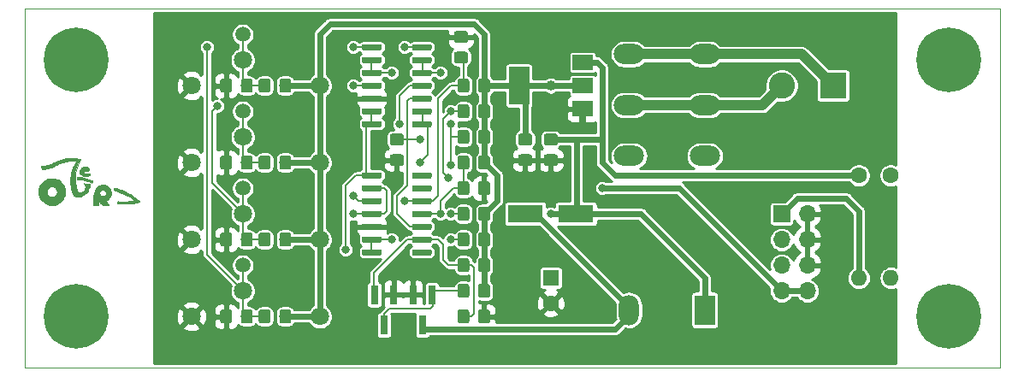
<source format=gbr>
G04 #@! TF.GenerationSoftware,KiCad,Pcbnew,5.1.4*
G04 #@! TF.CreationDate,2019-11-15T14:10:00+00:00*
G04 #@! TF.ProjectId,BSPD,42535044-2e6b-4696-9361-645f70636258,rev?*
G04 #@! TF.SameCoordinates,PX3c8eee0PY3c8eee0*
G04 #@! TF.FileFunction,Copper,L1,Top*
G04 #@! TF.FilePolarity,Positive*
%FSLAX46Y46*%
G04 Gerber Fmt 4.6, Leading zero omitted, Abs format (unit mm)*
G04 Created by KiCad (PCBNEW 5.1.4) date 2019-11-15 14:10:00*
%MOMM*%
%LPD*%
G04 APERTURE LIST*
%ADD10C,0.050000*%
%ADD11C,0.010000*%
%ADD12R,0.800000X1.900000*%
%ADD13C,0.100000*%
%ADD14C,0.600000*%
%ADD15O,1.600000X1.600000*%
%ADD16C,1.600000*%
%ADD17C,1.500000*%
%ADD18C,6.400000*%
%ADD19R,1.700000X1.700000*%
%ADD20O,1.700000X1.700000*%
%ADD21R,3.500000X1.800000*%
%ADD22R,2.000000X3.800000*%
%ADD23R,2.000000X1.500000*%
%ADD24C,1.800000*%
%ADD25C,1.150000*%
%ADD26R,2.000000X3.000000*%
%ADD27O,2.000000X3.000000*%
%ADD28O,3.000000X2.000000*%
%ADD29R,2.600000X2.600000*%
%ADD30C,2.600000*%
%ADD31R,1.600000X1.600000*%
%ADD32C,0.800000*%
%ADD33C,1.000000*%
%ADD34C,0.508000*%
%ADD35C,0.203200*%
%ADD36C,0.609600*%
%ADD37C,1.016000*%
%ADD38C,0.254000*%
G04 APERTURE END LIST*
D10*
X0Y0D02*
X96520000Y0D01*
X0Y-35560000D02*
X0Y0D01*
X96520000Y-35560000D02*
X0Y-35560000D01*
X96520000Y-35560000D02*
X96520000Y0D01*
D11*
G36*
X5999732Y-15632894D02*
G01*
X6084475Y-15650346D01*
X6161936Y-15683984D01*
X6180431Y-15695411D01*
X6212583Y-15721622D01*
X6251057Y-15760522D01*
X6291754Y-15807355D01*
X6330573Y-15857367D01*
X6363417Y-15905803D01*
X6367286Y-15912157D01*
X6390516Y-15951419D01*
X6402868Y-15976973D01*
X6403583Y-15992733D01*
X6391902Y-16002614D01*
X6367065Y-16010530D01*
X6347228Y-16015538D01*
X6279594Y-16030664D01*
X6206240Y-16043956D01*
X6133753Y-16054440D01*
X6068720Y-16061144D01*
X6024880Y-16063142D01*
X5957828Y-16069367D01*
X5906684Y-16087648D01*
X5870773Y-16118293D01*
X5857518Y-16140007D01*
X5846280Y-16167746D01*
X5844884Y-16189740D01*
X5852694Y-16217655D01*
X5853209Y-16219116D01*
X5868619Y-16249809D01*
X5888620Y-16274556D01*
X5892800Y-16278015D01*
X5924505Y-16293742D01*
X5973947Y-16308143D01*
X6038562Y-16320805D01*
X6115788Y-16331310D01*
X6203061Y-16339243D01*
X6297818Y-16344190D01*
X6301740Y-16344320D01*
X6482080Y-16350176D01*
X6481941Y-16402148D01*
X6480639Y-16446464D01*
X6474550Y-16476035D01*
X6459968Y-16496405D01*
X6433188Y-16513121D01*
X6397208Y-16528955D01*
X6301061Y-16560799D01*
X6195866Y-16581639D01*
X6088040Y-16590854D01*
X5983996Y-16587824D01*
X5908040Y-16576222D01*
X5790479Y-16541968D01*
X5683314Y-16492473D01*
X5581176Y-16425242D01*
X5577840Y-16422700D01*
X5528974Y-16383751D01*
X5494207Y-16351209D01*
X5470371Y-16320768D01*
X5454297Y-16288123D01*
X5442817Y-16248968D01*
X5439739Y-16235041D01*
X5429112Y-16136782D01*
X5438140Y-16040159D01*
X5466165Y-15947274D01*
X5512528Y-15860228D01*
X5576570Y-15781123D01*
X5584577Y-15773083D01*
X5655250Y-15716181D01*
X5735467Y-15673272D01*
X5821863Y-15644796D01*
X5911073Y-15631190D01*
X5999732Y-15632894D01*
X5999732Y-15632894D01*
G37*
X5999732Y-15632894D02*
X6084475Y-15650346D01*
X6161936Y-15683984D01*
X6180431Y-15695411D01*
X6212583Y-15721622D01*
X6251057Y-15760522D01*
X6291754Y-15807355D01*
X6330573Y-15857367D01*
X6363417Y-15905803D01*
X6367286Y-15912157D01*
X6390516Y-15951419D01*
X6402868Y-15976973D01*
X6403583Y-15992733D01*
X6391902Y-16002614D01*
X6367065Y-16010530D01*
X6347228Y-16015538D01*
X6279594Y-16030664D01*
X6206240Y-16043956D01*
X6133753Y-16054440D01*
X6068720Y-16061144D01*
X6024880Y-16063142D01*
X5957828Y-16069367D01*
X5906684Y-16087648D01*
X5870773Y-16118293D01*
X5857518Y-16140007D01*
X5846280Y-16167746D01*
X5844884Y-16189740D01*
X5852694Y-16217655D01*
X5853209Y-16219116D01*
X5868619Y-16249809D01*
X5888620Y-16274556D01*
X5892800Y-16278015D01*
X5924505Y-16293742D01*
X5973947Y-16308143D01*
X6038562Y-16320805D01*
X6115788Y-16331310D01*
X6203061Y-16339243D01*
X6297818Y-16344190D01*
X6301740Y-16344320D01*
X6482080Y-16350176D01*
X6481941Y-16402148D01*
X6480639Y-16446464D01*
X6474550Y-16476035D01*
X6459968Y-16496405D01*
X6433188Y-16513121D01*
X6397208Y-16528955D01*
X6301061Y-16560799D01*
X6195866Y-16581639D01*
X6088040Y-16590854D01*
X5983996Y-16587824D01*
X5908040Y-16576222D01*
X5790479Y-16541968D01*
X5683314Y-16492473D01*
X5581176Y-16425242D01*
X5577840Y-16422700D01*
X5528974Y-16383751D01*
X5494207Y-16351209D01*
X5470371Y-16320768D01*
X5454297Y-16288123D01*
X5442817Y-16248968D01*
X5439739Y-16235041D01*
X5429112Y-16136782D01*
X5438140Y-16040159D01*
X5466165Y-15947274D01*
X5512528Y-15860228D01*
X5576570Y-15781123D01*
X5584577Y-15773083D01*
X5655250Y-15716181D01*
X5735467Y-15673272D01*
X5821863Y-15644796D01*
X5911073Y-15631190D01*
X5999732Y-15632894D01*
G36*
X5367557Y-16685810D02*
G01*
X5622169Y-16706187D01*
X5876202Y-16746816D01*
X6129384Y-16807633D01*
X6381443Y-16888572D01*
X6626498Y-16987082D01*
X6671340Y-17007473D01*
X6701065Y-17022949D01*
X6719415Y-17036161D01*
X6730132Y-17049759D01*
X6736506Y-17065011D01*
X6741342Y-17108785D01*
X6729603Y-17151099D01*
X6704273Y-17186784D01*
X6668338Y-17210669D01*
X6649231Y-17216239D01*
X6622547Y-17216967D01*
X6604000Y-17211375D01*
X6583190Y-17200431D01*
X6546710Y-17184521D01*
X6498199Y-17165006D01*
X6441297Y-17143245D01*
X6379643Y-17120600D01*
X6316878Y-17098431D01*
X6256640Y-17078098D01*
X6202569Y-17060962D01*
X6197600Y-17059464D01*
X5978415Y-17000923D01*
X5761012Y-16957792D01*
X5538687Y-16928899D01*
X5380956Y-16916769D01*
X5323117Y-16912890D01*
X5271286Y-16908350D01*
X5229357Y-16903574D01*
X5201222Y-16898984D01*
X5192022Y-16896220D01*
X5167255Y-16872949D01*
X5149147Y-16836755D01*
X5141092Y-16794768D01*
X5140960Y-16788888D01*
X5145046Y-16760174D01*
X5159985Y-16734393D01*
X5177057Y-16715710D01*
X5213155Y-16679612D01*
X5367557Y-16685810D01*
X5367557Y-16685810D01*
G37*
X5367557Y-16685810D02*
X5622169Y-16706187D01*
X5876202Y-16746816D01*
X6129384Y-16807633D01*
X6381443Y-16888572D01*
X6626498Y-16987082D01*
X6671340Y-17007473D01*
X6701065Y-17022949D01*
X6719415Y-17036161D01*
X6730132Y-17049759D01*
X6736506Y-17065011D01*
X6741342Y-17108785D01*
X6729603Y-17151099D01*
X6704273Y-17186784D01*
X6668338Y-17210669D01*
X6649231Y-17216239D01*
X6622547Y-17216967D01*
X6604000Y-17211375D01*
X6583190Y-17200431D01*
X6546710Y-17184521D01*
X6498199Y-17165006D01*
X6441297Y-17143245D01*
X6379643Y-17120600D01*
X6316878Y-17098431D01*
X6256640Y-17078098D01*
X6202569Y-17060962D01*
X6197600Y-17059464D01*
X5978415Y-17000923D01*
X5761012Y-16957792D01*
X5538687Y-16928899D01*
X5380956Y-16916769D01*
X5323117Y-16912890D01*
X5271286Y-16908350D01*
X5229357Y-16903574D01*
X5201222Y-16898984D01*
X5192022Y-16896220D01*
X5167255Y-16872949D01*
X5149147Y-16836755D01*
X5141092Y-16794768D01*
X5140960Y-16788888D01*
X5145046Y-16760174D01*
X5159985Y-16734393D01*
X5177057Y-16715710D01*
X5213155Y-16679612D01*
X5367557Y-16685810D01*
G36*
X4821054Y-14801143D02*
G01*
X5076678Y-14827271D01*
X5115560Y-14832984D01*
X5155945Y-14839776D01*
X5205754Y-14849079D01*
X5261160Y-14860073D01*
X5318337Y-14871935D01*
X5373461Y-14883845D01*
X5422706Y-14894981D01*
X5462246Y-14904523D01*
X5488256Y-14911649D01*
X5496269Y-14914700D01*
X5498946Y-14923926D01*
X5492375Y-14944198D01*
X5475735Y-14977442D01*
X5451006Y-15020835D01*
X5330526Y-15245312D01*
X5226982Y-15479826D01*
X5140851Y-15722500D01*
X5072609Y-15971458D01*
X5022733Y-16224821D01*
X4991698Y-16480712D01*
X4979981Y-16737254D01*
X4981694Y-16870680D01*
X4991352Y-17039077D01*
X5008792Y-17209882D01*
X5033199Y-17377413D01*
X5063755Y-17535983D01*
X5096064Y-17667150D01*
X5110477Y-17716635D01*
X5128554Y-17774948D01*
X5148697Y-17837309D01*
X5169311Y-17898938D01*
X5188799Y-17955055D01*
X5205564Y-18000880D01*
X5217228Y-18029884D01*
X5247553Y-18082305D01*
X5287461Y-18121242D01*
X5339067Y-18147764D01*
X5404487Y-18162943D01*
X5485836Y-18167847D01*
X5489954Y-18167843D01*
X5590089Y-18158056D01*
X5683036Y-18130504D01*
X5767080Y-18086904D01*
X5840508Y-18028968D01*
X5901603Y-17958411D01*
X5948652Y-17876947D01*
X5979941Y-17786292D01*
X5993755Y-17688158D01*
X5994279Y-17663565D01*
X5985389Y-17565116D01*
X5958487Y-17473996D01*
X5912702Y-17387825D01*
X5874546Y-17335956D01*
X5828057Y-17278887D01*
X5868048Y-17285806D01*
X5963564Y-17301467D01*
X6046880Y-17312968D01*
X6125500Y-17321124D01*
X6206925Y-17326750D01*
X6272679Y-17329735D01*
X6444279Y-17336233D01*
X6437618Y-17433656D01*
X6416897Y-17590581D01*
X6377152Y-17742962D01*
X6319469Y-17889189D01*
X6244932Y-18027653D01*
X6154623Y-18156744D01*
X6049629Y-18274853D01*
X5931032Y-18380370D01*
X5799916Y-18471685D01*
X5701908Y-18525975D01*
X5604752Y-18569097D01*
X5503724Y-18604080D01*
X5402558Y-18630190D01*
X5304990Y-18646696D01*
X5214755Y-18652863D01*
X5135590Y-18647959D01*
X5107416Y-18642629D01*
X5048575Y-18622897D01*
X4984985Y-18591798D01*
X4924929Y-18553555D01*
X4908829Y-18541312D01*
X4869562Y-18505823D01*
X4834111Y-18464020D01*
X4801308Y-18413611D01*
X4769981Y-18352307D01*
X4738962Y-18277817D01*
X4707080Y-18187850D01*
X4673164Y-18080116D01*
X4673045Y-18079720D01*
X4607192Y-17826307D01*
X4560795Y-17569631D01*
X4533757Y-17310987D01*
X4525978Y-17051672D01*
X4537360Y-16792979D01*
X4567804Y-16536205D01*
X4617211Y-16282646D01*
X4685484Y-16033596D01*
X4772523Y-15790350D01*
X4862962Y-15585440D01*
X4912382Y-15485121D01*
X4957472Y-15398614D01*
X5001129Y-15320740D01*
X5046247Y-15246319D01*
X5091721Y-15176168D01*
X5116214Y-15138630D01*
X5135796Y-15107198D01*
X5148098Y-15085769D01*
X5151120Y-15078614D01*
X5141403Y-15073026D01*
X5113998Y-15068255D01*
X5071519Y-15064325D01*
X5016582Y-15061260D01*
X4951802Y-15059082D01*
X4879795Y-15057815D01*
X4803176Y-15057482D01*
X4724560Y-15058106D01*
X4646564Y-15059711D01*
X4571802Y-15062319D01*
X4502890Y-15065955D01*
X4442443Y-15070641D01*
X4427111Y-15072174D01*
X4314643Y-15085335D01*
X4214076Y-15100061D01*
X4116993Y-15117818D01*
X4014976Y-15140068D01*
X3957320Y-15153866D01*
X3842277Y-15183616D01*
X3734183Y-15215112D01*
X3629812Y-15249660D01*
X3525936Y-15288564D01*
X3419327Y-15333132D01*
X3306759Y-15384669D01*
X3185003Y-15444480D01*
X3050833Y-15513872D01*
X2997200Y-15542342D01*
X2838587Y-15620649D01*
X2670029Y-15692111D01*
X2495506Y-15755522D01*
X2319001Y-15809674D01*
X2144494Y-15853362D01*
X1975967Y-15885380D01*
X1817403Y-15904520D01*
X1796736Y-15906068D01*
X1698632Y-15912833D01*
X1686834Y-15853276D01*
X1679244Y-15816941D01*
X1668623Y-15768635D01*
X1656698Y-15716142D01*
X1650318Y-15688766D01*
X1640147Y-15644887D01*
X1632007Y-15608452D01*
X1626879Y-15583932D01*
X1625600Y-15576031D01*
X1635118Y-15572624D01*
X1661137Y-15568871D01*
X1699850Y-15565197D01*
X1747453Y-15562024D01*
X1755140Y-15561617D01*
X1841321Y-15555681D01*
X1923171Y-15546495D01*
X2006468Y-15533125D01*
X2096994Y-15514637D01*
X2200529Y-15490095D01*
X2205862Y-15488764D01*
X2347135Y-15450736D01*
X2480249Y-15408863D01*
X2610254Y-15361196D01*
X2742197Y-15305789D01*
X2881127Y-15240695D01*
X2986407Y-15187721D01*
X3054186Y-15153514D01*
X3125223Y-15118920D01*
X3194299Y-15086392D01*
X3256196Y-15058386D01*
X3305696Y-15037356D01*
X3308114Y-15036387D01*
X3547308Y-14951692D01*
X3794483Y-14884877D01*
X4047543Y-14836179D01*
X4304389Y-14805833D01*
X4562925Y-14794076D01*
X4821054Y-14801143D01*
X4821054Y-14801143D01*
G37*
X4821054Y-14801143D02*
X5076678Y-14827271D01*
X5115560Y-14832984D01*
X5155945Y-14839776D01*
X5205754Y-14849079D01*
X5261160Y-14860073D01*
X5318337Y-14871935D01*
X5373461Y-14883845D01*
X5422706Y-14894981D01*
X5462246Y-14904523D01*
X5488256Y-14911649D01*
X5496269Y-14914700D01*
X5498946Y-14923926D01*
X5492375Y-14944198D01*
X5475735Y-14977442D01*
X5451006Y-15020835D01*
X5330526Y-15245312D01*
X5226982Y-15479826D01*
X5140851Y-15722500D01*
X5072609Y-15971458D01*
X5022733Y-16224821D01*
X4991698Y-16480712D01*
X4979981Y-16737254D01*
X4981694Y-16870680D01*
X4991352Y-17039077D01*
X5008792Y-17209882D01*
X5033199Y-17377413D01*
X5063755Y-17535983D01*
X5096064Y-17667150D01*
X5110477Y-17716635D01*
X5128554Y-17774948D01*
X5148697Y-17837309D01*
X5169311Y-17898938D01*
X5188799Y-17955055D01*
X5205564Y-18000880D01*
X5217228Y-18029884D01*
X5247553Y-18082305D01*
X5287461Y-18121242D01*
X5339067Y-18147764D01*
X5404487Y-18162943D01*
X5485836Y-18167847D01*
X5489954Y-18167843D01*
X5590089Y-18158056D01*
X5683036Y-18130504D01*
X5767080Y-18086904D01*
X5840508Y-18028968D01*
X5901603Y-17958411D01*
X5948652Y-17876947D01*
X5979941Y-17786292D01*
X5993755Y-17688158D01*
X5994279Y-17663565D01*
X5985389Y-17565116D01*
X5958487Y-17473996D01*
X5912702Y-17387825D01*
X5874546Y-17335956D01*
X5828057Y-17278887D01*
X5868048Y-17285806D01*
X5963564Y-17301467D01*
X6046880Y-17312968D01*
X6125500Y-17321124D01*
X6206925Y-17326750D01*
X6272679Y-17329735D01*
X6444279Y-17336233D01*
X6437618Y-17433656D01*
X6416897Y-17590581D01*
X6377152Y-17742962D01*
X6319469Y-17889189D01*
X6244932Y-18027653D01*
X6154623Y-18156744D01*
X6049629Y-18274853D01*
X5931032Y-18380370D01*
X5799916Y-18471685D01*
X5701908Y-18525975D01*
X5604752Y-18569097D01*
X5503724Y-18604080D01*
X5402558Y-18630190D01*
X5304990Y-18646696D01*
X5214755Y-18652863D01*
X5135590Y-18647959D01*
X5107416Y-18642629D01*
X5048575Y-18622897D01*
X4984985Y-18591798D01*
X4924929Y-18553555D01*
X4908829Y-18541312D01*
X4869562Y-18505823D01*
X4834111Y-18464020D01*
X4801308Y-18413611D01*
X4769981Y-18352307D01*
X4738962Y-18277817D01*
X4707080Y-18187850D01*
X4673164Y-18080116D01*
X4673045Y-18079720D01*
X4607192Y-17826307D01*
X4560795Y-17569631D01*
X4533757Y-17310987D01*
X4525978Y-17051672D01*
X4537360Y-16792979D01*
X4567804Y-16536205D01*
X4617211Y-16282646D01*
X4685484Y-16033596D01*
X4772523Y-15790350D01*
X4862962Y-15585440D01*
X4912382Y-15485121D01*
X4957472Y-15398614D01*
X5001129Y-15320740D01*
X5046247Y-15246319D01*
X5091721Y-15176168D01*
X5116214Y-15138630D01*
X5135796Y-15107198D01*
X5148098Y-15085769D01*
X5151120Y-15078614D01*
X5141403Y-15073026D01*
X5113998Y-15068255D01*
X5071519Y-15064325D01*
X5016582Y-15061260D01*
X4951802Y-15059082D01*
X4879795Y-15057815D01*
X4803176Y-15057482D01*
X4724560Y-15058106D01*
X4646564Y-15059711D01*
X4571802Y-15062319D01*
X4502890Y-15065955D01*
X4442443Y-15070641D01*
X4427111Y-15072174D01*
X4314643Y-15085335D01*
X4214076Y-15100061D01*
X4116993Y-15117818D01*
X4014976Y-15140068D01*
X3957320Y-15153866D01*
X3842277Y-15183616D01*
X3734183Y-15215112D01*
X3629812Y-15249660D01*
X3525936Y-15288564D01*
X3419327Y-15333132D01*
X3306759Y-15384669D01*
X3185003Y-15444480D01*
X3050833Y-15513872D01*
X2997200Y-15542342D01*
X2838587Y-15620649D01*
X2670029Y-15692111D01*
X2495506Y-15755522D01*
X2319001Y-15809674D01*
X2144494Y-15853362D01*
X1975967Y-15885380D01*
X1817403Y-15904520D01*
X1796736Y-15906068D01*
X1698632Y-15912833D01*
X1686834Y-15853276D01*
X1679244Y-15816941D01*
X1668623Y-15768635D01*
X1656698Y-15716142D01*
X1650318Y-15688766D01*
X1640147Y-15644887D01*
X1632007Y-15608452D01*
X1626879Y-15583932D01*
X1625600Y-15576031D01*
X1635118Y-15572624D01*
X1661137Y-15568871D01*
X1699850Y-15565197D01*
X1747453Y-15562024D01*
X1755140Y-15561617D01*
X1841321Y-15555681D01*
X1923171Y-15546495D01*
X2006468Y-15533125D01*
X2096994Y-15514637D01*
X2200529Y-15490095D01*
X2205862Y-15488764D01*
X2347135Y-15450736D01*
X2480249Y-15408863D01*
X2610254Y-15361196D01*
X2742197Y-15305789D01*
X2881127Y-15240695D01*
X2986407Y-15187721D01*
X3054186Y-15153514D01*
X3125223Y-15118920D01*
X3194299Y-15086392D01*
X3256196Y-15058386D01*
X3305696Y-15037356D01*
X3308114Y-15036387D01*
X3547308Y-14951692D01*
X3794483Y-14884877D01*
X4047543Y-14836179D01*
X4304389Y-14805833D01*
X4562925Y-14794076D01*
X4821054Y-14801143D01*
G36*
X8878116Y-17727508D02*
G01*
X8906478Y-17733557D01*
X8948012Y-17743821D01*
X8999565Y-17757517D01*
X9057982Y-17773862D01*
X9062720Y-17775221D01*
X9252297Y-17832704D01*
X9429824Y-17893162D01*
X9601879Y-17959138D01*
X9775040Y-18033174D01*
X9955886Y-18117814D01*
X9982200Y-18130658D01*
X10202627Y-18243715D01*
X10408075Y-18359850D01*
X10603883Y-18482428D01*
X10795388Y-18614815D01*
X10987930Y-18760378D01*
X11015325Y-18782042D01*
X11071674Y-18827584D01*
X11128903Y-18875187D01*
X11184966Y-18923010D01*
X11237817Y-18969213D01*
X11285411Y-19011955D01*
X11325702Y-19049397D01*
X11356644Y-19079697D01*
X11376192Y-19101016D01*
X11382300Y-19111513D01*
X11382047Y-19111944D01*
X11368942Y-19117497D01*
X11339114Y-19126485D01*
X11295724Y-19138151D01*
X11241932Y-19151739D01*
X11180897Y-19166493D01*
X11115782Y-19181655D01*
X11049745Y-19196469D01*
X10985947Y-19210178D01*
X10927548Y-19222026D01*
X10901680Y-19226957D01*
X10754537Y-19252846D01*
X10617894Y-19273663D01*
X10486553Y-19289898D01*
X10355315Y-19302038D01*
X10218981Y-19310572D01*
X10072353Y-19315989D01*
X9926320Y-19318613D01*
X9845041Y-19319356D01*
X9768063Y-19319799D01*
X9698349Y-19319944D01*
X9638862Y-19319795D01*
X9592565Y-19319354D01*
X9562421Y-19318624D01*
X9555480Y-19318247D01*
X9456597Y-19310736D01*
X9375968Y-19304397D01*
X9311584Y-19298893D01*
X9261435Y-19293888D01*
X9223512Y-19289045D01*
X9195805Y-19284028D01*
X9176303Y-19278500D01*
X9162998Y-19272126D01*
X9153881Y-19264568D01*
X9146940Y-19255490D01*
X9142997Y-19249195D01*
X9124687Y-19202861D01*
X9126442Y-19158057D01*
X9148084Y-19116347D01*
X9159560Y-19103527D01*
X9182977Y-19082035D01*
X9201863Y-19072602D01*
X9225013Y-19071945D01*
X9239532Y-19073689D01*
X9293689Y-19079577D01*
X9364037Y-19084899D01*
X9446451Y-19089516D01*
X9536806Y-19093287D01*
X9630978Y-19096072D01*
X9724843Y-19097733D01*
X9814274Y-19098130D01*
X9895149Y-19097123D01*
X9915605Y-19096573D01*
X10059972Y-19090292D01*
X10208677Y-19080377D01*
X10357443Y-19067286D01*
X10501995Y-19051474D01*
X10638059Y-19033398D01*
X10761359Y-19013515D01*
X10844082Y-18997438D01*
X10893164Y-18987003D01*
X10803442Y-18920674D01*
X10533234Y-18733500D01*
X10250793Y-18562329D01*
X9956861Y-18407527D01*
X9652179Y-18269460D01*
X9337489Y-18148492D01*
X9042895Y-18053534D01*
X8981177Y-18034189D01*
X8931449Y-18016124D01*
X8896546Y-18000445D01*
X8881535Y-17990670D01*
X8853081Y-17954665D01*
X8831108Y-17908751D01*
X8819933Y-17862609D01*
X8819326Y-17851120D01*
X8823179Y-17822862D01*
X8832938Y-17788971D01*
X8845902Y-17756650D01*
X8859370Y-17733101D01*
X8866082Y-17726455D01*
X8878116Y-17727508D01*
X8878116Y-17727508D01*
G37*
X8878116Y-17727508D02*
X8906478Y-17733557D01*
X8948012Y-17743821D01*
X8999565Y-17757517D01*
X9057982Y-17773862D01*
X9062720Y-17775221D01*
X9252297Y-17832704D01*
X9429824Y-17893162D01*
X9601879Y-17959138D01*
X9775040Y-18033174D01*
X9955886Y-18117814D01*
X9982200Y-18130658D01*
X10202627Y-18243715D01*
X10408075Y-18359850D01*
X10603883Y-18482428D01*
X10795388Y-18614815D01*
X10987930Y-18760378D01*
X11015325Y-18782042D01*
X11071674Y-18827584D01*
X11128903Y-18875187D01*
X11184966Y-18923010D01*
X11237817Y-18969213D01*
X11285411Y-19011955D01*
X11325702Y-19049397D01*
X11356644Y-19079697D01*
X11376192Y-19101016D01*
X11382300Y-19111513D01*
X11382047Y-19111944D01*
X11368942Y-19117497D01*
X11339114Y-19126485D01*
X11295724Y-19138151D01*
X11241932Y-19151739D01*
X11180897Y-19166493D01*
X11115782Y-19181655D01*
X11049745Y-19196469D01*
X10985947Y-19210178D01*
X10927548Y-19222026D01*
X10901680Y-19226957D01*
X10754537Y-19252846D01*
X10617894Y-19273663D01*
X10486553Y-19289898D01*
X10355315Y-19302038D01*
X10218981Y-19310572D01*
X10072353Y-19315989D01*
X9926320Y-19318613D01*
X9845041Y-19319356D01*
X9768063Y-19319799D01*
X9698349Y-19319944D01*
X9638862Y-19319795D01*
X9592565Y-19319354D01*
X9562421Y-19318624D01*
X9555480Y-19318247D01*
X9456597Y-19310736D01*
X9375968Y-19304397D01*
X9311584Y-19298893D01*
X9261435Y-19293888D01*
X9223512Y-19289045D01*
X9195805Y-19284028D01*
X9176303Y-19278500D01*
X9162998Y-19272126D01*
X9153881Y-19264568D01*
X9146940Y-19255490D01*
X9142997Y-19249195D01*
X9124687Y-19202861D01*
X9126442Y-19158057D01*
X9148084Y-19116347D01*
X9159560Y-19103527D01*
X9182977Y-19082035D01*
X9201863Y-19072602D01*
X9225013Y-19071945D01*
X9239532Y-19073689D01*
X9293689Y-19079577D01*
X9364037Y-19084899D01*
X9446451Y-19089516D01*
X9536806Y-19093287D01*
X9630978Y-19096072D01*
X9724843Y-19097733D01*
X9814274Y-19098130D01*
X9895149Y-19097123D01*
X9915605Y-19096573D01*
X10059972Y-19090292D01*
X10208677Y-19080377D01*
X10357443Y-19067286D01*
X10501995Y-19051474D01*
X10638059Y-19033398D01*
X10761359Y-19013515D01*
X10844082Y-18997438D01*
X10893164Y-18987003D01*
X10803442Y-18920674D01*
X10533234Y-18733500D01*
X10250793Y-18562329D01*
X9956861Y-18407527D01*
X9652179Y-18269460D01*
X9337489Y-18148492D01*
X9042895Y-18053534D01*
X8981177Y-18034189D01*
X8931449Y-18016124D01*
X8896546Y-18000445D01*
X8881535Y-17990670D01*
X8853081Y-17954665D01*
X8831108Y-17908751D01*
X8819933Y-17862609D01*
X8819326Y-17851120D01*
X8823179Y-17822862D01*
X8832938Y-17788971D01*
X8845902Y-17756650D01*
X8859370Y-17733101D01*
X8866082Y-17726455D01*
X8878116Y-17727508D01*
G36*
X2869264Y-16808524D02*
G01*
X3024442Y-16838472D01*
X3175071Y-16886507D01*
X3318946Y-16952579D01*
X3330253Y-16958728D01*
X3463821Y-17043573D01*
X3586478Y-17144287D01*
X3696720Y-17258897D01*
X3793046Y-17385433D01*
X3873952Y-17521923D01*
X3937937Y-17666398D01*
X3983057Y-17815020D01*
X4010696Y-17974886D01*
X4018670Y-18134421D01*
X4007597Y-18292064D01*
X3978095Y-18446253D01*
X3930780Y-18595428D01*
X3866272Y-18738026D01*
X3785188Y-18872487D01*
X3688146Y-18997248D01*
X3575763Y-19110749D01*
X3448657Y-19211429D01*
X3423869Y-19228331D01*
X3282149Y-19311093D01*
X3134717Y-19374422D01*
X2981339Y-19418380D01*
X2821781Y-19443026D01*
X2655809Y-19448420D01*
X2579634Y-19444631D01*
X2419510Y-19422833D01*
X2265641Y-19381787D01*
X2118602Y-19321756D01*
X1978964Y-19243002D01*
X1847300Y-19145785D01*
X1766275Y-19072827D01*
X1654846Y-18951955D01*
X1561512Y-18822651D01*
X1485623Y-18683731D01*
X1426527Y-18534011D01*
X1385080Y-18379440D01*
X1375350Y-18316928D01*
X1369006Y-18240363D01*
X1366564Y-18170531D01*
X2185702Y-18170531D01*
X2199974Y-18252084D01*
X2233610Y-18342315D01*
X2283950Y-18423579D01*
X2348684Y-18494077D01*
X2425501Y-18552005D01*
X2512091Y-18595562D01*
X2606143Y-18622948D01*
X2687320Y-18632075D01*
X2712808Y-18630487D01*
X2749878Y-18625349D01*
X2788920Y-18618089D01*
X2887316Y-18587599D01*
X2974977Y-18540550D01*
X3050422Y-18478236D01*
X3112172Y-18401953D01*
X3158744Y-18312994D01*
X3168945Y-18285751D01*
X3191884Y-18189084D01*
X3195299Y-18091935D01*
X3179774Y-17996746D01*
X3145895Y-17905956D01*
X3094245Y-17822008D01*
X3044205Y-17765012D01*
X2965248Y-17699511D01*
X2880435Y-17653337D01*
X2788856Y-17626109D01*
X2692400Y-17617440D01*
X2594524Y-17626888D01*
X2503484Y-17653925D01*
X2420804Y-17696583D01*
X2348011Y-17752898D01*
X2286628Y-17820904D01*
X2238180Y-17898636D01*
X2204194Y-17984128D01*
X2186193Y-18075415D01*
X2185702Y-18170531D01*
X1366564Y-18170531D01*
X1366041Y-18155606D01*
X1366449Y-18068518D01*
X1370223Y-17984962D01*
X1377356Y-17910799D01*
X1385669Y-17861280D01*
X1430521Y-17701077D01*
X1493045Y-17549587D01*
X1572276Y-17408062D01*
X1667249Y-17277754D01*
X1776997Y-17159915D01*
X1900556Y-17055798D01*
X2036959Y-16966656D01*
X2102259Y-16931769D01*
X2247130Y-16870560D01*
X2398470Y-16827680D01*
X2554074Y-16803079D01*
X2711740Y-16796710D01*
X2869264Y-16808524D01*
X2869264Y-16808524D01*
G37*
X2869264Y-16808524D02*
X3024442Y-16838472D01*
X3175071Y-16886507D01*
X3318946Y-16952579D01*
X3330253Y-16958728D01*
X3463821Y-17043573D01*
X3586478Y-17144287D01*
X3696720Y-17258897D01*
X3793046Y-17385433D01*
X3873952Y-17521923D01*
X3937937Y-17666398D01*
X3983057Y-17815020D01*
X4010696Y-17974886D01*
X4018670Y-18134421D01*
X4007597Y-18292064D01*
X3978095Y-18446253D01*
X3930780Y-18595428D01*
X3866272Y-18738026D01*
X3785188Y-18872487D01*
X3688146Y-18997248D01*
X3575763Y-19110749D01*
X3448657Y-19211429D01*
X3423869Y-19228331D01*
X3282149Y-19311093D01*
X3134717Y-19374422D01*
X2981339Y-19418380D01*
X2821781Y-19443026D01*
X2655809Y-19448420D01*
X2579634Y-19444631D01*
X2419510Y-19422833D01*
X2265641Y-19381787D01*
X2118602Y-19321756D01*
X1978964Y-19243002D01*
X1847300Y-19145785D01*
X1766275Y-19072827D01*
X1654846Y-18951955D01*
X1561512Y-18822651D01*
X1485623Y-18683731D01*
X1426527Y-18534011D01*
X1385080Y-18379440D01*
X1375350Y-18316928D01*
X1369006Y-18240363D01*
X1366564Y-18170531D01*
X2185702Y-18170531D01*
X2199974Y-18252084D01*
X2233610Y-18342315D01*
X2283950Y-18423579D01*
X2348684Y-18494077D01*
X2425501Y-18552005D01*
X2512091Y-18595562D01*
X2606143Y-18622948D01*
X2687320Y-18632075D01*
X2712808Y-18630487D01*
X2749878Y-18625349D01*
X2788920Y-18618089D01*
X2887316Y-18587599D01*
X2974977Y-18540550D01*
X3050422Y-18478236D01*
X3112172Y-18401953D01*
X3158744Y-18312994D01*
X3168945Y-18285751D01*
X3191884Y-18189084D01*
X3195299Y-18091935D01*
X3179774Y-17996746D01*
X3145895Y-17905956D01*
X3094245Y-17822008D01*
X3044205Y-17765012D01*
X2965248Y-17699511D01*
X2880435Y-17653337D01*
X2788856Y-17626109D01*
X2692400Y-17617440D01*
X2594524Y-17626888D01*
X2503484Y-17653925D01*
X2420804Y-17696583D01*
X2348011Y-17752898D01*
X2286628Y-17820904D01*
X2238180Y-17898636D01*
X2204194Y-17984128D01*
X2186193Y-18075415D01*
X2185702Y-18170531D01*
X1366564Y-18170531D01*
X1366041Y-18155606D01*
X1366449Y-18068518D01*
X1370223Y-17984962D01*
X1377356Y-17910799D01*
X1385669Y-17861280D01*
X1430521Y-17701077D01*
X1493045Y-17549587D01*
X1572276Y-17408062D01*
X1667249Y-17277754D01*
X1776997Y-17159915D01*
X1900556Y-17055798D01*
X2036959Y-16966656D01*
X2102259Y-16931769D01*
X2247130Y-16870560D01*
X2398470Y-16827680D01*
X2554074Y-16803079D01*
X2711740Y-16796710D01*
X2869264Y-16808524D01*
G36*
X7783866Y-17437383D02*
G01*
X7864387Y-17444949D01*
X7935210Y-17457841D01*
X7960360Y-17464777D01*
X8081002Y-17512982D01*
X8191003Y-17577920D01*
X8288999Y-17658245D01*
X8373626Y-17752613D01*
X8443522Y-17859678D01*
X8497321Y-17978094D01*
X8506095Y-18003218D01*
X8518694Y-18042343D01*
X8527502Y-18074620D01*
X8533201Y-18105290D01*
X8536472Y-18139596D01*
X8537996Y-18182783D01*
X8538454Y-18240091D01*
X8538477Y-18252440D01*
X8538333Y-18312437D01*
X8537259Y-18357281D01*
X8534574Y-18392138D01*
X8529596Y-18422175D01*
X8521643Y-18452556D01*
X8510035Y-18488447D01*
X8505636Y-18501360D01*
X8456768Y-18617454D01*
X8393773Y-18723485D01*
X8318953Y-18815638D01*
X8311032Y-18823818D01*
X8265265Y-18866262D01*
X8212539Y-18908725D01*
X8157985Y-18947568D01*
X8106732Y-18979156D01*
X8063914Y-18999851D01*
X8061296Y-19000823D01*
X8038452Y-19011214D01*
X8026787Y-19020688D01*
X8026400Y-19022118D01*
X8032502Y-19037378D01*
X8049561Y-19065805D01*
X8075704Y-19104811D01*
X8109057Y-19151806D01*
X8147749Y-19204199D01*
X8189905Y-19259401D01*
X8233653Y-19314822D01*
X8272063Y-19361815D01*
X8300381Y-19396097D01*
X8323110Y-19424137D01*
X8337564Y-19442588D01*
X8341365Y-19448175D01*
X8331745Y-19449186D01*
X8305033Y-19450062D01*
X8264459Y-19450747D01*
X8213249Y-19451184D01*
X8161025Y-19451320D01*
X8090806Y-19451825D01*
X8016638Y-19453217D01*
X7945431Y-19455312D01*
X7884092Y-19457925D01*
X7858719Y-19459405D01*
X7736759Y-19467491D01*
X7609799Y-19351847D01*
X7559144Y-19304496D01*
X7506224Y-19252966D01*
X7456232Y-19202444D01*
X7414360Y-19158116D01*
X7401560Y-19143862D01*
X7369715Y-19108164D01*
X7342674Y-19078753D01*
X7323249Y-19058625D01*
X7314251Y-19050774D01*
X7314181Y-19050760D01*
X7310437Y-19059881D01*
X7306638Y-19085813D01*
X7303014Y-19125050D01*
X7299796Y-19174087D01*
X7297214Y-19229415D01*
X7295499Y-19287530D01*
X7294880Y-19344675D01*
X7294880Y-19453348D01*
X6759020Y-19451320D01*
X6752691Y-19370040D01*
X6746672Y-19226091D01*
X6749509Y-19068320D01*
X6760863Y-18901023D01*
X6780394Y-18728497D01*
X6807763Y-18555040D01*
X6823517Y-18473045D01*
X6843521Y-18383593D01*
X6867734Y-18289536D01*
X6877923Y-18253955D01*
X7413558Y-18253955D01*
X7422157Y-18330510D01*
X7448787Y-18398792D01*
X7494206Y-18460462D01*
X7519161Y-18484875D01*
X7566747Y-18522191D01*
X7613635Y-18545566D01*
X7666209Y-18557172D01*
X7730853Y-18559181D01*
X7736965Y-18558984D01*
X7784229Y-18555901D01*
X7819654Y-18549328D01*
X7851669Y-18537236D01*
X7873338Y-18526168D01*
X7934978Y-18481575D01*
X7983522Y-18423659D01*
X8017033Y-18356033D01*
X8033576Y-18282311D01*
X8033816Y-18226618D01*
X8017425Y-18147201D01*
X7983895Y-18078582D01*
X7933679Y-18021425D01*
X7867229Y-17976396D01*
X7861582Y-17973515D01*
X7788034Y-17947488D01*
X7712824Y-17940875D01*
X7638741Y-17953267D01*
X7568573Y-17984253D01*
X7514298Y-18024713D01*
X7463809Y-18080589D01*
X7431610Y-18140877D01*
X7415869Y-18209747D01*
X7413558Y-18253955D01*
X6877923Y-18253955D01*
X6895113Y-18193926D01*
X6924613Y-18099819D01*
X6955191Y-18010267D01*
X6985804Y-17928326D01*
X7015407Y-17857049D01*
X7042957Y-17799489D01*
X7067410Y-17758702D01*
X7067877Y-17758055D01*
X7142811Y-17671315D01*
X7233169Y-17594855D01*
X7335824Y-17530657D01*
X7447652Y-17480704D01*
X7554615Y-17449327D01*
X7621929Y-17439303D01*
X7700696Y-17435411D01*
X7783866Y-17437383D01*
X7783866Y-17437383D01*
G37*
X7783866Y-17437383D02*
X7864387Y-17444949D01*
X7935210Y-17457841D01*
X7960360Y-17464777D01*
X8081002Y-17512982D01*
X8191003Y-17577920D01*
X8288999Y-17658245D01*
X8373626Y-17752613D01*
X8443522Y-17859678D01*
X8497321Y-17978094D01*
X8506095Y-18003218D01*
X8518694Y-18042343D01*
X8527502Y-18074620D01*
X8533201Y-18105290D01*
X8536472Y-18139596D01*
X8537996Y-18182783D01*
X8538454Y-18240091D01*
X8538477Y-18252440D01*
X8538333Y-18312437D01*
X8537259Y-18357281D01*
X8534574Y-18392138D01*
X8529596Y-18422175D01*
X8521643Y-18452556D01*
X8510035Y-18488447D01*
X8505636Y-18501360D01*
X8456768Y-18617454D01*
X8393773Y-18723485D01*
X8318953Y-18815638D01*
X8311032Y-18823818D01*
X8265265Y-18866262D01*
X8212539Y-18908725D01*
X8157985Y-18947568D01*
X8106732Y-18979156D01*
X8063914Y-18999851D01*
X8061296Y-19000823D01*
X8038452Y-19011214D01*
X8026787Y-19020688D01*
X8026400Y-19022118D01*
X8032502Y-19037378D01*
X8049561Y-19065805D01*
X8075704Y-19104811D01*
X8109057Y-19151806D01*
X8147749Y-19204199D01*
X8189905Y-19259401D01*
X8233653Y-19314822D01*
X8272063Y-19361815D01*
X8300381Y-19396097D01*
X8323110Y-19424137D01*
X8337564Y-19442588D01*
X8341365Y-19448175D01*
X8331745Y-19449186D01*
X8305033Y-19450062D01*
X8264459Y-19450747D01*
X8213249Y-19451184D01*
X8161025Y-19451320D01*
X8090806Y-19451825D01*
X8016638Y-19453217D01*
X7945431Y-19455312D01*
X7884092Y-19457925D01*
X7858719Y-19459405D01*
X7736759Y-19467491D01*
X7609799Y-19351847D01*
X7559144Y-19304496D01*
X7506224Y-19252966D01*
X7456232Y-19202444D01*
X7414360Y-19158116D01*
X7401560Y-19143862D01*
X7369715Y-19108164D01*
X7342674Y-19078753D01*
X7323249Y-19058625D01*
X7314251Y-19050774D01*
X7314181Y-19050760D01*
X7310437Y-19059881D01*
X7306638Y-19085813D01*
X7303014Y-19125050D01*
X7299796Y-19174087D01*
X7297214Y-19229415D01*
X7295499Y-19287530D01*
X7294880Y-19344675D01*
X7294880Y-19453348D01*
X6759020Y-19451320D01*
X6752691Y-19370040D01*
X6746672Y-19226091D01*
X6749509Y-19068320D01*
X6760863Y-18901023D01*
X6780394Y-18728497D01*
X6807763Y-18555040D01*
X6823517Y-18473045D01*
X6843521Y-18383593D01*
X6867734Y-18289536D01*
X6877923Y-18253955D01*
X7413558Y-18253955D01*
X7422157Y-18330510D01*
X7448787Y-18398792D01*
X7494206Y-18460462D01*
X7519161Y-18484875D01*
X7566747Y-18522191D01*
X7613635Y-18545566D01*
X7666209Y-18557172D01*
X7730853Y-18559181D01*
X7736965Y-18558984D01*
X7784229Y-18555901D01*
X7819654Y-18549328D01*
X7851669Y-18537236D01*
X7873338Y-18526168D01*
X7934978Y-18481575D01*
X7983522Y-18423659D01*
X8017033Y-18356033D01*
X8033576Y-18282311D01*
X8033816Y-18226618D01*
X8017425Y-18147201D01*
X7983895Y-18078582D01*
X7933679Y-18021425D01*
X7867229Y-17976396D01*
X7861582Y-17973515D01*
X7788034Y-17947488D01*
X7712824Y-17940875D01*
X7638741Y-17953267D01*
X7568573Y-17984253D01*
X7514298Y-18024713D01*
X7463809Y-18080589D01*
X7431610Y-18140877D01*
X7415869Y-18209747D01*
X7413558Y-18253955D01*
X6877923Y-18253955D01*
X6895113Y-18193926D01*
X6924613Y-18099819D01*
X6955191Y-18010267D01*
X6985804Y-17928326D01*
X7015407Y-17857049D01*
X7042957Y-17799489D01*
X7067410Y-17758702D01*
X7067877Y-17758055D01*
X7142811Y-17671315D01*
X7233169Y-17594855D01*
X7335824Y-17530657D01*
X7447652Y-17480704D01*
X7554615Y-17449327D01*
X7621929Y-17439303D01*
X7700696Y-17435411D01*
X7783866Y-17437383D01*
D12*
X40320000Y-28345000D03*
X38420000Y-28345000D03*
X39370000Y-31345000D03*
D13*
G36*
X40144703Y-23830722D02*
G01*
X40159264Y-23832882D01*
X40173543Y-23836459D01*
X40187403Y-23841418D01*
X40200710Y-23847712D01*
X40213336Y-23855280D01*
X40225159Y-23864048D01*
X40236066Y-23873934D01*
X40245952Y-23884841D01*
X40254720Y-23896664D01*
X40262288Y-23909290D01*
X40268582Y-23922597D01*
X40273541Y-23936457D01*
X40277118Y-23950736D01*
X40279278Y-23965297D01*
X40280000Y-23980000D01*
X40280000Y-24280000D01*
X40279278Y-24294703D01*
X40277118Y-24309264D01*
X40273541Y-24323543D01*
X40268582Y-24337403D01*
X40262288Y-24350710D01*
X40254720Y-24363336D01*
X40245952Y-24375159D01*
X40236066Y-24386066D01*
X40225159Y-24395952D01*
X40213336Y-24404720D01*
X40200710Y-24412288D01*
X40187403Y-24418582D01*
X40173543Y-24423541D01*
X40159264Y-24427118D01*
X40144703Y-24429278D01*
X40130000Y-24430000D01*
X38480000Y-24430000D01*
X38465297Y-24429278D01*
X38450736Y-24427118D01*
X38436457Y-24423541D01*
X38422597Y-24418582D01*
X38409290Y-24412288D01*
X38396664Y-24404720D01*
X38384841Y-24395952D01*
X38373934Y-24386066D01*
X38364048Y-24375159D01*
X38355280Y-24363336D01*
X38347712Y-24350710D01*
X38341418Y-24337403D01*
X38336459Y-24323543D01*
X38332882Y-24309264D01*
X38330722Y-24294703D01*
X38330000Y-24280000D01*
X38330000Y-23980000D01*
X38330722Y-23965297D01*
X38332882Y-23950736D01*
X38336459Y-23936457D01*
X38341418Y-23922597D01*
X38347712Y-23909290D01*
X38355280Y-23896664D01*
X38364048Y-23884841D01*
X38373934Y-23873934D01*
X38384841Y-23864048D01*
X38396664Y-23855280D01*
X38409290Y-23847712D01*
X38422597Y-23841418D01*
X38436457Y-23836459D01*
X38450736Y-23832882D01*
X38465297Y-23830722D01*
X38480000Y-23830000D01*
X40130000Y-23830000D01*
X40144703Y-23830722D01*
X40144703Y-23830722D01*
G37*
D14*
X39305000Y-24130000D03*
D13*
G36*
X40144703Y-22560722D02*
G01*
X40159264Y-22562882D01*
X40173543Y-22566459D01*
X40187403Y-22571418D01*
X40200710Y-22577712D01*
X40213336Y-22585280D01*
X40225159Y-22594048D01*
X40236066Y-22603934D01*
X40245952Y-22614841D01*
X40254720Y-22626664D01*
X40262288Y-22639290D01*
X40268582Y-22652597D01*
X40273541Y-22666457D01*
X40277118Y-22680736D01*
X40279278Y-22695297D01*
X40280000Y-22710000D01*
X40280000Y-23010000D01*
X40279278Y-23024703D01*
X40277118Y-23039264D01*
X40273541Y-23053543D01*
X40268582Y-23067403D01*
X40262288Y-23080710D01*
X40254720Y-23093336D01*
X40245952Y-23105159D01*
X40236066Y-23116066D01*
X40225159Y-23125952D01*
X40213336Y-23134720D01*
X40200710Y-23142288D01*
X40187403Y-23148582D01*
X40173543Y-23153541D01*
X40159264Y-23157118D01*
X40144703Y-23159278D01*
X40130000Y-23160000D01*
X38480000Y-23160000D01*
X38465297Y-23159278D01*
X38450736Y-23157118D01*
X38436457Y-23153541D01*
X38422597Y-23148582D01*
X38409290Y-23142288D01*
X38396664Y-23134720D01*
X38384841Y-23125952D01*
X38373934Y-23116066D01*
X38364048Y-23105159D01*
X38355280Y-23093336D01*
X38347712Y-23080710D01*
X38341418Y-23067403D01*
X38336459Y-23053543D01*
X38332882Y-23039264D01*
X38330722Y-23024703D01*
X38330000Y-23010000D01*
X38330000Y-22710000D01*
X38330722Y-22695297D01*
X38332882Y-22680736D01*
X38336459Y-22666457D01*
X38341418Y-22652597D01*
X38347712Y-22639290D01*
X38355280Y-22626664D01*
X38364048Y-22614841D01*
X38373934Y-22603934D01*
X38384841Y-22594048D01*
X38396664Y-22585280D01*
X38409290Y-22577712D01*
X38422597Y-22571418D01*
X38436457Y-22566459D01*
X38450736Y-22562882D01*
X38465297Y-22560722D01*
X38480000Y-22560000D01*
X40130000Y-22560000D01*
X40144703Y-22560722D01*
X40144703Y-22560722D01*
G37*
D14*
X39305000Y-22860000D03*
D13*
G36*
X40144703Y-21290722D02*
G01*
X40159264Y-21292882D01*
X40173543Y-21296459D01*
X40187403Y-21301418D01*
X40200710Y-21307712D01*
X40213336Y-21315280D01*
X40225159Y-21324048D01*
X40236066Y-21333934D01*
X40245952Y-21344841D01*
X40254720Y-21356664D01*
X40262288Y-21369290D01*
X40268582Y-21382597D01*
X40273541Y-21396457D01*
X40277118Y-21410736D01*
X40279278Y-21425297D01*
X40280000Y-21440000D01*
X40280000Y-21740000D01*
X40279278Y-21754703D01*
X40277118Y-21769264D01*
X40273541Y-21783543D01*
X40268582Y-21797403D01*
X40262288Y-21810710D01*
X40254720Y-21823336D01*
X40245952Y-21835159D01*
X40236066Y-21846066D01*
X40225159Y-21855952D01*
X40213336Y-21864720D01*
X40200710Y-21872288D01*
X40187403Y-21878582D01*
X40173543Y-21883541D01*
X40159264Y-21887118D01*
X40144703Y-21889278D01*
X40130000Y-21890000D01*
X38480000Y-21890000D01*
X38465297Y-21889278D01*
X38450736Y-21887118D01*
X38436457Y-21883541D01*
X38422597Y-21878582D01*
X38409290Y-21872288D01*
X38396664Y-21864720D01*
X38384841Y-21855952D01*
X38373934Y-21846066D01*
X38364048Y-21835159D01*
X38355280Y-21823336D01*
X38347712Y-21810710D01*
X38341418Y-21797403D01*
X38336459Y-21783543D01*
X38332882Y-21769264D01*
X38330722Y-21754703D01*
X38330000Y-21740000D01*
X38330000Y-21440000D01*
X38330722Y-21425297D01*
X38332882Y-21410736D01*
X38336459Y-21396457D01*
X38341418Y-21382597D01*
X38347712Y-21369290D01*
X38355280Y-21356664D01*
X38364048Y-21344841D01*
X38373934Y-21333934D01*
X38384841Y-21324048D01*
X38396664Y-21315280D01*
X38409290Y-21307712D01*
X38422597Y-21301418D01*
X38436457Y-21296459D01*
X38450736Y-21292882D01*
X38465297Y-21290722D01*
X38480000Y-21290000D01*
X40130000Y-21290000D01*
X40144703Y-21290722D01*
X40144703Y-21290722D01*
G37*
D14*
X39305000Y-21590000D03*
D13*
G36*
X40144703Y-20020722D02*
G01*
X40159264Y-20022882D01*
X40173543Y-20026459D01*
X40187403Y-20031418D01*
X40200710Y-20037712D01*
X40213336Y-20045280D01*
X40225159Y-20054048D01*
X40236066Y-20063934D01*
X40245952Y-20074841D01*
X40254720Y-20086664D01*
X40262288Y-20099290D01*
X40268582Y-20112597D01*
X40273541Y-20126457D01*
X40277118Y-20140736D01*
X40279278Y-20155297D01*
X40280000Y-20170000D01*
X40280000Y-20470000D01*
X40279278Y-20484703D01*
X40277118Y-20499264D01*
X40273541Y-20513543D01*
X40268582Y-20527403D01*
X40262288Y-20540710D01*
X40254720Y-20553336D01*
X40245952Y-20565159D01*
X40236066Y-20576066D01*
X40225159Y-20585952D01*
X40213336Y-20594720D01*
X40200710Y-20602288D01*
X40187403Y-20608582D01*
X40173543Y-20613541D01*
X40159264Y-20617118D01*
X40144703Y-20619278D01*
X40130000Y-20620000D01*
X38480000Y-20620000D01*
X38465297Y-20619278D01*
X38450736Y-20617118D01*
X38436457Y-20613541D01*
X38422597Y-20608582D01*
X38409290Y-20602288D01*
X38396664Y-20594720D01*
X38384841Y-20585952D01*
X38373934Y-20576066D01*
X38364048Y-20565159D01*
X38355280Y-20553336D01*
X38347712Y-20540710D01*
X38341418Y-20527403D01*
X38336459Y-20513543D01*
X38332882Y-20499264D01*
X38330722Y-20484703D01*
X38330000Y-20470000D01*
X38330000Y-20170000D01*
X38330722Y-20155297D01*
X38332882Y-20140736D01*
X38336459Y-20126457D01*
X38341418Y-20112597D01*
X38347712Y-20099290D01*
X38355280Y-20086664D01*
X38364048Y-20074841D01*
X38373934Y-20063934D01*
X38384841Y-20054048D01*
X38396664Y-20045280D01*
X38409290Y-20037712D01*
X38422597Y-20031418D01*
X38436457Y-20026459D01*
X38450736Y-20022882D01*
X38465297Y-20020722D01*
X38480000Y-20020000D01*
X40130000Y-20020000D01*
X40144703Y-20020722D01*
X40144703Y-20020722D01*
G37*
D14*
X39305000Y-20320000D03*
D13*
G36*
X40144703Y-18750722D02*
G01*
X40159264Y-18752882D01*
X40173543Y-18756459D01*
X40187403Y-18761418D01*
X40200710Y-18767712D01*
X40213336Y-18775280D01*
X40225159Y-18784048D01*
X40236066Y-18793934D01*
X40245952Y-18804841D01*
X40254720Y-18816664D01*
X40262288Y-18829290D01*
X40268582Y-18842597D01*
X40273541Y-18856457D01*
X40277118Y-18870736D01*
X40279278Y-18885297D01*
X40280000Y-18900000D01*
X40280000Y-19200000D01*
X40279278Y-19214703D01*
X40277118Y-19229264D01*
X40273541Y-19243543D01*
X40268582Y-19257403D01*
X40262288Y-19270710D01*
X40254720Y-19283336D01*
X40245952Y-19295159D01*
X40236066Y-19306066D01*
X40225159Y-19315952D01*
X40213336Y-19324720D01*
X40200710Y-19332288D01*
X40187403Y-19338582D01*
X40173543Y-19343541D01*
X40159264Y-19347118D01*
X40144703Y-19349278D01*
X40130000Y-19350000D01*
X38480000Y-19350000D01*
X38465297Y-19349278D01*
X38450736Y-19347118D01*
X38436457Y-19343541D01*
X38422597Y-19338582D01*
X38409290Y-19332288D01*
X38396664Y-19324720D01*
X38384841Y-19315952D01*
X38373934Y-19306066D01*
X38364048Y-19295159D01*
X38355280Y-19283336D01*
X38347712Y-19270710D01*
X38341418Y-19257403D01*
X38336459Y-19243543D01*
X38332882Y-19229264D01*
X38330722Y-19214703D01*
X38330000Y-19200000D01*
X38330000Y-18900000D01*
X38330722Y-18885297D01*
X38332882Y-18870736D01*
X38336459Y-18856457D01*
X38341418Y-18842597D01*
X38347712Y-18829290D01*
X38355280Y-18816664D01*
X38364048Y-18804841D01*
X38373934Y-18793934D01*
X38384841Y-18784048D01*
X38396664Y-18775280D01*
X38409290Y-18767712D01*
X38422597Y-18761418D01*
X38436457Y-18756459D01*
X38450736Y-18752882D01*
X38465297Y-18750722D01*
X38480000Y-18750000D01*
X40130000Y-18750000D01*
X40144703Y-18750722D01*
X40144703Y-18750722D01*
G37*
D14*
X39305000Y-19050000D03*
D13*
G36*
X40144703Y-17480722D02*
G01*
X40159264Y-17482882D01*
X40173543Y-17486459D01*
X40187403Y-17491418D01*
X40200710Y-17497712D01*
X40213336Y-17505280D01*
X40225159Y-17514048D01*
X40236066Y-17523934D01*
X40245952Y-17534841D01*
X40254720Y-17546664D01*
X40262288Y-17559290D01*
X40268582Y-17572597D01*
X40273541Y-17586457D01*
X40277118Y-17600736D01*
X40279278Y-17615297D01*
X40280000Y-17630000D01*
X40280000Y-17930000D01*
X40279278Y-17944703D01*
X40277118Y-17959264D01*
X40273541Y-17973543D01*
X40268582Y-17987403D01*
X40262288Y-18000710D01*
X40254720Y-18013336D01*
X40245952Y-18025159D01*
X40236066Y-18036066D01*
X40225159Y-18045952D01*
X40213336Y-18054720D01*
X40200710Y-18062288D01*
X40187403Y-18068582D01*
X40173543Y-18073541D01*
X40159264Y-18077118D01*
X40144703Y-18079278D01*
X40130000Y-18080000D01*
X38480000Y-18080000D01*
X38465297Y-18079278D01*
X38450736Y-18077118D01*
X38436457Y-18073541D01*
X38422597Y-18068582D01*
X38409290Y-18062288D01*
X38396664Y-18054720D01*
X38384841Y-18045952D01*
X38373934Y-18036066D01*
X38364048Y-18025159D01*
X38355280Y-18013336D01*
X38347712Y-18000710D01*
X38341418Y-17987403D01*
X38336459Y-17973543D01*
X38332882Y-17959264D01*
X38330722Y-17944703D01*
X38330000Y-17930000D01*
X38330000Y-17630000D01*
X38330722Y-17615297D01*
X38332882Y-17600736D01*
X38336459Y-17586457D01*
X38341418Y-17572597D01*
X38347712Y-17559290D01*
X38355280Y-17546664D01*
X38364048Y-17534841D01*
X38373934Y-17523934D01*
X38384841Y-17514048D01*
X38396664Y-17505280D01*
X38409290Y-17497712D01*
X38422597Y-17491418D01*
X38436457Y-17486459D01*
X38450736Y-17482882D01*
X38465297Y-17480722D01*
X38480000Y-17480000D01*
X40130000Y-17480000D01*
X40144703Y-17480722D01*
X40144703Y-17480722D01*
G37*
D14*
X39305000Y-17780000D03*
D13*
G36*
X40144703Y-16210722D02*
G01*
X40159264Y-16212882D01*
X40173543Y-16216459D01*
X40187403Y-16221418D01*
X40200710Y-16227712D01*
X40213336Y-16235280D01*
X40225159Y-16244048D01*
X40236066Y-16253934D01*
X40245952Y-16264841D01*
X40254720Y-16276664D01*
X40262288Y-16289290D01*
X40268582Y-16302597D01*
X40273541Y-16316457D01*
X40277118Y-16330736D01*
X40279278Y-16345297D01*
X40280000Y-16360000D01*
X40280000Y-16660000D01*
X40279278Y-16674703D01*
X40277118Y-16689264D01*
X40273541Y-16703543D01*
X40268582Y-16717403D01*
X40262288Y-16730710D01*
X40254720Y-16743336D01*
X40245952Y-16755159D01*
X40236066Y-16766066D01*
X40225159Y-16775952D01*
X40213336Y-16784720D01*
X40200710Y-16792288D01*
X40187403Y-16798582D01*
X40173543Y-16803541D01*
X40159264Y-16807118D01*
X40144703Y-16809278D01*
X40130000Y-16810000D01*
X38480000Y-16810000D01*
X38465297Y-16809278D01*
X38450736Y-16807118D01*
X38436457Y-16803541D01*
X38422597Y-16798582D01*
X38409290Y-16792288D01*
X38396664Y-16784720D01*
X38384841Y-16775952D01*
X38373934Y-16766066D01*
X38364048Y-16755159D01*
X38355280Y-16743336D01*
X38347712Y-16730710D01*
X38341418Y-16717403D01*
X38336459Y-16703543D01*
X38332882Y-16689264D01*
X38330722Y-16674703D01*
X38330000Y-16660000D01*
X38330000Y-16360000D01*
X38330722Y-16345297D01*
X38332882Y-16330736D01*
X38336459Y-16316457D01*
X38341418Y-16302597D01*
X38347712Y-16289290D01*
X38355280Y-16276664D01*
X38364048Y-16264841D01*
X38373934Y-16253934D01*
X38384841Y-16244048D01*
X38396664Y-16235280D01*
X38409290Y-16227712D01*
X38422597Y-16221418D01*
X38436457Y-16216459D01*
X38450736Y-16212882D01*
X38465297Y-16210722D01*
X38480000Y-16210000D01*
X40130000Y-16210000D01*
X40144703Y-16210722D01*
X40144703Y-16210722D01*
G37*
D14*
X39305000Y-16510000D03*
D13*
G36*
X35194703Y-16210722D02*
G01*
X35209264Y-16212882D01*
X35223543Y-16216459D01*
X35237403Y-16221418D01*
X35250710Y-16227712D01*
X35263336Y-16235280D01*
X35275159Y-16244048D01*
X35286066Y-16253934D01*
X35295952Y-16264841D01*
X35304720Y-16276664D01*
X35312288Y-16289290D01*
X35318582Y-16302597D01*
X35323541Y-16316457D01*
X35327118Y-16330736D01*
X35329278Y-16345297D01*
X35330000Y-16360000D01*
X35330000Y-16660000D01*
X35329278Y-16674703D01*
X35327118Y-16689264D01*
X35323541Y-16703543D01*
X35318582Y-16717403D01*
X35312288Y-16730710D01*
X35304720Y-16743336D01*
X35295952Y-16755159D01*
X35286066Y-16766066D01*
X35275159Y-16775952D01*
X35263336Y-16784720D01*
X35250710Y-16792288D01*
X35237403Y-16798582D01*
X35223543Y-16803541D01*
X35209264Y-16807118D01*
X35194703Y-16809278D01*
X35180000Y-16810000D01*
X33530000Y-16810000D01*
X33515297Y-16809278D01*
X33500736Y-16807118D01*
X33486457Y-16803541D01*
X33472597Y-16798582D01*
X33459290Y-16792288D01*
X33446664Y-16784720D01*
X33434841Y-16775952D01*
X33423934Y-16766066D01*
X33414048Y-16755159D01*
X33405280Y-16743336D01*
X33397712Y-16730710D01*
X33391418Y-16717403D01*
X33386459Y-16703543D01*
X33382882Y-16689264D01*
X33380722Y-16674703D01*
X33380000Y-16660000D01*
X33380000Y-16360000D01*
X33380722Y-16345297D01*
X33382882Y-16330736D01*
X33386459Y-16316457D01*
X33391418Y-16302597D01*
X33397712Y-16289290D01*
X33405280Y-16276664D01*
X33414048Y-16264841D01*
X33423934Y-16253934D01*
X33434841Y-16244048D01*
X33446664Y-16235280D01*
X33459290Y-16227712D01*
X33472597Y-16221418D01*
X33486457Y-16216459D01*
X33500736Y-16212882D01*
X33515297Y-16210722D01*
X33530000Y-16210000D01*
X35180000Y-16210000D01*
X35194703Y-16210722D01*
X35194703Y-16210722D01*
G37*
D14*
X34355000Y-16510000D03*
D13*
G36*
X35194703Y-17480722D02*
G01*
X35209264Y-17482882D01*
X35223543Y-17486459D01*
X35237403Y-17491418D01*
X35250710Y-17497712D01*
X35263336Y-17505280D01*
X35275159Y-17514048D01*
X35286066Y-17523934D01*
X35295952Y-17534841D01*
X35304720Y-17546664D01*
X35312288Y-17559290D01*
X35318582Y-17572597D01*
X35323541Y-17586457D01*
X35327118Y-17600736D01*
X35329278Y-17615297D01*
X35330000Y-17630000D01*
X35330000Y-17930000D01*
X35329278Y-17944703D01*
X35327118Y-17959264D01*
X35323541Y-17973543D01*
X35318582Y-17987403D01*
X35312288Y-18000710D01*
X35304720Y-18013336D01*
X35295952Y-18025159D01*
X35286066Y-18036066D01*
X35275159Y-18045952D01*
X35263336Y-18054720D01*
X35250710Y-18062288D01*
X35237403Y-18068582D01*
X35223543Y-18073541D01*
X35209264Y-18077118D01*
X35194703Y-18079278D01*
X35180000Y-18080000D01*
X33530000Y-18080000D01*
X33515297Y-18079278D01*
X33500736Y-18077118D01*
X33486457Y-18073541D01*
X33472597Y-18068582D01*
X33459290Y-18062288D01*
X33446664Y-18054720D01*
X33434841Y-18045952D01*
X33423934Y-18036066D01*
X33414048Y-18025159D01*
X33405280Y-18013336D01*
X33397712Y-18000710D01*
X33391418Y-17987403D01*
X33386459Y-17973543D01*
X33382882Y-17959264D01*
X33380722Y-17944703D01*
X33380000Y-17930000D01*
X33380000Y-17630000D01*
X33380722Y-17615297D01*
X33382882Y-17600736D01*
X33386459Y-17586457D01*
X33391418Y-17572597D01*
X33397712Y-17559290D01*
X33405280Y-17546664D01*
X33414048Y-17534841D01*
X33423934Y-17523934D01*
X33434841Y-17514048D01*
X33446664Y-17505280D01*
X33459290Y-17497712D01*
X33472597Y-17491418D01*
X33486457Y-17486459D01*
X33500736Y-17482882D01*
X33515297Y-17480722D01*
X33530000Y-17480000D01*
X35180000Y-17480000D01*
X35194703Y-17480722D01*
X35194703Y-17480722D01*
G37*
D14*
X34355000Y-17780000D03*
D13*
G36*
X35194703Y-18750722D02*
G01*
X35209264Y-18752882D01*
X35223543Y-18756459D01*
X35237403Y-18761418D01*
X35250710Y-18767712D01*
X35263336Y-18775280D01*
X35275159Y-18784048D01*
X35286066Y-18793934D01*
X35295952Y-18804841D01*
X35304720Y-18816664D01*
X35312288Y-18829290D01*
X35318582Y-18842597D01*
X35323541Y-18856457D01*
X35327118Y-18870736D01*
X35329278Y-18885297D01*
X35330000Y-18900000D01*
X35330000Y-19200000D01*
X35329278Y-19214703D01*
X35327118Y-19229264D01*
X35323541Y-19243543D01*
X35318582Y-19257403D01*
X35312288Y-19270710D01*
X35304720Y-19283336D01*
X35295952Y-19295159D01*
X35286066Y-19306066D01*
X35275159Y-19315952D01*
X35263336Y-19324720D01*
X35250710Y-19332288D01*
X35237403Y-19338582D01*
X35223543Y-19343541D01*
X35209264Y-19347118D01*
X35194703Y-19349278D01*
X35180000Y-19350000D01*
X33530000Y-19350000D01*
X33515297Y-19349278D01*
X33500736Y-19347118D01*
X33486457Y-19343541D01*
X33472597Y-19338582D01*
X33459290Y-19332288D01*
X33446664Y-19324720D01*
X33434841Y-19315952D01*
X33423934Y-19306066D01*
X33414048Y-19295159D01*
X33405280Y-19283336D01*
X33397712Y-19270710D01*
X33391418Y-19257403D01*
X33386459Y-19243543D01*
X33382882Y-19229264D01*
X33380722Y-19214703D01*
X33380000Y-19200000D01*
X33380000Y-18900000D01*
X33380722Y-18885297D01*
X33382882Y-18870736D01*
X33386459Y-18856457D01*
X33391418Y-18842597D01*
X33397712Y-18829290D01*
X33405280Y-18816664D01*
X33414048Y-18804841D01*
X33423934Y-18793934D01*
X33434841Y-18784048D01*
X33446664Y-18775280D01*
X33459290Y-18767712D01*
X33472597Y-18761418D01*
X33486457Y-18756459D01*
X33500736Y-18752882D01*
X33515297Y-18750722D01*
X33530000Y-18750000D01*
X35180000Y-18750000D01*
X35194703Y-18750722D01*
X35194703Y-18750722D01*
G37*
D14*
X34355000Y-19050000D03*
D13*
G36*
X35194703Y-20020722D02*
G01*
X35209264Y-20022882D01*
X35223543Y-20026459D01*
X35237403Y-20031418D01*
X35250710Y-20037712D01*
X35263336Y-20045280D01*
X35275159Y-20054048D01*
X35286066Y-20063934D01*
X35295952Y-20074841D01*
X35304720Y-20086664D01*
X35312288Y-20099290D01*
X35318582Y-20112597D01*
X35323541Y-20126457D01*
X35327118Y-20140736D01*
X35329278Y-20155297D01*
X35330000Y-20170000D01*
X35330000Y-20470000D01*
X35329278Y-20484703D01*
X35327118Y-20499264D01*
X35323541Y-20513543D01*
X35318582Y-20527403D01*
X35312288Y-20540710D01*
X35304720Y-20553336D01*
X35295952Y-20565159D01*
X35286066Y-20576066D01*
X35275159Y-20585952D01*
X35263336Y-20594720D01*
X35250710Y-20602288D01*
X35237403Y-20608582D01*
X35223543Y-20613541D01*
X35209264Y-20617118D01*
X35194703Y-20619278D01*
X35180000Y-20620000D01*
X33530000Y-20620000D01*
X33515297Y-20619278D01*
X33500736Y-20617118D01*
X33486457Y-20613541D01*
X33472597Y-20608582D01*
X33459290Y-20602288D01*
X33446664Y-20594720D01*
X33434841Y-20585952D01*
X33423934Y-20576066D01*
X33414048Y-20565159D01*
X33405280Y-20553336D01*
X33397712Y-20540710D01*
X33391418Y-20527403D01*
X33386459Y-20513543D01*
X33382882Y-20499264D01*
X33380722Y-20484703D01*
X33380000Y-20470000D01*
X33380000Y-20170000D01*
X33380722Y-20155297D01*
X33382882Y-20140736D01*
X33386459Y-20126457D01*
X33391418Y-20112597D01*
X33397712Y-20099290D01*
X33405280Y-20086664D01*
X33414048Y-20074841D01*
X33423934Y-20063934D01*
X33434841Y-20054048D01*
X33446664Y-20045280D01*
X33459290Y-20037712D01*
X33472597Y-20031418D01*
X33486457Y-20026459D01*
X33500736Y-20022882D01*
X33515297Y-20020722D01*
X33530000Y-20020000D01*
X35180000Y-20020000D01*
X35194703Y-20020722D01*
X35194703Y-20020722D01*
G37*
D14*
X34355000Y-20320000D03*
D13*
G36*
X35194703Y-21290722D02*
G01*
X35209264Y-21292882D01*
X35223543Y-21296459D01*
X35237403Y-21301418D01*
X35250710Y-21307712D01*
X35263336Y-21315280D01*
X35275159Y-21324048D01*
X35286066Y-21333934D01*
X35295952Y-21344841D01*
X35304720Y-21356664D01*
X35312288Y-21369290D01*
X35318582Y-21382597D01*
X35323541Y-21396457D01*
X35327118Y-21410736D01*
X35329278Y-21425297D01*
X35330000Y-21440000D01*
X35330000Y-21740000D01*
X35329278Y-21754703D01*
X35327118Y-21769264D01*
X35323541Y-21783543D01*
X35318582Y-21797403D01*
X35312288Y-21810710D01*
X35304720Y-21823336D01*
X35295952Y-21835159D01*
X35286066Y-21846066D01*
X35275159Y-21855952D01*
X35263336Y-21864720D01*
X35250710Y-21872288D01*
X35237403Y-21878582D01*
X35223543Y-21883541D01*
X35209264Y-21887118D01*
X35194703Y-21889278D01*
X35180000Y-21890000D01*
X33530000Y-21890000D01*
X33515297Y-21889278D01*
X33500736Y-21887118D01*
X33486457Y-21883541D01*
X33472597Y-21878582D01*
X33459290Y-21872288D01*
X33446664Y-21864720D01*
X33434841Y-21855952D01*
X33423934Y-21846066D01*
X33414048Y-21835159D01*
X33405280Y-21823336D01*
X33397712Y-21810710D01*
X33391418Y-21797403D01*
X33386459Y-21783543D01*
X33382882Y-21769264D01*
X33380722Y-21754703D01*
X33380000Y-21740000D01*
X33380000Y-21440000D01*
X33380722Y-21425297D01*
X33382882Y-21410736D01*
X33386459Y-21396457D01*
X33391418Y-21382597D01*
X33397712Y-21369290D01*
X33405280Y-21356664D01*
X33414048Y-21344841D01*
X33423934Y-21333934D01*
X33434841Y-21324048D01*
X33446664Y-21315280D01*
X33459290Y-21307712D01*
X33472597Y-21301418D01*
X33486457Y-21296459D01*
X33500736Y-21292882D01*
X33515297Y-21290722D01*
X33530000Y-21290000D01*
X35180000Y-21290000D01*
X35194703Y-21290722D01*
X35194703Y-21290722D01*
G37*
D14*
X34355000Y-21590000D03*
D13*
G36*
X35194703Y-22560722D02*
G01*
X35209264Y-22562882D01*
X35223543Y-22566459D01*
X35237403Y-22571418D01*
X35250710Y-22577712D01*
X35263336Y-22585280D01*
X35275159Y-22594048D01*
X35286066Y-22603934D01*
X35295952Y-22614841D01*
X35304720Y-22626664D01*
X35312288Y-22639290D01*
X35318582Y-22652597D01*
X35323541Y-22666457D01*
X35327118Y-22680736D01*
X35329278Y-22695297D01*
X35330000Y-22710000D01*
X35330000Y-23010000D01*
X35329278Y-23024703D01*
X35327118Y-23039264D01*
X35323541Y-23053543D01*
X35318582Y-23067403D01*
X35312288Y-23080710D01*
X35304720Y-23093336D01*
X35295952Y-23105159D01*
X35286066Y-23116066D01*
X35275159Y-23125952D01*
X35263336Y-23134720D01*
X35250710Y-23142288D01*
X35237403Y-23148582D01*
X35223543Y-23153541D01*
X35209264Y-23157118D01*
X35194703Y-23159278D01*
X35180000Y-23160000D01*
X33530000Y-23160000D01*
X33515297Y-23159278D01*
X33500736Y-23157118D01*
X33486457Y-23153541D01*
X33472597Y-23148582D01*
X33459290Y-23142288D01*
X33446664Y-23134720D01*
X33434841Y-23125952D01*
X33423934Y-23116066D01*
X33414048Y-23105159D01*
X33405280Y-23093336D01*
X33397712Y-23080710D01*
X33391418Y-23067403D01*
X33386459Y-23053543D01*
X33382882Y-23039264D01*
X33380722Y-23024703D01*
X33380000Y-23010000D01*
X33380000Y-22710000D01*
X33380722Y-22695297D01*
X33382882Y-22680736D01*
X33386459Y-22666457D01*
X33391418Y-22652597D01*
X33397712Y-22639290D01*
X33405280Y-22626664D01*
X33414048Y-22614841D01*
X33423934Y-22603934D01*
X33434841Y-22594048D01*
X33446664Y-22585280D01*
X33459290Y-22577712D01*
X33472597Y-22571418D01*
X33486457Y-22566459D01*
X33500736Y-22562882D01*
X33515297Y-22560722D01*
X33530000Y-22560000D01*
X35180000Y-22560000D01*
X35194703Y-22560722D01*
X35194703Y-22560722D01*
G37*
D14*
X34355000Y-22860000D03*
D13*
G36*
X35194703Y-23830722D02*
G01*
X35209264Y-23832882D01*
X35223543Y-23836459D01*
X35237403Y-23841418D01*
X35250710Y-23847712D01*
X35263336Y-23855280D01*
X35275159Y-23864048D01*
X35286066Y-23873934D01*
X35295952Y-23884841D01*
X35304720Y-23896664D01*
X35312288Y-23909290D01*
X35318582Y-23922597D01*
X35323541Y-23936457D01*
X35327118Y-23950736D01*
X35329278Y-23965297D01*
X35330000Y-23980000D01*
X35330000Y-24280000D01*
X35329278Y-24294703D01*
X35327118Y-24309264D01*
X35323541Y-24323543D01*
X35318582Y-24337403D01*
X35312288Y-24350710D01*
X35304720Y-24363336D01*
X35295952Y-24375159D01*
X35286066Y-24386066D01*
X35275159Y-24395952D01*
X35263336Y-24404720D01*
X35250710Y-24412288D01*
X35237403Y-24418582D01*
X35223543Y-24423541D01*
X35209264Y-24427118D01*
X35194703Y-24429278D01*
X35180000Y-24430000D01*
X33530000Y-24430000D01*
X33515297Y-24429278D01*
X33500736Y-24427118D01*
X33486457Y-24423541D01*
X33472597Y-24418582D01*
X33459290Y-24412288D01*
X33446664Y-24404720D01*
X33434841Y-24395952D01*
X33423934Y-24386066D01*
X33414048Y-24375159D01*
X33405280Y-24363336D01*
X33397712Y-24350710D01*
X33391418Y-24337403D01*
X33386459Y-24323543D01*
X33382882Y-24309264D01*
X33380722Y-24294703D01*
X33380000Y-24280000D01*
X33380000Y-23980000D01*
X33380722Y-23965297D01*
X33382882Y-23950736D01*
X33386459Y-23936457D01*
X33391418Y-23922597D01*
X33397712Y-23909290D01*
X33405280Y-23896664D01*
X33414048Y-23884841D01*
X33423934Y-23873934D01*
X33434841Y-23864048D01*
X33446664Y-23855280D01*
X33459290Y-23847712D01*
X33472597Y-23841418D01*
X33486457Y-23836459D01*
X33500736Y-23832882D01*
X33515297Y-23830722D01*
X33530000Y-23830000D01*
X35180000Y-23830000D01*
X35194703Y-23830722D01*
X35194703Y-23830722D01*
G37*
D14*
X34355000Y-24130000D03*
D15*
X85725000Y-26670000D03*
D16*
X85725000Y-16510000D03*
D17*
X21590000Y-25400000D03*
X21590000Y-17780000D03*
X21590000Y-10160000D03*
X21590000Y-2540000D03*
D18*
X5080000Y-30480000D03*
X5080000Y-5080000D03*
X91440000Y-30480000D03*
X91440000Y-5080000D03*
D19*
X74930000Y-20320000D03*
D20*
X77470000Y-20320000D03*
X74930000Y-22860000D03*
X77470000Y-22860000D03*
X74930000Y-25400000D03*
X77470000Y-25400000D03*
X74930000Y-27940000D03*
X77470000Y-27940000D03*
D13*
G36*
X40144703Y-11130722D02*
G01*
X40159264Y-11132882D01*
X40173543Y-11136459D01*
X40187403Y-11141418D01*
X40200710Y-11147712D01*
X40213336Y-11155280D01*
X40225159Y-11164048D01*
X40236066Y-11173934D01*
X40245952Y-11184841D01*
X40254720Y-11196664D01*
X40262288Y-11209290D01*
X40268582Y-11222597D01*
X40273541Y-11236457D01*
X40277118Y-11250736D01*
X40279278Y-11265297D01*
X40280000Y-11280000D01*
X40280000Y-11580000D01*
X40279278Y-11594703D01*
X40277118Y-11609264D01*
X40273541Y-11623543D01*
X40268582Y-11637403D01*
X40262288Y-11650710D01*
X40254720Y-11663336D01*
X40245952Y-11675159D01*
X40236066Y-11686066D01*
X40225159Y-11695952D01*
X40213336Y-11704720D01*
X40200710Y-11712288D01*
X40187403Y-11718582D01*
X40173543Y-11723541D01*
X40159264Y-11727118D01*
X40144703Y-11729278D01*
X40130000Y-11730000D01*
X38480000Y-11730000D01*
X38465297Y-11729278D01*
X38450736Y-11727118D01*
X38436457Y-11723541D01*
X38422597Y-11718582D01*
X38409290Y-11712288D01*
X38396664Y-11704720D01*
X38384841Y-11695952D01*
X38373934Y-11686066D01*
X38364048Y-11675159D01*
X38355280Y-11663336D01*
X38347712Y-11650710D01*
X38341418Y-11637403D01*
X38336459Y-11623543D01*
X38332882Y-11609264D01*
X38330722Y-11594703D01*
X38330000Y-11580000D01*
X38330000Y-11280000D01*
X38330722Y-11265297D01*
X38332882Y-11250736D01*
X38336459Y-11236457D01*
X38341418Y-11222597D01*
X38347712Y-11209290D01*
X38355280Y-11196664D01*
X38364048Y-11184841D01*
X38373934Y-11173934D01*
X38384841Y-11164048D01*
X38396664Y-11155280D01*
X38409290Y-11147712D01*
X38422597Y-11141418D01*
X38436457Y-11136459D01*
X38450736Y-11132882D01*
X38465297Y-11130722D01*
X38480000Y-11130000D01*
X40130000Y-11130000D01*
X40144703Y-11130722D01*
X40144703Y-11130722D01*
G37*
D14*
X39305000Y-11430000D03*
D13*
G36*
X40144703Y-9860722D02*
G01*
X40159264Y-9862882D01*
X40173543Y-9866459D01*
X40187403Y-9871418D01*
X40200710Y-9877712D01*
X40213336Y-9885280D01*
X40225159Y-9894048D01*
X40236066Y-9903934D01*
X40245952Y-9914841D01*
X40254720Y-9926664D01*
X40262288Y-9939290D01*
X40268582Y-9952597D01*
X40273541Y-9966457D01*
X40277118Y-9980736D01*
X40279278Y-9995297D01*
X40280000Y-10010000D01*
X40280000Y-10310000D01*
X40279278Y-10324703D01*
X40277118Y-10339264D01*
X40273541Y-10353543D01*
X40268582Y-10367403D01*
X40262288Y-10380710D01*
X40254720Y-10393336D01*
X40245952Y-10405159D01*
X40236066Y-10416066D01*
X40225159Y-10425952D01*
X40213336Y-10434720D01*
X40200710Y-10442288D01*
X40187403Y-10448582D01*
X40173543Y-10453541D01*
X40159264Y-10457118D01*
X40144703Y-10459278D01*
X40130000Y-10460000D01*
X38480000Y-10460000D01*
X38465297Y-10459278D01*
X38450736Y-10457118D01*
X38436457Y-10453541D01*
X38422597Y-10448582D01*
X38409290Y-10442288D01*
X38396664Y-10434720D01*
X38384841Y-10425952D01*
X38373934Y-10416066D01*
X38364048Y-10405159D01*
X38355280Y-10393336D01*
X38347712Y-10380710D01*
X38341418Y-10367403D01*
X38336459Y-10353543D01*
X38332882Y-10339264D01*
X38330722Y-10324703D01*
X38330000Y-10310000D01*
X38330000Y-10010000D01*
X38330722Y-9995297D01*
X38332882Y-9980736D01*
X38336459Y-9966457D01*
X38341418Y-9952597D01*
X38347712Y-9939290D01*
X38355280Y-9926664D01*
X38364048Y-9914841D01*
X38373934Y-9903934D01*
X38384841Y-9894048D01*
X38396664Y-9885280D01*
X38409290Y-9877712D01*
X38422597Y-9871418D01*
X38436457Y-9866459D01*
X38450736Y-9862882D01*
X38465297Y-9860722D01*
X38480000Y-9860000D01*
X40130000Y-9860000D01*
X40144703Y-9860722D01*
X40144703Y-9860722D01*
G37*
D14*
X39305000Y-10160000D03*
D13*
G36*
X40144703Y-8590722D02*
G01*
X40159264Y-8592882D01*
X40173543Y-8596459D01*
X40187403Y-8601418D01*
X40200710Y-8607712D01*
X40213336Y-8615280D01*
X40225159Y-8624048D01*
X40236066Y-8633934D01*
X40245952Y-8644841D01*
X40254720Y-8656664D01*
X40262288Y-8669290D01*
X40268582Y-8682597D01*
X40273541Y-8696457D01*
X40277118Y-8710736D01*
X40279278Y-8725297D01*
X40280000Y-8740000D01*
X40280000Y-9040000D01*
X40279278Y-9054703D01*
X40277118Y-9069264D01*
X40273541Y-9083543D01*
X40268582Y-9097403D01*
X40262288Y-9110710D01*
X40254720Y-9123336D01*
X40245952Y-9135159D01*
X40236066Y-9146066D01*
X40225159Y-9155952D01*
X40213336Y-9164720D01*
X40200710Y-9172288D01*
X40187403Y-9178582D01*
X40173543Y-9183541D01*
X40159264Y-9187118D01*
X40144703Y-9189278D01*
X40130000Y-9190000D01*
X38480000Y-9190000D01*
X38465297Y-9189278D01*
X38450736Y-9187118D01*
X38436457Y-9183541D01*
X38422597Y-9178582D01*
X38409290Y-9172288D01*
X38396664Y-9164720D01*
X38384841Y-9155952D01*
X38373934Y-9146066D01*
X38364048Y-9135159D01*
X38355280Y-9123336D01*
X38347712Y-9110710D01*
X38341418Y-9097403D01*
X38336459Y-9083543D01*
X38332882Y-9069264D01*
X38330722Y-9054703D01*
X38330000Y-9040000D01*
X38330000Y-8740000D01*
X38330722Y-8725297D01*
X38332882Y-8710736D01*
X38336459Y-8696457D01*
X38341418Y-8682597D01*
X38347712Y-8669290D01*
X38355280Y-8656664D01*
X38364048Y-8644841D01*
X38373934Y-8633934D01*
X38384841Y-8624048D01*
X38396664Y-8615280D01*
X38409290Y-8607712D01*
X38422597Y-8601418D01*
X38436457Y-8596459D01*
X38450736Y-8592882D01*
X38465297Y-8590722D01*
X38480000Y-8590000D01*
X40130000Y-8590000D01*
X40144703Y-8590722D01*
X40144703Y-8590722D01*
G37*
D14*
X39305000Y-8890000D03*
D13*
G36*
X40144703Y-7320722D02*
G01*
X40159264Y-7322882D01*
X40173543Y-7326459D01*
X40187403Y-7331418D01*
X40200710Y-7337712D01*
X40213336Y-7345280D01*
X40225159Y-7354048D01*
X40236066Y-7363934D01*
X40245952Y-7374841D01*
X40254720Y-7386664D01*
X40262288Y-7399290D01*
X40268582Y-7412597D01*
X40273541Y-7426457D01*
X40277118Y-7440736D01*
X40279278Y-7455297D01*
X40280000Y-7470000D01*
X40280000Y-7770000D01*
X40279278Y-7784703D01*
X40277118Y-7799264D01*
X40273541Y-7813543D01*
X40268582Y-7827403D01*
X40262288Y-7840710D01*
X40254720Y-7853336D01*
X40245952Y-7865159D01*
X40236066Y-7876066D01*
X40225159Y-7885952D01*
X40213336Y-7894720D01*
X40200710Y-7902288D01*
X40187403Y-7908582D01*
X40173543Y-7913541D01*
X40159264Y-7917118D01*
X40144703Y-7919278D01*
X40130000Y-7920000D01*
X38480000Y-7920000D01*
X38465297Y-7919278D01*
X38450736Y-7917118D01*
X38436457Y-7913541D01*
X38422597Y-7908582D01*
X38409290Y-7902288D01*
X38396664Y-7894720D01*
X38384841Y-7885952D01*
X38373934Y-7876066D01*
X38364048Y-7865159D01*
X38355280Y-7853336D01*
X38347712Y-7840710D01*
X38341418Y-7827403D01*
X38336459Y-7813543D01*
X38332882Y-7799264D01*
X38330722Y-7784703D01*
X38330000Y-7770000D01*
X38330000Y-7470000D01*
X38330722Y-7455297D01*
X38332882Y-7440736D01*
X38336459Y-7426457D01*
X38341418Y-7412597D01*
X38347712Y-7399290D01*
X38355280Y-7386664D01*
X38364048Y-7374841D01*
X38373934Y-7363934D01*
X38384841Y-7354048D01*
X38396664Y-7345280D01*
X38409290Y-7337712D01*
X38422597Y-7331418D01*
X38436457Y-7326459D01*
X38450736Y-7322882D01*
X38465297Y-7320722D01*
X38480000Y-7320000D01*
X40130000Y-7320000D01*
X40144703Y-7320722D01*
X40144703Y-7320722D01*
G37*
D14*
X39305000Y-7620000D03*
D13*
G36*
X40144703Y-6050722D02*
G01*
X40159264Y-6052882D01*
X40173543Y-6056459D01*
X40187403Y-6061418D01*
X40200710Y-6067712D01*
X40213336Y-6075280D01*
X40225159Y-6084048D01*
X40236066Y-6093934D01*
X40245952Y-6104841D01*
X40254720Y-6116664D01*
X40262288Y-6129290D01*
X40268582Y-6142597D01*
X40273541Y-6156457D01*
X40277118Y-6170736D01*
X40279278Y-6185297D01*
X40280000Y-6200000D01*
X40280000Y-6500000D01*
X40279278Y-6514703D01*
X40277118Y-6529264D01*
X40273541Y-6543543D01*
X40268582Y-6557403D01*
X40262288Y-6570710D01*
X40254720Y-6583336D01*
X40245952Y-6595159D01*
X40236066Y-6606066D01*
X40225159Y-6615952D01*
X40213336Y-6624720D01*
X40200710Y-6632288D01*
X40187403Y-6638582D01*
X40173543Y-6643541D01*
X40159264Y-6647118D01*
X40144703Y-6649278D01*
X40130000Y-6650000D01*
X38480000Y-6650000D01*
X38465297Y-6649278D01*
X38450736Y-6647118D01*
X38436457Y-6643541D01*
X38422597Y-6638582D01*
X38409290Y-6632288D01*
X38396664Y-6624720D01*
X38384841Y-6615952D01*
X38373934Y-6606066D01*
X38364048Y-6595159D01*
X38355280Y-6583336D01*
X38347712Y-6570710D01*
X38341418Y-6557403D01*
X38336459Y-6543543D01*
X38332882Y-6529264D01*
X38330722Y-6514703D01*
X38330000Y-6500000D01*
X38330000Y-6200000D01*
X38330722Y-6185297D01*
X38332882Y-6170736D01*
X38336459Y-6156457D01*
X38341418Y-6142597D01*
X38347712Y-6129290D01*
X38355280Y-6116664D01*
X38364048Y-6104841D01*
X38373934Y-6093934D01*
X38384841Y-6084048D01*
X38396664Y-6075280D01*
X38409290Y-6067712D01*
X38422597Y-6061418D01*
X38436457Y-6056459D01*
X38450736Y-6052882D01*
X38465297Y-6050722D01*
X38480000Y-6050000D01*
X40130000Y-6050000D01*
X40144703Y-6050722D01*
X40144703Y-6050722D01*
G37*
D14*
X39305000Y-6350000D03*
D13*
G36*
X40144703Y-4780722D02*
G01*
X40159264Y-4782882D01*
X40173543Y-4786459D01*
X40187403Y-4791418D01*
X40200710Y-4797712D01*
X40213336Y-4805280D01*
X40225159Y-4814048D01*
X40236066Y-4823934D01*
X40245952Y-4834841D01*
X40254720Y-4846664D01*
X40262288Y-4859290D01*
X40268582Y-4872597D01*
X40273541Y-4886457D01*
X40277118Y-4900736D01*
X40279278Y-4915297D01*
X40280000Y-4930000D01*
X40280000Y-5230000D01*
X40279278Y-5244703D01*
X40277118Y-5259264D01*
X40273541Y-5273543D01*
X40268582Y-5287403D01*
X40262288Y-5300710D01*
X40254720Y-5313336D01*
X40245952Y-5325159D01*
X40236066Y-5336066D01*
X40225159Y-5345952D01*
X40213336Y-5354720D01*
X40200710Y-5362288D01*
X40187403Y-5368582D01*
X40173543Y-5373541D01*
X40159264Y-5377118D01*
X40144703Y-5379278D01*
X40130000Y-5380000D01*
X38480000Y-5380000D01*
X38465297Y-5379278D01*
X38450736Y-5377118D01*
X38436457Y-5373541D01*
X38422597Y-5368582D01*
X38409290Y-5362288D01*
X38396664Y-5354720D01*
X38384841Y-5345952D01*
X38373934Y-5336066D01*
X38364048Y-5325159D01*
X38355280Y-5313336D01*
X38347712Y-5300710D01*
X38341418Y-5287403D01*
X38336459Y-5273543D01*
X38332882Y-5259264D01*
X38330722Y-5244703D01*
X38330000Y-5230000D01*
X38330000Y-4930000D01*
X38330722Y-4915297D01*
X38332882Y-4900736D01*
X38336459Y-4886457D01*
X38341418Y-4872597D01*
X38347712Y-4859290D01*
X38355280Y-4846664D01*
X38364048Y-4834841D01*
X38373934Y-4823934D01*
X38384841Y-4814048D01*
X38396664Y-4805280D01*
X38409290Y-4797712D01*
X38422597Y-4791418D01*
X38436457Y-4786459D01*
X38450736Y-4782882D01*
X38465297Y-4780722D01*
X38480000Y-4780000D01*
X40130000Y-4780000D01*
X40144703Y-4780722D01*
X40144703Y-4780722D01*
G37*
D14*
X39305000Y-5080000D03*
D13*
G36*
X40144703Y-3510722D02*
G01*
X40159264Y-3512882D01*
X40173543Y-3516459D01*
X40187403Y-3521418D01*
X40200710Y-3527712D01*
X40213336Y-3535280D01*
X40225159Y-3544048D01*
X40236066Y-3553934D01*
X40245952Y-3564841D01*
X40254720Y-3576664D01*
X40262288Y-3589290D01*
X40268582Y-3602597D01*
X40273541Y-3616457D01*
X40277118Y-3630736D01*
X40279278Y-3645297D01*
X40280000Y-3660000D01*
X40280000Y-3960000D01*
X40279278Y-3974703D01*
X40277118Y-3989264D01*
X40273541Y-4003543D01*
X40268582Y-4017403D01*
X40262288Y-4030710D01*
X40254720Y-4043336D01*
X40245952Y-4055159D01*
X40236066Y-4066066D01*
X40225159Y-4075952D01*
X40213336Y-4084720D01*
X40200710Y-4092288D01*
X40187403Y-4098582D01*
X40173543Y-4103541D01*
X40159264Y-4107118D01*
X40144703Y-4109278D01*
X40130000Y-4110000D01*
X38480000Y-4110000D01*
X38465297Y-4109278D01*
X38450736Y-4107118D01*
X38436457Y-4103541D01*
X38422597Y-4098582D01*
X38409290Y-4092288D01*
X38396664Y-4084720D01*
X38384841Y-4075952D01*
X38373934Y-4066066D01*
X38364048Y-4055159D01*
X38355280Y-4043336D01*
X38347712Y-4030710D01*
X38341418Y-4017403D01*
X38336459Y-4003543D01*
X38332882Y-3989264D01*
X38330722Y-3974703D01*
X38330000Y-3960000D01*
X38330000Y-3660000D01*
X38330722Y-3645297D01*
X38332882Y-3630736D01*
X38336459Y-3616457D01*
X38341418Y-3602597D01*
X38347712Y-3589290D01*
X38355280Y-3576664D01*
X38364048Y-3564841D01*
X38373934Y-3553934D01*
X38384841Y-3544048D01*
X38396664Y-3535280D01*
X38409290Y-3527712D01*
X38422597Y-3521418D01*
X38436457Y-3516459D01*
X38450736Y-3512882D01*
X38465297Y-3510722D01*
X38480000Y-3510000D01*
X40130000Y-3510000D01*
X40144703Y-3510722D01*
X40144703Y-3510722D01*
G37*
D14*
X39305000Y-3810000D03*
D13*
G36*
X35194703Y-3510722D02*
G01*
X35209264Y-3512882D01*
X35223543Y-3516459D01*
X35237403Y-3521418D01*
X35250710Y-3527712D01*
X35263336Y-3535280D01*
X35275159Y-3544048D01*
X35286066Y-3553934D01*
X35295952Y-3564841D01*
X35304720Y-3576664D01*
X35312288Y-3589290D01*
X35318582Y-3602597D01*
X35323541Y-3616457D01*
X35327118Y-3630736D01*
X35329278Y-3645297D01*
X35330000Y-3660000D01*
X35330000Y-3960000D01*
X35329278Y-3974703D01*
X35327118Y-3989264D01*
X35323541Y-4003543D01*
X35318582Y-4017403D01*
X35312288Y-4030710D01*
X35304720Y-4043336D01*
X35295952Y-4055159D01*
X35286066Y-4066066D01*
X35275159Y-4075952D01*
X35263336Y-4084720D01*
X35250710Y-4092288D01*
X35237403Y-4098582D01*
X35223543Y-4103541D01*
X35209264Y-4107118D01*
X35194703Y-4109278D01*
X35180000Y-4110000D01*
X33530000Y-4110000D01*
X33515297Y-4109278D01*
X33500736Y-4107118D01*
X33486457Y-4103541D01*
X33472597Y-4098582D01*
X33459290Y-4092288D01*
X33446664Y-4084720D01*
X33434841Y-4075952D01*
X33423934Y-4066066D01*
X33414048Y-4055159D01*
X33405280Y-4043336D01*
X33397712Y-4030710D01*
X33391418Y-4017403D01*
X33386459Y-4003543D01*
X33382882Y-3989264D01*
X33380722Y-3974703D01*
X33380000Y-3960000D01*
X33380000Y-3660000D01*
X33380722Y-3645297D01*
X33382882Y-3630736D01*
X33386459Y-3616457D01*
X33391418Y-3602597D01*
X33397712Y-3589290D01*
X33405280Y-3576664D01*
X33414048Y-3564841D01*
X33423934Y-3553934D01*
X33434841Y-3544048D01*
X33446664Y-3535280D01*
X33459290Y-3527712D01*
X33472597Y-3521418D01*
X33486457Y-3516459D01*
X33500736Y-3512882D01*
X33515297Y-3510722D01*
X33530000Y-3510000D01*
X35180000Y-3510000D01*
X35194703Y-3510722D01*
X35194703Y-3510722D01*
G37*
D14*
X34355000Y-3810000D03*
D13*
G36*
X35194703Y-4780722D02*
G01*
X35209264Y-4782882D01*
X35223543Y-4786459D01*
X35237403Y-4791418D01*
X35250710Y-4797712D01*
X35263336Y-4805280D01*
X35275159Y-4814048D01*
X35286066Y-4823934D01*
X35295952Y-4834841D01*
X35304720Y-4846664D01*
X35312288Y-4859290D01*
X35318582Y-4872597D01*
X35323541Y-4886457D01*
X35327118Y-4900736D01*
X35329278Y-4915297D01*
X35330000Y-4930000D01*
X35330000Y-5230000D01*
X35329278Y-5244703D01*
X35327118Y-5259264D01*
X35323541Y-5273543D01*
X35318582Y-5287403D01*
X35312288Y-5300710D01*
X35304720Y-5313336D01*
X35295952Y-5325159D01*
X35286066Y-5336066D01*
X35275159Y-5345952D01*
X35263336Y-5354720D01*
X35250710Y-5362288D01*
X35237403Y-5368582D01*
X35223543Y-5373541D01*
X35209264Y-5377118D01*
X35194703Y-5379278D01*
X35180000Y-5380000D01*
X33530000Y-5380000D01*
X33515297Y-5379278D01*
X33500736Y-5377118D01*
X33486457Y-5373541D01*
X33472597Y-5368582D01*
X33459290Y-5362288D01*
X33446664Y-5354720D01*
X33434841Y-5345952D01*
X33423934Y-5336066D01*
X33414048Y-5325159D01*
X33405280Y-5313336D01*
X33397712Y-5300710D01*
X33391418Y-5287403D01*
X33386459Y-5273543D01*
X33382882Y-5259264D01*
X33380722Y-5244703D01*
X33380000Y-5230000D01*
X33380000Y-4930000D01*
X33380722Y-4915297D01*
X33382882Y-4900736D01*
X33386459Y-4886457D01*
X33391418Y-4872597D01*
X33397712Y-4859290D01*
X33405280Y-4846664D01*
X33414048Y-4834841D01*
X33423934Y-4823934D01*
X33434841Y-4814048D01*
X33446664Y-4805280D01*
X33459290Y-4797712D01*
X33472597Y-4791418D01*
X33486457Y-4786459D01*
X33500736Y-4782882D01*
X33515297Y-4780722D01*
X33530000Y-4780000D01*
X35180000Y-4780000D01*
X35194703Y-4780722D01*
X35194703Y-4780722D01*
G37*
D14*
X34355000Y-5080000D03*
D13*
G36*
X35194703Y-6050722D02*
G01*
X35209264Y-6052882D01*
X35223543Y-6056459D01*
X35237403Y-6061418D01*
X35250710Y-6067712D01*
X35263336Y-6075280D01*
X35275159Y-6084048D01*
X35286066Y-6093934D01*
X35295952Y-6104841D01*
X35304720Y-6116664D01*
X35312288Y-6129290D01*
X35318582Y-6142597D01*
X35323541Y-6156457D01*
X35327118Y-6170736D01*
X35329278Y-6185297D01*
X35330000Y-6200000D01*
X35330000Y-6500000D01*
X35329278Y-6514703D01*
X35327118Y-6529264D01*
X35323541Y-6543543D01*
X35318582Y-6557403D01*
X35312288Y-6570710D01*
X35304720Y-6583336D01*
X35295952Y-6595159D01*
X35286066Y-6606066D01*
X35275159Y-6615952D01*
X35263336Y-6624720D01*
X35250710Y-6632288D01*
X35237403Y-6638582D01*
X35223543Y-6643541D01*
X35209264Y-6647118D01*
X35194703Y-6649278D01*
X35180000Y-6650000D01*
X33530000Y-6650000D01*
X33515297Y-6649278D01*
X33500736Y-6647118D01*
X33486457Y-6643541D01*
X33472597Y-6638582D01*
X33459290Y-6632288D01*
X33446664Y-6624720D01*
X33434841Y-6615952D01*
X33423934Y-6606066D01*
X33414048Y-6595159D01*
X33405280Y-6583336D01*
X33397712Y-6570710D01*
X33391418Y-6557403D01*
X33386459Y-6543543D01*
X33382882Y-6529264D01*
X33380722Y-6514703D01*
X33380000Y-6500000D01*
X33380000Y-6200000D01*
X33380722Y-6185297D01*
X33382882Y-6170736D01*
X33386459Y-6156457D01*
X33391418Y-6142597D01*
X33397712Y-6129290D01*
X33405280Y-6116664D01*
X33414048Y-6104841D01*
X33423934Y-6093934D01*
X33434841Y-6084048D01*
X33446664Y-6075280D01*
X33459290Y-6067712D01*
X33472597Y-6061418D01*
X33486457Y-6056459D01*
X33500736Y-6052882D01*
X33515297Y-6050722D01*
X33530000Y-6050000D01*
X35180000Y-6050000D01*
X35194703Y-6050722D01*
X35194703Y-6050722D01*
G37*
D14*
X34355000Y-6350000D03*
D13*
G36*
X35194703Y-7320722D02*
G01*
X35209264Y-7322882D01*
X35223543Y-7326459D01*
X35237403Y-7331418D01*
X35250710Y-7337712D01*
X35263336Y-7345280D01*
X35275159Y-7354048D01*
X35286066Y-7363934D01*
X35295952Y-7374841D01*
X35304720Y-7386664D01*
X35312288Y-7399290D01*
X35318582Y-7412597D01*
X35323541Y-7426457D01*
X35327118Y-7440736D01*
X35329278Y-7455297D01*
X35330000Y-7470000D01*
X35330000Y-7770000D01*
X35329278Y-7784703D01*
X35327118Y-7799264D01*
X35323541Y-7813543D01*
X35318582Y-7827403D01*
X35312288Y-7840710D01*
X35304720Y-7853336D01*
X35295952Y-7865159D01*
X35286066Y-7876066D01*
X35275159Y-7885952D01*
X35263336Y-7894720D01*
X35250710Y-7902288D01*
X35237403Y-7908582D01*
X35223543Y-7913541D01*
X35209264Y-7917118D01*
X35194703Y-7919278D01*
X35180000Y-7920000D01*
X33530000Y-7920000D01*
X33515297Y-7919278D01*
X33500736Y-7917118D01*
X33486457Y-7913541D01*
X33472597Y-7908582D01*
X33459290Y-7902288D01*
X33446664Y-7894720D01*
X33434841Y-7885952D01*
X33423934Y-7876066D01*
X33414048Y-7865159D01*
X33405280Y-7853336D01*
X33397712Y-7840710D01*
X33391418Y-7827403D01*
X33386459Y-7813543D01*
X33382882Y-7799264D01*
X33380722Y-7784703D01*
X33380000Y-7770000D01*
X33380000Y-7470000D01*
X33380722Y-7455297D01*
X33382882Y-7440736D01*
X33386459Y-7426457D01*
X33391418Y-7412597D01*
X33397712Y-7399290D01*
X33405280Y-7386664D01*
X33414048Y-7374841D01*
X33423934Y-7363934D01*
X33434841Y-7354048D01*
X33446664Y-7345280D01*
X33459290Y-7337712D01*
X33472597Y-7331418D01*
X33486457Y-7326459D01*
X33500736Y-7322882D01*
X33515297Y-7320722D01*
X33530000Y-7320000D01*
X35180000Y-7320000D01*
X35194703Y-7320722D01*
X35194703Y-7320722D01*
G37*
D14*
X34355000Y-7620000D03*
D13*
G36*
X35194703Y-8590722D02*
G01*
X35209264Y-8592882D01*
X35223543Y-8596459D01*
X35237403Y-8601418D01*
X35250710Y-8607712D01*
X35263336Y-8615280D01*
X35275159Y-8624048D01*
X35286066Y-8633934D01*
X35295952Y-8644841D01*
X35304720Y-8656664D01*
X35312288Y-8669290D01*
X35318582Y-8682597D01*
X35323541Y-8696457D01*
X35327118Y-8710736D01*
X35329278Y-8725297D01*
X35330000Y-8740000D01*
X35330000Y-9040000D01*
X35329278Y-9054703D01*
X35327118Y-9069264D01*
X35323541Y-9083543D01*
X35318582Y-9097403D01*
X35312288Y-9110710D01*
X35304720Y-9123336D01*
X35295952Y-9135159D01*
X35286066Y-9146066D01*
X35275159Y-9155952D01*
X35263336Y-9164720D01*
X35250710Y-9172288D01*
X35237403Y-9178582D01*
X35223543Y-9183541D01*
X35209264Y-9187118D01*
X35194703Y-9189278D01*
X35180000Y-9190000D01*
X33530000Y-9190000D01*
X33515297Y-9189278D01*
X33500736Y-9187118D01*
X33486457Y-9183541D01*
X33472597Y-9178582D01*
X33459290Y-9172288D01*
X33446664Y-9164720D01*
X33434841Y-9155952D01*
X33423934Y-9146066D01*
X33414048Y-9135159D01*
X33405280Y-9123336D01*
X33397712Y-9110710D01*
X33391418Y-9097403D01*
X33386459Y-9083543D01*
X33382882Y-9069264D01*
X33380722Y-9054703D01*
X33380000Y-9040000D01*
X33380000Y-8740000D01*
X33380722Y-8725297D01*
X33382882Y-8710736D01*
X33386459Y-8696457D01*
X33391418Y-8682597D01*
X33397712Y-8669290D01*
X33405280Y-8656664D01*
X33414048Y-8644841D01*
X33423934Y-8633934D01*
X33434841Y-8624048D01*
X33446664Y-8615280D01*
X33459290Y-8607712D01*
X33472597Y-8601418D01*
X33486457Y-8596459D01*
X33500736Y-8592882D01*
X33515297Y-8590722D01*
X33530000Y-8590000D01*
X35180000Y-8590000D01*
X35194703Y-8590722D01*
X35194703Y-8590722D01*
G37*
D14*
X34355000Y-8890000D03*
D13*
G36*
X35194703Y-9860722D02*
G01*
X35209264Y-9862882D01*
X35223543Y-9866459D01*
X35237403Y-9871418D01*
X35250710Y-9877712D01*
X35263336Y-9885280D01*
X35275159Y-9894048D01*
X35286066Y-9903934D01*
X35295952Y-9914841D01*
X35304720Y-9926664D01*
X35312288Y-9939290D01*
X35318582Y-9952597D01*
X35323541Y-9966457D01*
X35327118Y-9980736D01*
X35329278Y-9995297D01*
X35330000Y-10010000D01*
X35330000Y-10310000D01*
X35329278Y-10324703D01*
X35327118Y-10339264D01*
X35323541Y-10353543D01*
X35318582Y-10367403D01*
X35312288Y-10380710D01*
X35304720Y-10393336D01*
X35295952Y-10405159D01*
X35286066Y-10416066D01*
X35275159Y-10425952D01*
X35263336Y-10434720D01*
X35250710Y-10442288D01*
X35237403Y-10448582D01*
X35223543Y-10453541D01*
X35209264Y-10457118D01*
X35194703Y-10459278D01*
X35180000Y-10460000D01*
X33530000Y-10460000D01*
X33515297Y-10459278D01*
X33500736Y-10457118D01*
X33486457Y-10453541D01*
X33472597Y-10448582D01*
X33459290Y-10442288D01*
X33446664Y-10434720D01*
X33434841Y-10425952D01*
X33423934Y-10416066D01*
X33414048Y-10405159D01*
X33405280Y-10393336D01*
X33397712Y-10380710D01*
X33391418Y-10367403D01*
X33386459Y-10353543D01*
X33382882Y-10339264D01*
X33380722Y-10324703D01*
X33380000Y-10310000D01*
X33380000Y-10010000D01*
X33380722Y-9995297D01*
X33382882Y-9980736D01*
X33386459Y-9966457D01*
X33391418Y-9952597D01*
X33397712Y-9939290D01*
X33405280Y-9926664D01*
X33414048Y-9914841D01*
X33423934Y-9903934D01*
X33434841Y-9894048D01*
X33446664Y-9885280D01*
X33459290Y-9877712D01*
X33472597Y-9871418D01*
X33486457Y-9866459D01*
X33500736Y-9862882D01*
X33515297Y-9860722D01*
X33530000Y-9860000D01*
X35180000Y-9860000D01*
X35194703Y-9860722D01*
X35194703Y-9860722D01*
G37*
D14*
X34355000Y-10160000D03*
D13*
G36*
X35194703Y-11130722D02*
G01*
X35209264Y-11132882D01*
X35223543Y-11136459D01*
X35237403Y-11141418D01*
X35250710Y-11147712D01*
X35263336Y-11155280D01*
X35275159Y-11164048D01*
X35286066Y-11173934D01*
X35295952Y-11184841D01*
X35304720Y-11196664D01*
X35312288Y-11209290D01*
X35318582Y-11222597D01*
X35323541Y-11236457D01*
X35327118Y-11250736D01*
X35329278Y-11265297D01*
X35330000Y-11280000D01*
X35330000Y-11580000D01*
X35329278Y-11594703D01*
X35327118Y-11609264D01*
X35323541Y-11623543D01*
X35318582Y-11637403D01*
X35312288Y-11650710D01*
X35304720Y-11663336D01*
X35295952Y-11675159D01*
X35286066Y-11686066D01*
X35275159Y-11695952D01*
X35263336Y-11704720D01*
X35250710Y-11712288D01*
X35237403Y-11718582D01*
X35223543Y-11723541D01*
X35209264Y-11727118D01*
X35194703Y-11729278D01*
X35180000Y-11730000D01*
X33530000Y-11730000D01*
X33515297Y-11729278D01*
X33500736Y-11727118D01*
X33486457Y-11723541D01*
X33472597Y-11718582D01*
X33459290Y-11712288D01*
X33446664Y-11704720D01*
X33434841Y-11695952D01*
X33423934Y-11686066D01*
X33414048Y-11675159D01*
X33405280Y-11663336D01*
X33397712Y-11650710D01*
X33391418Y-11637403D01*
X33386459Y-11623543D01*
X33382882Y-11609264D01*
X33380722Y-11594703D01*
X33380000Y-11580000D01*
X33380000Y-11280000D01*
X33380722Y-11265297D01*
X33382882Y-11250736D01*
X33386459Y-11236457D01*
X33391418Y-11222597D01*
X33397712Y-11209290D01*
X33405280Y-11196664D01*
X33414048Y-11184841D01*
X33423934Y-11173934D01*
X33434841Y-11164048D01*
X33446664Y-11155280D01*
X33459290Y-11147712D01*
X33472597Y-11141418D01*
X33486457Y-11136459D01*
X33500736Y-11132882D01*
X33515297Y-11130722D01*
X33530000Y-11130000D01*
X35180000Y-11130000D01*
X35194703Y-11130722D01*
X35194703Y-11130722D01*
G37*
D14*
X34355000Y-11430000D03*
D12*
X36510000Y-28345000D03*
X34610000Y-28345000D03*
X35560000Y-31345000D03*
D21*
X54570000Y-20320000D03*
X49570000Y-20320000D03*
D22*
X48920000Y-7620000D03*
D23*
X55220000Y-7620000D03*
X55220000Y-5320000D03*
X55220000Y-9920000D03*
D24*
X29210000Y-30480000D03*
X21590000Y-27940000D03*
X16510000Y-30480000D03*
X29210000Y-22860000D03*
X21590000Y-20320000D03*
X16510000Y-22860000D03*
X29210000Y-15240000D03*
X21590000Y-12700000D03*
X16510000Y-15240000D03*
X29210000Y-7620000D03*
X21590000Y-5080000D03*
X16510000Y-7620000D03*
D13*
G36*
X45824505Y-27241204D02*
G01*
X45848773Y-27244804D01*
X45872572Y-27250765D01*
X45895671Y-27259030D01*
X45917850Y-27269520D01*
X45938893Y-27282132D01*
X45958599Y-27296747D01*
X45976777Y-27313223D01*
X45993253Y-27331401D01*
X46007868Y-27351107D01*
X46020480Y-27372150D01*
X46030970Y-27394329D01*
X46039235Y-27417428D01*
X46045196Y-27441227D01*
X46048796Y-27465495D01*
X46050000Y-27489999D01*
X46050000Y-28390001D01*
X46048796Y-28414505D01*
X46045196Y-28438773D01*
X46039235Y-28462572D01*
X46030970Y-28485671D01*
X46020480Y-28507850D01*
X46007868Y-28528893D01*
X45993253Y-28548599D01*
X45976777Y-28566777D01*
X45958599Y-28583253D01*
X45938893Y-28597868D01*
X45917850Y-28610480D01*
X45895671Y-28620970D01*
X45872572Y-28629235D01*
X45848773Y-28635196D01*
X45824505Y-28638796D01*
X45800001Y-28640000D01*
X45149999Y-28640000D01*
X45125495Y-28638796D01*
X45101227Y-28635196D01*
X45077428Y-28629235D01*
X45054329Y-28620970D01*
X45032150Y-28610480D01*
X45011107Y-28597868D01*
X44991401Y-28583253D01*
X44973223Y-28566777D01*
X44956747Y-28548599D01*
X44942132Y-28528893D01*
X44929520Y-28507850D01*
X44919030Y-28485671D01*
X44910765Y-28462572D01*
X44904804Y-28438773D01*
X44901204Y-28414505D01*
X44900000Y-28390001D01*
X44900000Y-27489999D01*
X44901204Y-27465495D01*
X44904804Y-27441227D01*
X44910765Y-27417428D01*
X44919030Y-27394329D01*
X44929520Y-27372150D01*
X44942132Y-27351107D01*
X44956747Y-27331401D01*
X44973223Y-27313223D01*
X44991401Y-27296747D01*
X45011107Y-27282132D01*
X45032150Y-27269520D01*
X45054329Y-27259030D01*
X45077428Y-27250765D01*
X45101227Y-27244804D01*
X45125495Y-27241204D01*
X45149999Y-27240000D01*
X45800001Y-27240000D01*
X45824505Y-27241204D01*
X45824505Y-27241204D01*
G37*
D25*
X45475000Y-27940000D03*
D13*
G36*
X43774505Y-27241204D02*
G01*
X43798773Y-27244804D01*
X43822572Y-27250765D01*
X43845671Y-27259030D01*
X43867850Y-27269520D01*
X43888893Y-27282132D01*
X43908599Y-27296747D01*
X43926777Y-27313223D01*
X43943253Y-27331401D01*
X43957868Y-27351107D01*
X43970480Y-27372150D01*
X43980970Y-27394329D01*
X43989235Y-27417428D01*
X43995196Y-27441227D01*
X43998796Y-27465495D01*
X44000000Y-27489999D01*
X44000000Y-28390001D01*
X43998796Y-28414505D01*
X43995196Y-28438773D01*
X43989235Y-28462572D01*
X43980970Y-28485671D01*
X43970480Y-28507850D01*
X43957868Y-28528893D01*
X43943253Y-28548599D01*
X43926777Y-28566777D01*
X43908599Y-28583253D01*
X43888893Y-28597868D01*
X43867850Y-28610480D01*
X43845671Y-28620970D01*
X43822572Y-28629235D01*
X43798773Y-28635196D01*
X43774505Y-28638796D01*
X43750001Y-28640000D01*
X43099999Y-28640000D01*
X43075495Y-28638796D01*
X43051227Y-28635196D01*
X43027428Y-28629235D01*
X43004329Y-28620970D01*
X42982150Y-28610480D01*
X42961107Y-28597868D01*
X42941401Y-28583253D01*
X42923223Y-28566777D01*
X42906747Y-28548599D01*
X42892132Y-28528893D01*
X42879520Y-28507850D01*
X42869030Y-28485671D01*
X42860765Y-28462572D01*
X42854804Y-28438773D01*
X42851204Y-28414505D01*
X42850000Y-28390001D01*
X42850000Y-27489999D01*
X42851204Y-27465495D01*
X42854804Y-27441227D01*
X42860765Y-27417428D01*
X42869030Y-27394329D01*
X42879520Y-27372150D01*
X42892132Y-27351107D01*
X42906747Y-27331401D01*
X42923223Y-27313223D01*
X42941401Y-27296747D01*
X42961107Y-27282132D01*
X42982150Y-27269520D01*
X43004329Y-27259030D01*
X43027428Y-27250765D01*
X43051227Y-27244804D01*
X43075495Y-27241204D01*
X43099999Y-27240000D01*
X43750001Y-27240000D01*
X43774505Y-27241204D01*
X43774505Y-27241204D01*
G37*
D25*
X43425000Y-27940000D03*
D13*
G36*
X45824505Y-24701204D02*
G01*
X45848773Y-24704804D01*
X45872572Y-24710765D01*
X45895671Y-24719030D01*
X45917850Y-24729520D01*
X45938893Y-24742132D01*
X45958599Y-24756747D01*
X45976777Y-24773223D01*
X45993253Y-24791401D01*
X46007868Y-24811107D01*
X46020480Y-24832150D01*
X46030970Y-24854329D01*
X46039235Y-24877428D01*
X46045196Y-24901227D01*
X46048796Y-24925495D01*
X46050000Y-24949999D01*
X46050000Y-25850001D01*
X46048796Y-25874505D01*
X46045196Y-25898773D01*
X46039235Y-25922572D01*
X46030970Y-25945671D01*
X46020480Y-25967850D01*
X46007868Y-25988893D01*
X45993253Y-26008599D01*
X45976777Y-26026777D01*
X45958599Y-26043253D01*
X45938893Y-26057868D01*
X45917850Y-26070480D01*
X45895671Y-26080970D01*
X45872572Y-26089235D01*
X45848773Y-26095196D01*
X45824505Y-26098796D01*
X45800001Y-26100000D01*
X45149999Y-26100000D01*
X45125495Y-26098796D01*
X45101227Y-26095196D01*
X45077428Y-26089235D01*
X45054329Y-26080970D01*
X45032150Y-26070480D01*
X45011107Y-26057868D01*
X44991401Y-26043253D01*
X44973223Y-26026777D01*
X44956747Y-26008599D01*
X44942132Y-25988893D01*
X44929520Y-25967850D01*
X44919030Y-25945671D01*
X44910765Y-25922572D01*
X44904804Y-25898773D01*
X44901204Y-25874505D01*
X44900000Y-25850001D01*
X44900000Y-24949999D01*
X44901204Y-24925495D01*
X44904804Y-24901227D01*
X44910765Y-24877428D01*
X44919030Y-24854329D01*
X44929520Y-24832150D01*
X44942132Y-24811107D01*
X44956747Y-24791401D01*
X44973223Y-24773223D01*
X44991401Y-24756747D01*
X45011107Y-24742132D01*
X45032150Y-24729520D01*
X45054329Y-24719030D01*
X45077428Y-24710765D01*
X45101227Y-24704804D01*
X45125495Y-24701204D01*
X45149999Y-24700000D01*
X45800001Y-24700000D01*
X45824505Y-24701204D01*
X45824505Y-24701204D01*
G37*
D25*
X45475000Y-25400000D03*
D13*
G36*
X43774505Y-24701204D02*
G01*
X43798773Y-24704804D01*
X43822572Y-24710765D01*
X43845671Y-24719030D01*
X43867850Y-24729520D01*
X43888893Y-24742132D01*
X43908599Y-24756747D01*
X43926777Y-24773223D01*
X43943253Y-24791401D01*
X43957868Y-24811107D01*
X43970480Y-24832150D01*
X43980970Y-24854329D01*
X43989235Y-24877428D01*
X43995196Y-24901227D01*
X43998796Y-24925495D01*
X44000000Y-24949999D01*
X44000000Y-25850001D01*
X43998796Y-25874505D01*
X43995196Y-25898773D01*
X43989235Y-25922572D01*
X43980970Y-25945671D01*
X43970480Y-25967850D01*
X43957868Y-25988893D01*
X43943253Y-26008599D01*
X43926777Y-26026777D01*
X43908599Y-26043253D01*
X43888893Y-26057868D01*
X43867850Y-26070480D01*
X43845671Y-26080970D01*
X43822572Y-26089235D01*
X43798773Y-26095196D01*
X43774505Y-26098796D01*
X43750001Y-26100000D01*
X43099999Y-26100000D01*
X43075495Y-26098796D01*
X43051227Y-26095196D01*
X43027428Y-26089235D01*
X43004329Y-26080970D01*
X42982150Y-26070480D01*
X42961107Y-26057868D01*
X42941401Y-26043253D01*
X42923223Y-26026777D01*
X42906747Y-26008599D01*
X42892132Y-25988893D01*
X42879520Y-25967850D01*
X42869030Y-25945671D01*
X42860765Y-25922572D01*
X42854804Y-25898773D01*
X42851204Y-25874505D01*
X42850000Y-25850001D01*
X42850000Y-24949999D01*
X42851204Y-24925495D01*
X42854804Y-24901227D01*
X42860765Y-24877428D01*
X42869030Y-24854329D01*
X42879520Y-24832150D01*
X42892132Y-24811107D01*
X42906747Y-24791401D01*
X42923223Y-24773223D01*
X42941401Y-24756747D01*
X42961107Y-24742132D01*
X42982150Y-24729520D01*
X43004329Y-24719030D01*
X43027428Y-24710765D01*
X43051227Y-24704804D01*
X43075495Y-24701204D01*
X43099999Y-24700000D01*
X43750001Y-24700000D01*
X43774505Y-24701204D01*
X43774505Y-24701204D01*
G37*
D25*
X43425000Y-25400000D03*
D13*
G36*
X45824505Y-6921204D02*
G01*
X45848773Y-6924804D01*
X45872572Y-6930765D01*
X45895671Y-6939030D01*
X45917850Y-6949520D01*
X45938893Y-6962132D01*
X45958599Y-6976747D01*
X45976777Y-6993223D01*
X45993253Y-7011401D01*
X46007868Y-7031107D01*
X46020480Y-7052150D01*
X46030970Y-7074329D01*
X46039235Y-7097428D01*
X46045196Y-7121227D01*
X46048796Y-7145495D01*
X46050000Y-7169999D01*
X46050000Y-8070001D01*
X46048796Y-8094505D01*
X46045196Y-8118773D01*
X46039235Y-8142572D01*
X46030970Y-8165671D01*
X46020480Y-8187850D01*
X46007868Y-8208893D01*
X45993253Y-8228599D01*
X45976777Y-8246777D01*
X45958599Y-8263253D01*
X45938893Y-8277868D01*
X45917850Y-8290480D01*
X45895671Y-8300970D01*
X45872572Y-8309235D01*
X45848773Y-8315196D01*
X45824505Y-8318796D01*
X45800001Y-8320000D01*
X45149999Y-8320000D01*
X45125495Y-8318796D01*
X45101227Y-8315196D01*
X45077428Y-8309235D01*
X45054329Y-8300970D01*
X45032150Y-8290480D01*
X45011107Y-8277868D01*
X44991401Y-8263253D01*
X44973223Y-8246777D01*
X44956747Y-8228599D01*
X44942132Y-8208893D01*
X44929520Y-8187850D01*
X44919030Y-8165671D01*
X44910765Y-8142572D01*
X44904804Y-8118773D01*
X44901204Y-8094505D01*
X44900000Y-8070001D01*
X44900000Y-7169999D01*
X44901204Y-7145495D01*
X44904804Y-7121227D01*
X44910765Y-7097428D01*
X44919030Y-7074329D01*
X44929520Y-7052150D01*
X44942132Y-7031107D01*
X44956747Y-7011401D01*
X44973223Y-6993223D01*
X44991401Y-6976747D01*
X45011107Y-6962132D01*
X45032150Y-6949520D01*
X45054329Y-6939030D01*
X45077428Y-6930765D01*
X45101227Y-6924804D01*
X45125495Y-6921204D01*
X45149999Y-6920000D01*
X45800001Y-6920000D01*
X45824505Y-6921204D01*
X45824505Y-6921204D01*
G37*
D25*
X45475000Y-7620000D03*
D13*
G36*
X43774505Y-6921204D02*
G01*
X43798773Y-6924804D01*
X43822572Y-6930765D01*
X43845671Y-6939030D01*
X43867850Y-6949520D01*
X43888893Y-6962132D01*
X43908599Y-6976747D01*
X43926777Y-6993223D01*
X43943253Y-7011401D01*
X43957868Y-7031107D01*
X43970480Y-7052150D01*
X43980970Y-7074329D01*
X43989235Y-7097428D01*
X43995196Y-7121227D01*
X43998796Y-7145495D01*
X44000000Y-7169999D01*
X44000000Y-8070001D01*
X43998796Y-8094505D01*
X43995196Y-8118773D01*
X43989235Y-8142572D01*
X43980970Y-8165671D01*
X43970480Y-8187850D01*
X43957868Y-8208893D01*
X43943253Y-8228599D01*
X43926777Y-8246777D01*
X43908599Y-8263253D01*
X43888893Y-8277868D01*
X43867850Y-8290480D01*
X43845671Y-8300970D01*
X43822572Y-8309235D01*
X43798773Y-8315196D01*
X43774505Y-8318796D01*
X43750001Y-8320000D01*
X43099999Y-8320000D01*
X43075495Y-8318796D01*
X43051227Y-8315196D01*
X43027428Y-8309235D01*
X43004329Y-8300970D01*
X42982150Y-8290480D01*
X42961107Y-8277868D01*
X42941401Y-8263253D01*
X42923223Y-8246777D01*
X42906747Y-8228599D01*
X42892132Y-8208893D01*
X42879520Y-8187850D01*
X42869030Y-8165671D01*
X42860765Y-8142572D01*
X42854804Y-8118773D01*
X42851204Y-8094505D01*
X42850000Y-8070001D01*
X42850000Y-7169999D01*
X42851204Y-7145495D01*
X42854804Y-7121227D01*
X42860765Y-7097428D01*
X42869030Y-7074329D01*
X42879520Y-7052150D01*
X42892132Y-7031107D01*
X42906747Y-7011401D01*
X42923223Y-6993223D01*
X42941401Y-6976747D01*
X42961107Y-6962132D01*
X42982150Y-6949520D01*
X43004329Y-6939030D01*
X43027428Y-6930765D01*
X43051227Y-6924804D01*
X43075495Y-6921204D01*
X43099999Y-6920000D01*
X43750001Y-6920000D01*
X43774505Y-6921204D01*
X43774505Y-6921204D01*
G37*
D25*
X43425000Y-7620000D03*
D13*
G36*
X45824505Y-22161204D02*
G01*
X45848773Y-22164804D01*
X45872572Y-22170765D01*
X45895671Y-22179030D01*
X45917850Y-22189520D01*
X45938893Y-22202132D01*
X45958599Y-22216747D01*
X45976777Y-22233223D01*
X45993253Y-22251401D01*
X46007868Y-22271107D01*
X46020480Y-22292150D01*
X46030970Y-22314329D01*
X46039235Y-22337428D01*
X46045196Y-22361227D01*
X46048796Y-22385495D01*
X46050000Y-22409999D01*
X46050000Y-23310001D01*
X46048796Y-23334505D01*
X46045196Y-23358773D01*
X46039235Y-23382572D01*
X46030970Y-23405671D01*
X46020480Y-23427850D01*
X46007868Y-23448893D01*
X45993253Y-23468599D01*
X45976777Y-23486777D01*
X45958599Y-23503253D01*
X45938893Y-23517868D01*
X45917850Y-23530480D01*
X45895671Y-23540970D01*
X45872572Y-23549235D01*
X45848773Y-23555196D01*
X45824505Y-23558796D01*
X45800001Y-23560000D01*
X45149999Y-23560000D01*
X45125495Y-23558796D01*
X45101227Y-23555196D01*
X45077428Y-23549235D01*
X45054329Y-23540970D01*
X45032150Y-23530480D01*
X45011107Y-23517868D01*
X44991401Y-23503253D01*
X44973223Y-23486777D01*
X44956747Y-23468599D01*
X44942132Y-23448893D01*
X44929520Y-23427850D01*
X44919030Y-23405671D01*
X44910765Y-23382572D01*
X44904804Y-23358773D01*
X44901204Y-23334505D01*
X44900000Y-23310001D01*
X44900000Y-22409999D01*
X44901204Y-22385495D01*
X44904804Y-22361227D01*
X44910765Y-22337428D01*
X44919030Y-22314329D01*
X44929520Y-22292150D01*
X44942132Y-22271107D01*
X44956747Y-22251401D01*
X44973223Y-22233223D01*
X44991401Y-22216747D01*
X45011107Y-22202132D01*
X45032150Y-22189520D01*
X45054329Y-22179030D01*
X45077428Y-22170765D01*
X45101227Y-22164804D01*
X45125495Y-22161204D01*
X45149999Y-22160000D01*
X45800001Y-22160000D01*
X45824505Y-22161204D01*
X45824505Y-22161204D01*
G37*
D25*
X45475000Y-22860000D03*
D13*
G36*
X43774505Y-22161204D02*
G01*
X43798773Y-22164804D01*
X43822572Y-22170765D01*
X43845671Y-22179030D01*
X43867850Y-22189520D01*
X43888893Y-22202132D01*
X43908599Y-22216747D01*
X43926777Y-22233223D01*
X43943253Y-22251401D01*
X43957868Y-22271107D01*
X43970480Y-22292150D01*
X43980970Y-22314329D01*
X43989235Y-22337428D01*
X43995196Y-22361227D01*
X43998796Y-22385495D01*
X44000000Y-22409999D01*
X44000000Y-23310001D01*
X43998796Y-23334505D01*
X43995196Y-23358773D01*
X43989235Y-23382572D01*
X43980970Y-23405671D01*
X43970480Y-23427850D01*
X43957868Y-23448893D01*
X43943253Y-23468599D01*
X43926777Y-23486777D01*
X43908599Y-23503253D01*
X43888893Y-23517868D01*
X43867850Y-23530480D01*
X43845671Y-23540970D01*
X43822572Y-23549235D01*
X43798773Y-23555196D01*
X43774505Y-23558796D01*
X43750001Y-23560000D01*
X43099999Y-23560000D01*
X43075495Y-23558796D01*
X43051227Y-23555196D01*
X43027428Y-23549235D01*
X43004329Y-23540970D01*
X42982150Y-23530480D01*
X42961107Y-23517868D01*
X42941401Y-23503253D01*
X42923223Y-23486777D01*
X42906747Y-23468599D01*
X42892132Y-23448893D01*
X42879520Y-23427850D01*
X42869030Y-23405671D01*
X42860765Y-23382572D01*
X42854804Y-23358773D01*
X42851204Y-23334505D01*
X42850000Y-23310001D01*
X42850000Y-22409999D01*
X42851204Y-22385495D01*
X42854804Y-22361227D01*
X42860765Y-22337428D01*
X42869030Y-22314329D01*
X42879520Y-22292150D01*
X42892132Y-22271107D01*
X42906747Y-22251401D01*
X42923223Y-22233223D01*
X42941401Y-22216747D01*
X42961107Y-22202132D01*
X42982150Y-22189520D01*
X43004329Y-22179030D01*
X43027428Y-22170765D01*
X43051227Y-22164804D01*
X43075495Y-22161204D01*
X43099999Y-22160000D01*
X43750001Y-22160000D01*
X43774505Y-22161204D01*
X43774505Y-22161204D01*
G37*
D25*
X43425000Y-22860000D03*
D13*
G36*
X43774505Y-19621204D02*
G01*
X43798773Y-19624804D01*
X43822572Y-19630765D01*
X43845671Y-19639030D01*
X43867850Y-19649520D01*
X43888893Y-19662132D01*
X43908599Y-19676747D01*
X43926777Y-19693223D01*
X43943253Y-19711401D01*
X43957868Y-19731107D01*
X43970480Y-19752150D01*
X43980970Y-19774329D01*
X43989235Y-19797428D01*
X43995196Y-19821227D01*
X43998796Y-19845495D01*
X44000000Y-19869999D01*
X44000000Y-20770001D01*
X43998796Y-20794505D01*
X43995196Y-20818773D01*
X43989235Y-20842572D01*
X43980970Y-20865671D01*
X43970480Y-20887850D01*
X43957868Y-20908893D01*
X43943253Y-20928599D01*
X43926777Y-20946777D01*
X43908599Y-20963253D01*
X43888893Y-20977868D01*
X43867850Y-20990480D01*
X43845671Y-21000970D01*
X43822572Y-21009235D01*
X43798773Y-21015196D01*
X43774505Y-21018796D01*
X43750001Y-21020000D01*
X43099999Y-21020000D01*
X43075495Y-21018796D01*
X43051227Y-21015196D01*
X43027428Y-21009235D01*
X43004329Y-21000970D01*
X42982150Y-20990480D01*
X42961107Y-20977868D01*
X42941401Y-20963253D01*
X42923223Y-20946777D01*
X42906747Y-20928599D01*
X42892132Y-20908893D01*
X42879520Y-20887850D01*
X42869030Y-20865671D01*
X42860765Y-20842572D01*
X42854804Y-20818773D01*
X42851204Y-20794505D01*
X42850000Y-20770001D01*
X42850000Y-19869999D01*
X42851204Y-19845495D01*
X42854804Y-19821227D01*
X42860765Y-19797428D01*
X42869030Y-19774329D01*
X42879520Y-19752150D01*
X42892132Y-19731107D01*
X42906747Y-19711401D01*
X42923223Y-19693223D01*
X42941401Y-19676747D01*
X42961107Y-19662132D01*
X42982150Y-19649520D01*
X43004329Y-19639030D01*
X43027428Y-19630765D01*
X43051227Y-19624804D01*
X43075495Y-19621204D01*
X43099999Y-19620000D01*
X43750001Y-19620000D01*
X43774505Y-19621204D01*
X43774505Y-19621204D01*
G37*
D25*
X43425000Y-20320000D03*
D13*
G36*
X45824505Y-19621204D02*
G01*
X45848773Y-19624804D01*
X45872572Y-19630765D01*
X45895671Y-19639030D01*
X45917850Y-19649520D01*
X45938893Y-19662132D01*
X45958599Y-19676747D01*
X45976777Y-19693223D01*
X45993253Y-19711401D01*
X46007868Y-19731107D01*
X46020480Y-19752150D01*
X46030970Y-19774329D01*
X46039235Y-19797428D01*
X46045196Y-19821227D01*
X46048796Y-19845495D01*
X46050000Y-19869999D01*
X46050000Y-20770001D01*
X46048796Y-20794505D01*
X46045196Y-20818773D01*
X46039235Y-20842572D01*
X46030970Y-20865671D01*
X46020480Y-20887850D01*
X46007868Y-20908893D01*
X45993253Y-20928599D01*
X45976777Y-20946777D01*
X45958599Y-20963253D01*
X45938893Y-20977868D01*
X45917850Y-20990480D01*
X45895671Y-21000970D01*
X45872572Y-21009235D01*
X45848773Y-21015196D01*
X45824505Y-21018796D01*
X45800001Y-21020000D01*
X45149999Y-21020000D01*
X45125495Y-21018796D01*
X45101227Y-21015196D01*
X45077428Y-21009235D01*
X45054329Y-21000970D01*
X45032150Y-20990480D01*
X45011107Y-20977868D01*
X44991401Y-20963253D01*
X44973223Y-20946777D01*
X44956747Y-20928599D01*
X44942132Y-20908893D01*
X44929520Y-20887850D01*
X44919030Y-20865671D01*
X44910765Y-20842572D01*
X44904804Y-20818773D01*
X44901204Y-20794505D01*
X44900000Y-20770001D01*
X44900000Y-19869999D01*
X44901204Y-19845495D01*
X44904804Y-19821227D01*
X44910765Y-19797428D01*
X44919030Y-19774329D01*
X44929520Y-19752150D01*
X44942132Y-19731107D01*
X44956747Y-19711401D01*
X44973223Y-19693223D01*
X44991401Y-19676747D01*
X45011107Y-19662132D01*
X45032150Y-19649520D01*
X45054329Y-19639030D01*
X45077428Y-19630765D01*
X45101227Y-19624804D01*
X45125495Y-19621204D01*
X45149999Y-19620000D01*
X45800001Y-19620000D01*
X45824505Y-19621204D01*
X45824505Y-19621204D01*
G37*
D25*
X45475000Y-20320000D03*
D13*
G36*
X45824505Y-12001204D02*
G01*
X45848773Y-12004804D01*
X45872572Y-12010765D01*
X45895671Y-12019030D01*
X45917850Y-12029520D01*
X45938893Y-12042132D01*
X45958599Y-12056747D01*
X45976777Y-12073223D01*
X45993253Y-12091401D01*
X46007868Y-12111107D01*
X46020480Y-12132150D01*
X46030970Y-12154329D01*
X46039235Y-12177428D01*
X46045196Y-12201227D01*
X46048796Y-12225495D01*
X46050000Y-12249999D01*
X46050000Y-13150001D01*
X46048796Y-13174505D01*
X46045196Y-13198773D01*
X46039235Y-13222572D01*
X46030970Y-13245671D01*
X46020480Y-13267850D01*
X46007868Y-13288893D01*
X45993253Y-13308599D01*
X45976777Y-13326777D01*
X45958599Y-13343253D01*
X45938893Y-13357868D01*
X45917850Y-13370480D01*
X45895671Y-13380970D01*
X45872572Y-13389235D01*
X45848773Y-13395196D01*
X45824505Y-13398796D01*
X45800001Y-13400000D01*
X45149999Y-13400000D01*
X45125495Y-13398796D01*
X45101227Y-13395196D01*
X45077428Y-13389235D01*
X45054329Y-13380970D01*
X45032150Y-13370480D01*
X45011107Y-13357868D01*
X44991401Y-13343253D01*
X44973223Y-13326777D01*
X44956747Y-13308599D01*
X44942132Y-13288893D01*
X44929520Y-13267850D01*
X44919030Y-13245671D01*
X44910765Y-13222572D01*
X44904804Y-13198773D01*
X44901204Y-13174505D01*
X44900000Y-13150001D01*
X44900000Y-12249999D01*
X44901204Y-12225495D01*
X44904804Y-12201227D01*
X44910765Y-12177428D01*
X44919030Y-12154329D01*
X44929520Y-12132150D01*
X44942132Y-12111107D01*
X44956747Y-12091401D01*
X44973223Y-12073223D01*
X44991401Y-12056747D01*
X45011107Y-12042132D01*
X45032150Y-12029520D01*
X45054329Y-12019030D01*
X45077428Y-12010765D01*
X45101227Y-12004804D01*
X45125495Y-12001204D01*
X45149999Y-12000000D01*
X45800001Y-12000000D01*
X45824505Y-12001204D01*
X45824505Y-12001204D01*
G37*
D25*
X45475000Y-12700000D03*
D13*
G36*
X43774505Y-12001204D02*
G01*
X43798773Y-12004804D01*
X43822572Y-12010765D01*
X43845671Y-12019030D01*
X43867850Y-12029520D01*
X43888893Y-12042132D01*
X43908599Y-12056747D01*
X43926777Y-12073223D01*
X43943253Y-12091401D01*
X43957868Y-12111107D01*
X43970480Y-12132150D01*
X43980970Y-12154329D01*
X43989235Y-12177428D01*
X43995196Y-12201227D01*
X43998796Y-12225495D01*
X44000000Y-12249999D01*
X44000000Y-13150001D01*
X43998796Y-13174505D01*
X43995196Y-13198773D01*
X43989235Y-13222572D01*
X43980970Y-13245671D01*
X43970480Y-13267850D01*
X43957868Y-13288893D01*
X43943253Y-13308599D01*
X43926777Y-13326777D01*
X43908599Y-13343253D01*
X43888893Y-13357868D01*
X43867850Y-13370480D01*
X43845671Y-13380970D01*
X43822572Y-13389235D01*
X43798773Y-13395196D01*
X43774505Y-13398796D01*
X43750001Y-13400000D01*
X43099999Y-13400000D01*
X43075495Y-13398796D01*
X43051227Y-13395196D01*
X43027428Y-13389235D01*
X43004329Y-13380970D01*
X42982150Y-13370480D01*
X42961107Y-13357868D01*
X42941401Y-13343253D01*
X42923223Y-13326777D01*
X42906747Y-13308599D01*
X42892132Y-13288893D01*
X42879520Y-13267850D01*
X42869030Y-13245671D01*
X42860765Y-13222572D01*
X42854804Y-13198773D01*
X42851204Y-13174505D01*
X42850000Y-13150001D01*
X42850000Y-12249999D01*
X42851204Y-12225495D01*
X42854804Y-12201227D01*
X42860765Y-12177428D01*
X42869030Y-12154329D01*
X42879520Y-12132150D01*
X42892132Y-12111107D01*
X42906747Y-12091401D01*
X42923223Y-12073223D01*
X42941401Y-12056747D01*
X42961107Y-12042132D01*
X42982150Y-12029520D01*
X43004329Y-12019030D01*
X43027428Y-12010765D01*
X43051227Y-12004804D01*
X43075495Y-12001204D01*
X43099999Y-12000000D01*
X43750001Y-12000000D01*
X43774505Y-12001204D01*
X43774505Y-12001204D01*
G37*
D25*
X43425000Y-12700000D03*
D13*
G36*
X45824505Y-9461204D02*
G01*
X45848773Y-9464804D01*
X45872572Y-9470765D01*
X45895671Y-9479030D01*
X45917850Y-9489520D01*
X45938893Y-9502132D01*
X45958599Y-9516747D01*
X45976777Y-9533223D01*
X45993253Y-9551401D01*
X46007868Y-9571107D01*
X46020480Y-9592150D01*
X46030970Y-9614329D01*
X46039235Y-9637428D01*
X46045196Y-9661227D01*
X46048796Y-9685495D01*
X46050000Y-9709999D01*
X46050000Y-10610001D01*
X46048796Y-10634505D01*
X46045196Y-10658773D01*
X46039235Y-10682572D01*
X46030970Y-10705671D01*
X46020480Y-10727850D01*
X46007868Y-10748893D01*
X45993253Y-10768599D01*
X45976777Y-10786777D01*
X45958599Y-10803253D01*
X45938893Y-10817868D01*
X45917850Y-10830480D01*
X45895671Y-10840970D01*
X45872572Y-10849235D01*
X45848773Y-10855196D01*
X45824505Y-10858796D01*
X45800001Y-10860000D01*
X45149999Y-10860000D01*
X45125495Y-10858796D01*
X45101227Y-10855196D01*
X45077428Y-10849235D01*
X45054329Y-10840970D01*
X45032150Y-10830480D01*
X45011107Y-10817868D01*
X44991401Y-10803253D01*
X44973223Y-10786777D01*
X44956747Y-10768599D01*
X44942132Y-10748893D01*
X44929520Y-10727850D01*
X44919030Y-10705671D01*
X44910765Y-10682572D01*
X44904804Y-10658773D01*
X44901204Y-10634505D01*
X44900000Y-10610001D01*
X44900000Y-9709999D01*
X44901204Y-9685495D01*
X44904804Y-9661227D01*
X44910765Y-9637428D01*
X44919030Y-9614329D01*
X44929520Y-9592150D01*
X44942132Y-9571107D01*
X44956747Y-9551401D01*
X44973223Y-9533223D01*
X44991401Y-9516747D01*
X45011107Y-9502132D01*
X45032150Y-9489520D01*
X45054329Y-9479030D01*
X45077428Y-9470765D01*
X45101227Y-9464804D01*
X45125495Y-9461204D01*
X45149999Y-9460000D01*
X45800001Y-9460000D01*
X45824505Y-9461204D01*
X45824505Y-9461204D01*
G37*
D25*
X45475000Y-10160000D03*
D13*
G36*
X43774505Y-9461204D02*
G01*
X43798773Y-9464804D01*
X43822572Y-9470765D01*
X43845671Y-9479030D01*
X43867850Y-9489520D01*
X43888893Y-9502132D01*
X43908599Y-9516747D01*
X43926777Y-9533223D01*
X43943253Y-9551401D01*
X43957868Y-9571107D01*
X43970480Y-9592150D01*
X43980970Y-9614329D01*
X43989235Y-9637428D01*
X43995196Y-9661227D01*
X43998796Y-9685495D01*
X44000000Y-9709999D01*
X44000000Y-10610001D01*
X43998796Y-10634505D01*
X43995196Y-10658773D01*
X43989235Y-10682572D01*
X43980970Y-10705671D01*
X43970480Y-10727850D01*
X43957868Y-10748893D01*
X43943253Y-10768599D01*
X43926777Y-10786777D01*
X43908599Y-10803253D01*
X43888893Y-10817868D01*
X43867850Y-10830480D01*
X43845671Y-10840970D01*
X43822572Y-10849235D01*
X43798773Y-10855196D01*
X43774505Y-10858796D01*
X43750001Y-10860000D01*
X43099999Y-10860000D01*
X43075495Y-10858796D01*
X43051227Y-10855196D01*
X43027428Y-10849235D01*
X43004329Y-10840970D01*
X42982150Y-10830480D01*
X42961107Y-10817868D01*
X42941401Y-10803253D01*
X42923223Y-10786777D01*
X42906747Y-10768599D01*
X42892132Y-10748893D01*
X42879520Y-10727850D01*
X42869030Y-10705671D01*
X42860765Y-10682572D01*
X42854804Y-10658773D01*
X42851204Y-10634505D01*
X42850000Y-10610001D01*
X42850000Y-9709999D01*
X42851204Y-9685495D01*
X42854804Y-9661227D01*
X42860765Y-9637428D01*
X42869030Y-9614329D01*
X42879520Y-9592150D01*
X42892132Y-9571107D01*
X42906747Y-9551401D01*
X42923223Y-9533223D01*
X42941401Y-9516747D01*
X42961107Y-9502132D01*
X42982150Y-9489520D01*
X43004329Y-9479030D01*
X43027428Y-9470765D01*
X43051227Y-9464804D01*
X43075495Y-9461204D01*
X43099999Y-9460000D01*
X43750001Y-9460000D01*
X43774505Y-9461204D01*
X43774505Y-9461204D01*
G37*
D25*
X43425000Y-10160000D03*
D13*
G36*
X43774505Y-17081204D02*
G01*
X43798773Y-17084804D01*
X43822572Y-17090765D01*
X43845671Y-17099030D01*
X43867850Y-17109520D01*
X43888893Y-17122132D01*
X43908599Y-17136747D01*
X43926777Y-17153223D01*
X43943253Y-17171401D01*
X43957868Y-17191107D01*
X43970480Y-17212150D01*
X43980970Y-17234329D01*
X43989235Y-17257428D01*
X43995196Y-17281227D01*
X43998796Y-17305495D01*
X44000000Y-17329999D01*
X44000000Y-18230001D01*
X43998796Y-18254505D01*
X43995196Y-18278773D01*
X43989235Y-18302572D01*
X43980970Y-18325671D01*
X43970480Y-18347850D01*
X43957868Y-18368893D01*
X43943253Y-18388599D01*
X43926777Y-18406777D01*
X43908599Y-18423253D01*
X43888893Y-18437868D01*
X43867850Y-18450480D01*
X43845671Y-18460970D01*
X43822572Y-18469235D01*
X43798773Y-18475196D01*
X43774505Y-18478796D01*
X43750001Y-18480000D01*
X43099999Y-18480000D01*
X43075495Y-18478796D01*
X43051227Y-18475196D01*
X43027428Y-18469235D01*
X43004329Y-18460970D01*
X42982150Y-18450480D01*
X42961107Y-18437868D01*
X42941401Y-18423253D01*
X42923223Y-18406777D01*
X42906747Y-18388599D01*
X42892132Y-18368893D01*
X42879520Y-18347850D01*
X42869030Y-18325671D01*
X42860765Y-18302572D01*
X42854804Y-18278773D01*
X42851204Y-18254505D01*
X42850000Y-18230001D01*
X42850000Y-17329999D01*
X42851204Y-17305495D01*
X42854804Y-17281227D01*
X42860765Y-17257428D01*
X42869030Y-17234329D01*
X42879520Y-17212150D01*
X42892132Y-17191107D01*
X42906747Y-17171401D01*
X42923223Y-17153223D01*
X42941401Y-17136747D01*
X42961107Y-17122132D01*
X42982150Y-17109520D01*
X43004329Y-17099030D01*
X43027428Y-17090765D01*
X43051227Y-17084804D01*
X43075495Y-17081204D01*
X43099999Y-17080000D01*
X43750001Y-17080000D01*
X43774505Y-17081204D01*
X43774505Y-17081204D01*
G37*
D25*
X43425000Y-17780000D03*
D13*
G36*
X45824505Y-17081204D02*
G01*
X45848773Y-17084804D01*
X45872572Y-17090765D01*
X45895671Y-17099030D01*
X45917850Y-17109520D01*
X45938893Y-17122132D01*
X45958599Y-17136747D01*
X45976777Y-17153223D01*
X45993253Y-17171401D01*
X46007868Y-17191107D01*
X46020480Y-17212150D01*
X46030970Y-17234329D01*
X46039235Y-17257428D01*
X46045196Y-17281227D01*
X46048796Y-17305495D01*
X46050000Y-17329999D01*
X46050000Y-18230001D01*
X46048796Y-18254505D01*
X46045196Y-18278773D01*
X46039235Y-18302572D01*
X46030970Y-18325671D01*
X46020480Y-18347850D01*
X46007868Y-18368893D01*
X45993253Y-18388599D01*
X45976777Y-18406777D01*
X45958599Y-18423253D01*
X45938893Y-18437868D01*
X45917850Y-18450480D01*
X45895671Y-18460970D01*
X45872572Y-18469235D01*
X45848773Y-18475196D01*
X45824505Y-18478796D01*
X45800001Y-18480000D01*
X45149999Y-18480000D01*
X45125495Y-18478796D01*
X45101227Y-18475196D01*
X45077428Y-18469235D01*
X45054329Y-18460970D01*
X45032150Y-18450480D01*
X45011107Y-18437868D01*
X44991401Y-18423253D01*
X44973223Y-18406777D01*
X44956747Y-18388599D01*
X44942132Y-18368893D01*
X44929520Y-18347850D01*
X44919030Y-18325671D01*
X44910765Y-18302572D01*
X44904804Y-18278773D01*
X44901204Y-18254505D01*
X44900000Y-18230001D01*
X44900000Y-17329999D01*
X44901204Y-17305495D01*
X44904804Y-17281227D01*
X44910765Y-17257428D01*
X44919030Y-17234329D01*
X44929520Y-17212150D01*
X44942132Y-17191107D01*
X44956747Y-17171401D01*
X44973223Y-17153223D01*
X44991401Y-17136747D01*
X45011107Y-17122132D01*
X45032150Y-17109520D01*
X45054329Y-17099030D01*
X45077428Y-17090765D01*
X45101227Y-17084804D01*
X45125495Y-17081204D01*
X45149999Y-17080000D01*
X45800001Y-17080000D01*
X45824505Y-17081204D01*
X45824505Y-17081204D01*
G37*
D25*
X45475000Y-17780000D03*
D13*
G36*
X45824505Y-14541204D02*
G01*
X45848773Y-14544804D01*
X45872572Y-14550765D01*
X45895671Y-14559030D01*
X45917850Y-14569520D01*
X45938893Y-14582132D01*
X45958599Y-14596747D01*
X45976777Y-14613223D01*
X45993253Y-14631401D01*
X46007868Y-14651107D01*
X46020480Y-14672150D01*
X46030970Y-14694329D01*
X46039235Y-14717428D01*
X46045196Y-14741227D01*
X46048796Y-14765495D01*
X46050000Y-14789999D01*
X46050000Y-15690001D01*
X46048796Y-15714505D01*
X46045196Y-15738773D01*
X46039235Y-15762572D01*
X46030970Y-15785671D01*
X46020480Y-15807850D01*
X46007868Y-15828893D01*
X45993253Y-15848599D01*
X45976777Y-15866777D01*
X45958599Y-15883253D01*
X45938893Y-15897868D01*
X45917850Y-15910480D01*
X45895671Y-15920970D01*
X45872572Y-15929235D01*
X45848773Y-15935196D01*
X45824505Y-15938796D01*
X45800001Y-15940000D01*
X45149999Y-15940000D01*
X45125495Y-15938796D01*
X45101227Y-15935196D01*
X45077428Y-15929235D01*
X45054329Y-15920970D01*
X45032150Y-15910480D01*
X45011107Y-15897868D01*
X44991401Y-15883253D01*
X44973223Y-15866777D01*
X44956747Y-15848599D01*
X44942132Y-15828893D01*
X44929520Y-15807850D01*
X44919030Y-15785671D01*
X44910765Y-15762572D01*
X44904804Y-15738773D01*
X44901204Y-15714505D01*
X44900000Y-15690001D01*
X44900000Y-14789999D01*
X44901204Y-14765495D01*
X44904804Y-14741227D01*
X44910765Y-14717428D01*
X44919030Y-14694329D01*
X44929520Y-14672150D01*
X44942132Y-14651107D01*
X44956747Y-14631401D01*
X44973223Y-14613223D01*
X44991401Y-14596747D01*
X45011107Y-14582132D01*
X45032150Y-14569520D01*
X45054329Y-14559030D01*
X45077428Y-14550765D01*
X45101227Y-14544804D01*
X45125495Y-14541204D01*
X45149999Y-14540000D01*
X45800001Y-14540000D01*
X45824505Y-14541204D01*
X45824505Y-14541204D01*
G37*
D25*
X45475000Y-15240000D03*
D13*
G36*
X43774505Y-14541204D02*
G01*
X43798773Y-14544804D01*
X43822572Y-14550765D01*
X43845671Y-14559030D01*
X43867850Y-14569520D01*
X43888893Y-14582132D01*
X43908599Y-14596747D01*
X43926777Y-14613223D01*
X43943253Y-14631401D01*
X43957868Y-14651107D01*
X43970480Y-14672150D01*
X43980970Y-14694329D01*
X43989235Y-14717428D01*
X43995196Y-14741227D01*
X43998796Y-14765495D01*
X44000000Y-14789999D01*
X44000000Y-15690001D01*
X43998796Y-15714505D01*
X43995196Y-15738773D01*
X43989235Y-15762572D01*
X43980970Y-15785671D01*
X43970480Y-15807850D01*
X43957868Y-15828893D01*
X43943253Y-15848599D01*
X43926777Y-15866777D01*
X43908599Y-15883253D01*
X43888893Y-15897868D01*
X43867850Y-15910480D01*
X43845671Y-15920970D01*
X43822572Y-15929235D01*
X43798773Y-15935196D01*
X43774505Y-15938796D01*
X43750001Y-15940000D01*
X43099999Y-15940000D01*
X43075495Y-15938796D01*
X43051227Y-15935196D01*
X43027428Y-15929235D01*
X43004329Y-15920970D01*
X42982150Y-15910480D01*
X42961107Y-15897868D01*
X42941401Y-15883253D01*
X42923223Y-15866777D01*
X42906747Y-15848599D01*
X42892132Y-15828893D01*
X42879520Y-15807850D01*
X42869030Y-15785671D01*
X42860765Y-15762572D01*
X42854804Y-15738773D01*
X42851204Y-15714505D01*
X42850000Y-15690001D01*
X42850000Y-14789999D01*
X42851204Y-14765495D01*
X42854804Y-14741227D01*
X42860765Y-14717428D01*
X42869030Y-14694329D01*
X42879520Y-14672150D01*
X42892132Y-14651107D01*
X42906747Y-14631401D01*
X42923223Y-14613223D01*
X42941401Y-14596747D01*
X42961107Y-14582132D01*
X42982150Y-14569520D01*
X43004329Y-14559030D01*
X43027428Y-14550765D01*
X43051227Y-14544804D01*
X43075495Y-14541204D01*
X43099999Y-14540000D01*
X43750001Y-14540000D01*
X43774505Y-14541204D01*
X43774505Y-14541204D01*
G37*
D25*
X43425000Y-15240000D03*
D13*
G36*
X22329505Y-29781204D02*
G01*
X22353773Y-29784804D01*
X22377572Y-29790765D01*
X22400671Y-29799030D01*
X22422850Y-29809520D01*
X22443893Y-29822132D01*
X22463599Y-29836747D01*
X22481777Y-29853223D01*
X22498253Y-29871401D01*
X22512868Y-29891107D01*
X22525480Y-29912150D01*
X22535970Y-29934329D01*
X22544235Y-29957428D01*
X22550196Y-29981227D01*
X22553796Y-30005495D01*
X22555000Y-30029999D01*
X22555000Y-30930001D01*
X22553796Y-30954505D01*
X22550196Y-30978773D01*
X22544235Y-31002572D01*
X22535970Y-31025671D01*
X22525480Y-31047850D01*
X22512868Y-31068893D01*
X22498253Y-31088599D01*
X22481777Y-31106777D01*
X22463599Y-31123253D01*
X22443893Y-31137868D01*
X22422850Y-31150480D01*
X22400671Y-31160970D01*
X22377572Y-31169235D01*
X22353773Y-31175196D01*
X22329505Y-31178796D01*
X22305001Y-31180000D01*
X21654999Y-31180000D01*
X21630495Y-31178796D01*
X21606227Y-31175196D01*
X21582428Y-31169235D01*
X21559329Y-31160970D01*
X21537150Y-31150480D01*
X21516107Y-31137868D01*
X21496401Y-31123253D01*
X21478223Y-31106777D01*
X21461747Y-31088599D01*
X21447132Y-31068893D01*
X21434520Y-31047850D01*
X21424030Y-31025671D01*
X21415765Y-31002572D01*
X21409804Y-30978773D01*
X21406204Y-30954505D01*
X21405000Y-30930001D01*
X21405000Y-30029999D01*
X21406204Y-30005495D01*
X21409804Y-29981227D01*
X21415765Y-29957428D01*
X21424030Y-29934329D01*
X21434520Y-29912150D01*
X21447132Y-29891107D01*
X21461747Y-29871401D01*
X21478223Y-29853223D01*
X21496401Y-29836747D01*
X21516107Y-29822132D01*
X21537150Y-29809520D01*
X21559329Y-29799030D01*
X21582428Y-29790765D01*
X21606227Y-29784804D01*
X21630495Y-29781204D01*
X21654999Y-29780000D01*
X22305001Y-29780000D01*
X22329505Y-29781204D01*
X22329505Y-29781204D01*
G37*
D25*
X21980000Y-30480000D03*
D13*
G36*
X20279505Y-29781204D02*
G01*
X20303773Y-29784804D01*
X20327572Y-29790765D01*
X20350671Y-29799030D01*
X20372850Y-29809520D01*
X20393893Y-29822132D01*
X20413599Y-29836747D01*
X20431777Y-29853223D01*
X20448253Y-29871401D01*
X20462868Y-29891107D01*
X20475480Y-29912150D01*
X20485970Y-29934329D01*
X20494235Y-29957428D01*
X20500196Y-29981227D01*
X20503796Y-30005495D01*
X20505000Y-30029999D01*
X20505000Y-30930001D01*
X20503796Y-30954505D01*
X20500196Y-30978773D01*
X20494235Y-31002572D01*
X20485970Y-31025671D01*
X20475480Y-31047850D01*
X20462868Y-31068893D01*
X20448253Y-31088599D01*
X20431777Y-31106777D01*
X20413599Y-31123253D01*
X20393893Y-31137868D01*
X20372850Y-31150480D01*
X20350671Y-31160970D01*
X20327572Y-31169235D01*
X20303773Y-31175196D01*
X20279505Y-31178796D01*
X20255001Y-31180000D01*
X19604999Y-31180000D01*
X19580495Y-31178796D01*
X19556227Y-31175196D01*
X19532428Y-31169235D01*
X19509329Y-31160970D01*
X19487150Y-31150480D01*
X19466107Y-31137868D01*
X19446401Y-31123253D01*
X19428223Y-31106777D01*
X19411747Y-31088599D01*
X19397132Y-31068893D01*
X19384520Y-31047850D01*
X19374030Y-31025671D01*
X19365765Y-31002572D01*
X19359804Y-30978773D01*
X19356204Y-30954505D01*
X19355000Y-30930001D01*
X19355000Y-30029999D01*
X19356204Y-30005495D01*
X19359804Y-29981227D01*
X19365765Y-29957428D01*
X19374030Y-29934329D01*
X19384520Y-29912150D01*
X19397132Y-29891107D01*
X19411747Y-29871401D01*
X19428223Y-29853223D01*
X19446401Y-29836747D01*
X19466107Y-29822132D01*
X19487150Y-29809520D01*
X19509329Y-29799030D01*
X19532428Y-29790765D01*
X19556227Y-29784804D01*
X19580495Y-29781204D01*
X19604999Y-29780000D01*
X20255001Y-29780000D01*
X20279505Y-29781204D01*
X20279505Y-29781204D01*
G37*
D25*
X19930000Y-30480000D03*
D13*
G36*
X26139505Y-29781204D02*
G01*
X26163773Y-29784804D01*
X26187572Y-29790765D01*
X26210671Y-29799030D01*
X26232850Y-29809520D01*
X26253893Y-29822132D01*
X26273599Y-29836747D01*
X26291777Y-29853223D01*
X26308253Y-29871401D01*
X26322868Y-29891107D01*
X26335480Y-29912150D01*
X26345970Y-29934329D01*
X26354235Y-29957428D01*
X26360196Y-29981227D01*
X26363796Y-30005495D01*
X26365000Y-30029999D01*
X26365000Y-30930001D01*
X26363796Y-30954505D01*
X26360196Y-30978773D01*
X26354235Y-31002572D01*
X26345970Y-31025671D01*
X26335480Y-31047850D01*
X26322868Y-31068893D01*
X26308253Y-31088599D01*
X26291777Y-31106777D01*
X26273599Y-31123253D01*
X26253893Y-31137868D01*
X26232850Y-31150480D01*
X26210671Y-31160970D01*
X26187572Y-31169235D01*
X26163773Y-31175196D01*
X26139505Y-31178796D01*
X26115001Y-31180000D01*
X25464999Y-31180000D01*
X25440495Y-31178796D01*
X25416227Y-31175196D01*
X25392428Y-31169235D01*
X25369329Y-31160970D01*
X25347150Y-31150480D01*
X25326107Y-31137868D01*
X25306401Y-31123253D01*
X25288223Y-31106777D01*
X25271747Y-31088599D01*
X25257132Y-31068893D01*
X25244520Y-31047850D01*
X25234030Y-31025671D01*
X25225765Y-31002572D01*
X25219804Y-30978773D01*
X25216204Y-30954505D01*
X25215000Y-30930001D01*
X25215000Y-30029999D01*
X25216204Y-30005495D01*
X25219804Y-29981227D01*
X25225765Y-29957428D01*
X25234030Y-29934329D01*
X25244520Y-29912150D01*
X25257132Y-29891107D01*
X25271747Y-29871401D01*
X25288223Y-29853223D01*
X25306401Y-29836747D01*
X25326107Y-29822132D01*
X25347150Y-29809520D01*
X25369329Y-29799030D01*
X25392428Y-29790765D01*
X25416227Y-29784804D01*
X25440495Y-29781204D01*
X25464999Y-29780000D01*
X26115001Y-29780000D01*
X26139505Y-29781204D01*
X26139505Y-29781204D01*
G37*
D25*
X25790000Y-30480000D03*
D13*
G36*
X24089505Y-29781204D02*
G01*
X24113773Y-29784804D01*
X24137572Y-29790765D01*
X24160671Y-29799030D01*
X24182850Y-29809520D01*
X24203893Y-29822132D01*
X24223599Y-29836747D01*
X24241777Y-29853223D01*
X24258253Y-29871401D01*
X24272868Y-29891107D01*
X24285480Y-29912150D01*
X24295970Y-29934329D01*
X24304235Y-29957428D01*
X24310196Y-29981227D01*
X24313796Y-30005495D01*
X24315000Y-30029999D01*
X24315000Y-30930001D01*
X24313796Y-30954505D01*
X24310196Y-30978773D01*
X24304235Y-31002572D01*
X24295970Y-31025671D01*
X24285480Y-31047850D01*
X24272868Y-31068893D01*
X24258253Y-31088599D01*
X24241777Y-31106777D01*
X24223599Y-31123253D01*
X24203893Y-31137868D01*
X24182850Y-31150480D01*
X24160671Y-31160970D01*
X24137572Y-31169235D01*
X24113773Y-31175196D01*
X24089505Y-31178796D01*
X24065001Y-31180000D01*
X23414999Y-31180000D01*
X23390495Y-31178796D01*
X23366227Y-31175196D01*
X23342428Y-31169235D01*
X23319329Y-31160970D01*
X23297150Y-31150480D01*
X23276107Y-31137868D01*
X23256401Y-31123253D01*
X23238223Y-31106777D01*
X23221747Y-31088599D01*
X23207132Y-31068893D01*
X23194520Y-31047850D01*
X23184030Y-31025671D01*
X23175765Y-31002572D01*
X23169804Y-30978773D01*
X23166204Y-30954505D01*
X23165000Y-30930001D01*
X23165000Y-30029999D01*
X23166204Y-30005495D01*
X23169804Y-29981227D01*
X23175765Y-29957428D01*
X23184030Y-29934329D01*
X23194520Y-29912150D01*
X23207132Y-29891107D01*
X23221747Y-29871401D01*
X23238223Y-29853223D01*
X23256401Y-29836747D01*
X23276107Y-29822132D01*
X23297150Y-29809520D01*
X23319329Y-29799030D01*
X23342428Y-29790765D01*
X23366227Y-29784804D01*
X23390495Y-29781204D01*
X23414999Y-29780000D01*
X24065001Y-29780000D01*
X24089505Y-29781204D01*
X24089505Y-29781204D01*
G37*
D25*
X23740000Y-30480000D03*
D13*
G36*
X22329505Y-22161204D02*
G01*
X22353773Y-22164804D01*
X22377572Y-22170765D01*
X22400671Y-22179030D01*
X22422850Y-22189520D01*
X22443893Y-22202132D01*
X22463599Y-22216747D01*
X22481777Y-22233223D01*
X22498253Y-22251401D01*
X22512868Y-22271107D01*
X22525480Y-22292150D01*
X22535970Y-22314329D01*
X22544235Y-22337428D01*
X22550196Y-22361227D01*
X22553796Y-22385495D01*
X22555000Y-22409999D01*
X22555000Y-23310001D01*
X22553796Y-23334505D01*
X22550196Y-23358773D01*
X22544235Y-23382572D01*
X22535970Y-23405671D01*
X22525480Y-23427850D01*
X22512868Y-23448893D01*
X22498253Y-23468599D01*
X22481777Y-23486777D01*
X22463599Y-23503253D01*
X22443893Y-23517868D01*
X22422850Y-23530480D01*
X22400671Y-23540970D01*
X22377572Y-23549235D01*
X22353773Y-23555196D01*
X22329505Y-23558796D01*
X22305001Y-23560000D01*
X21654999Y-23560000D01*
X21630495Y-23558796D01*
X21606227Y-23555196D01*
X21582428Y-23549235D01*
X21559329Y-23540970D01*
X21537150Y-23530480D01*
X21516107Y-23517868D01*
X21496401Y-23503253D01*
X21478223Y-23486777D01*
X21461747Y-23468599D01*
X21447132Y-23448893D01*
X21434520Y-23427850D01*
X21424030Y-23405671D01*
X21415765Y-23382572D01*
X21409804Y-23358773D01*
X21406204Y-23334505D01*
X21405000Y-23310001D01*
X21405000Y-22409999D01*
X21406204Y-22385495D01*
X21409804Y-22361227D01*
X21415765Y-22337428D01*
X21424030Y-22314329D01*
X21434520Y-22292150D01*
X21447132Y-22271107D01*
X21461747Y-22251401D01*
X21478223Y-22233223D01*
X21496401Y-22216747D01*
X21516107Y-22202132D01*
X21537150Y-22189520D01*
X21559329Y-22179030D01*
X21582428Y-22170765D01*
X21606227Y-22164804D01*
X21630495Y-22161204D01*
X21654999Y-22160000D01*
X22305001Y-22160000D01*
X22329505Y-22161204D01*
X22329505Y-22161204D01*
G37*
D25*
X21980000Y-22860000D03*
D13*
G36*
X20279505Y-22161204D02*
G01*
X20303773Y-22164804D01*
X20327572Y-22170765D01*
X20350671Y-22179030D01*
X20372850Y-22189520D01*
X20393893Y-22202132D01*
X20413599Y-22216747D01*
X20431777Y-22233223D01*
X20448253Y-22251401D01*
X20462868Y-22271107D01*
X20475480Y-22292150D01*
X20485970Y-22314329D01*
X20494235Y-22337428D01*
X20500196Y-22361227D01*
X20503796Y-22385495D01*
X20505000Y-22409999D01*
X20505000Y-23310001D01*
X20503796Y-23334505D01*
X20500196Y-23358773D01*
X20494235Y-23382572D01*
X20485970Y-23405671D01*
X20475480Y-23427850D01*
X20462868Y-23448893D01*
X20448253Y-23468599D01*
X20431777Y-23486777D01*
X20413599Y-23503253D01*
X20393893Y-23517868D01*
X20372850Y-23530480D01*
X20350671Y-23540970D01*
X20327572Y-23549235D01*
X20303773Y-23555196D01*
X20279505Y-23558796D01*
X20255001Y-23560000D01*
X19604999Y-23560000D01*
X19580495Y-23558796D01*
X19556227Y-23555196D01*
X19532428Y-23549235D01*
X19509329Y-23540970D01*
X19487150Y-23530480D01*
X19466107Y-23517868D01*
X19446401Y-23503253D01*
X19428223Y-23486777D01*
X19411747Y-23468599D01*
X19397132Y-23448893D01*
X19384520Y-23427850D01*
X19374030Y-23405671D01*
X19365765Y-23382572D01*
X19359804Y-23358773D01*
X19356204Y-23334505D01*
X19355000Y-23310001D01*
X19355000Y-22409999D01*
X19356204Y-22385495D01*
X19359804Y-22361227D01*
X19365765Y-22337428D01*
X19374030Y-22314329D01*
X19384520Y-22292150D01*
X19397132Y-22271107D01*
X19411747Y-22251401D01*
X19428223Y-22233223D01*
X19446401Y-22216747D01*
X19466107Y-22202132D01*
X19487150Y-22189520D01*
X19509329Y-22179030D01*
X19532428Y-22170765D01*
X19556227Y-22164804D01*
X19580495Y-22161204D01*
X19604999Y-22160000D01*
X20255001Y-22160000D01*
X20279505Y-22161204D01*
X20279505Y-22161204D01*
G37*
D25*
X19930000Y-22860000D03*
D13*
G36*
X26139505Y-22161204D02*
G01*
X26163773Y-22164804D01*
X26187572Y-22170765D01*
X26210671Y-22179030D01*
X26232850Y-22189520D01*
X26253893Y-22202132D01*
X26273599Y-22216747D01*
X26291777Y-22233223D01*
X26308253Y-22251401D01*
X26322868Y-22271107D01*
X26335480Y-22292150D01*
X26345970Y-22314329D01*
X26354235Y-22337428D01*
X26360196Y-22361227D01*
X26363796Y-22385495D01*
X26365000Y-22409999D01*
X26365000Y-23310001D01*
X26363796Y-23334505D01*
X26360196Y-23358773D01*
X26354235Y-23382572D01*
X26345970Y-23405671D01*
X26335480Y-23427850D01*
X26322868Y-23448893D01*
X26308253Y-23468599D01*
X26291777Y-23486777D01*
X26273599Y-23503253D01*
X26253893Y-23517868D01*
X26232850Y-23530480D01*
X26210671Y-23540970D01*
X26187572Y-23549235D01*
X26163773Y-23555196D01*
X26139505Y-23558796D01*
X26115001Y-23560000D01*
X25464999Y-23560000D01*
X25440495Y-23558796D01*
X25416227Y-23555196D01*
X25392428Y-23549235D01*
X25369329Y-23540970D01*
X25347150Y-23530480D01*
X25326107Y-23517868D01*
X25306401Y-23503253D01*
X25288223Y-23486777D01*
X25271747Y-23468599D01*
X25257132Y-23448893D01*
X25244520Y-23427850D01*
X25234030Y-23405671D01*
X25225765Y-23382572D01*
X25219804Y-23358773D01*
X25216204Y-23334505D01*
X25215000Y-23310001D01*
X25215000Y-22409999D01*
X25216204Y-22385495D01*
X25219804Y-22361227D01*
X25225765Y-22337428D01*
X25234030Y-22314329D01*
X25244520Y-22292150D01*
X25257132Y-22271107D01*
X25271747Y-22251401D01*
X25288223Y-22233223D01*
X25306401Y-22216747D01*
X25326107Y-22202132D01*
X25347150Y-22189520D01*
X25369329Y-22179030D01*
X25392428Y-22170765D01*
X25416227Y-22164804D01*
X25440495Y-22161204D01*
X25464999Y-22160000D01*
X26115001Y-22160000D01*
X26139505Y-22161204D01*
X26139505Y-22161204D01*
G37*
D25*
X25790000Y-22860000D03*
D13*
G36*
X24089505Y-22161204D02*
G01*
X24113773Y-22164804D01*
X24137572Y-22170765D01*
X24160671Y-22179030D01*
X24182850Y-22189520D01*
X24203893Y-22202132D01*
X24223599Y-22216747D01*
X24241777Y-22233223D01*
X24258253Y-22251401D01*
X24272868Y-22271107D01*
X24285480Y-22292150D01*
X24295970Y-22314329D01*
X24304235Y-22337428D01*
X24310196Y-22361227D01*
X24313796Y-22385495D01*
X24315000Y-22409999D01*
X24315000Y-23310001D01*
X24313796Y-23334505D01*
X24310196Y-23358773D01*
X24304235Y-23382572D01*
X24295970Y-23405671D01*
X24285480Y-23427850D01*
X24272868Y-23448893D01*
X24258253Y-23468599D01*
X24241777Y-23486777D01*
X24223599Y-23503253D01*
X24203893Y-23517868D01*
X24182850Y-23530480D01*
X24160671Y-23540970D01*
X24137572Y-23549235D01*
X24113773Y-23555196D01*
X24089505Y-23558796D01*
X24065001Y-23560000D01*
X23414999Y-23560000D01*
X23390495Y-23558796D01*
X23366227Y-23555196D01*
X23342428Y-23549235D01*
X23319329Y-23540970D01*
X23297150Y-23530480D01*
X23276107Y-23517868D01*
X23256401Y-23503253D01*
X23238223Y-23486777D01*
X23221747Y-23468599D01*
X23207132Y-23448893D01*
X23194520Y-23427850D01*
X23184030Y-23405671D01*
X23175765Y-23382572D01*
X23169804Y-23358773D01*
X23166204Y-23334505D01*
X23165000Y-23310001D01*
X23165000Y-22409999D01*
X23166204Y-22385495D01*
X23169804Y-22361227D01*
X23175765Y-22337428D01*
X23184030Y-22314329D01*
X23194520Y-22292150D01*
X23207132Y-22271107D01*
X23221747Y-22251401D01*
X23238223Y-22233223D01*
X23256401Y-22216747D01*
X23276107Y-22202132D01*
X23297150Y-22189520D01*
X23319329Y-22179030D01*
X23342428Y-22170765D01*
X23366227Y-22164804D01*
X23390495Y-22161204D01*
X23414999Y-22160000D01*
X24065001Y-22160000D01*
X24089505Y-22161204D01*
X24089505Y-22161204D01*
G37*
D25*
X23740000Y-22860000D03*
D13*
G36*
X22329505Y-14541204D02*
G01*
X22353773Y-14544804D01*
X22377572Y-14550765D01*
X22400671Y-14559030D01*
X22422850Y-14569520D01*
X22443893Y-14582132D01*
X22463599Y-14596747D01*
X22481777Y-14613223D01*
X22498253Y-14631401D01*
X22512868Y-14651107D01*
X22525480Y-14672150D01*
X22535970Y-14694329D01*
X22544235Y-14717428D01*
X22550196Y-14741227D01*
X22553796Y-14765495D01*
X22555000Y-14789999D01*
X22555000Y-15690001D01*
X22553796Y-15714505D01*
X22550196Y-15738773D01*
X22544235Y-15762572D01*
X22535970Y-15785671D01*
X22525480Y-15807850D01*
X22512868Y-15828893D01*
X22498253Y-15848599D01*
X22481777Y-15866777D01*
X22463599Y-15883253D01*
X22443893Y-15897868D01*
X22422850Y-15910480D01*
X22400671Y-15920970D01*
X22377572Y-15929235D01*
X22353773Y-15935196D01*
X22329505Y-15938796D01*
X22305001Y-15940000D01*
X21654999Y-15940000D01*
X21630495Y-15938796D01*
X21606227Y-15935196D01*
X21582428Y-15929235D01*
X21559329Y-15920970D01*
X21537150Y-15910480D01*
X21516107Y-15897868D01*
X21496401Y-15883253D01*
X21478223Y-15866777D01*
X21461747Y-15848599D01*
X21447132Y-15828893D01*
X21434520Y-15807850D01*
X21424030Y-15785671D01*
X21415765Y-15762572D01*
X21409804Y-15738773D01*
X21406204Y-15714505D01*
X21405000Y-15690001D01*
X21405000Y-14789999D01*
X21406204Y-14765495D01*
X21409804Y-14741227D01*
X21415765Y-14717428D01*
X21424030Y-14694329D01*
X21434520Y-14672150D01*
X21447132Y-14651107D01*
X21461747Y-14631401D01*
X21478223Y-14613223D01*
X21496401Y-14596747D01*
X21516107Y-14582132D01*
X21537150Y-14569520D01*
X21559329Y-14559030D01*
X21582428Y-14550765D01*
X21606227Y-14544804D01*
X21630495Y-14541204D01*
X21654999Y-14540000D01*
X22305001Y-14540000D01*
X22329505Y-14541204D01*
X22329505Y-14541204D01*
G37*
D25*
X21980000Y-15240000D03*
D13*
G36*
X20279505Y-14541204D02*
G01*
X20303773Y-14544804D01*
X20327572Y-14550765D01*
X20350671Y-14559030D01*
X20372850Y-14569520D01*
X20393893Y-14582132D01*
X20413599Y-14596747D01*
X20431777Y-14613223D01*
X20448253Y-14631401D01*
X20462868Y-14651107D01*
X20475480Y-14672150D01*
X20485970Y-14694329D01*
X20494235Y-14717428D01*
X20500196Y-14741227D01*
X20503796Y-14765495D01*
X20505000Y-14789999D01*
X20505000Y-15690001D01*
X20503796Y-15714505D01*
X20500196Y-15738773D01*
X20494235Y-15762572D01*
X20485970Y-15785671D01*
X20475480Y-15807850D01*
X20462868Y-15828893D01*
X20448253Y-15848599D01*
X20431777Y-15866777D01*
X20413599Y-15883253D01*
X20393893Y-15897868D01*
X20372850Y-15910480D01*
X20350671Y-15920970D01*
X20327572Y-15929235D01*
X20303773Y-15935196D01*
X20279505Y-15938796D01*
X20255001Y-15940000D01*
X19604999Y-15940000D01*
X19580495Y-15938796D01*
X19556227Y-15935196D01*
X19532428Y-15929235D01*
X19509329Y-15920970D01*
X19487150Y-15910480D01*
X19466107Y-15897868D01*
X19446401Y-15883253D01*
X19428223Y-15866777D01*
X19411747Y-15848599D01*
X19397132Y-15828893D01*
X19384520Y-15807850D01*
X19374030Y-15785671D01*
X19365765Y-15762572D01*
X19359804Y-15738773D01*
X19356204Y-15714505D01*
X19355000Y-15690001D01*
X19355000Y-14789999D01*
X19356204Y-14765495D01*
X19359804Y-14741227D01*
X19365765Y-14717428D01*
X19374030Y-14694329D01*
X19384520Y-14672150D01*
X19397132Y-14651107D01*
X19411747Y-14631401D01*
X19428223Y-14613223D01*
X19446401Y-14596747D01*
X19466107Y-14582132D01*
X19487150Y-14569520D01*
X19509329Y-14559030D01*
X19532428Y-14550765D01*
X19556227Y-14544804D01*
X19580495Y-14541204D01*
X19604999Y-14540000D01*
X20255001Y-14540000D01*
X20279505Y-14541204D01*
X20279505Y-14541204D01*
G37*
D25*
X19930000Y-15240000D03*
D13*
G36*
X26139505Y-14541204D02*
G01*
X26163773Y-14544804D01*
X26187572Y-14550765D01*
X26210671Y-14559030D01*
X26232850Y-14569520D01*
X26253893Y-14582132D01*
X26273599Y-14596747D01*
X26291777Y-14613223D01*
X26308253Y-14631401D01*
X26322868Y-14651107D01*
X26335480Y-14672150D01*
X26345970Y-14694329D01*
X26354235Y-14717428D01*
X26360196Y-14741227D01*
X26363796Y-14765495D01*
X26365000Y-14789999D01*
X26365000Y-15690001D01*
X26363796Y-15714505D01*
X26360196Y-15738773D01*
X26354235Y-15762572D01*
X26345970Y-15785671D01*
X26335480Y-15807850D01*
X26322868Y-15828893D01*
X26308253Y-15848599D01*
X26291777Y-15866777D01*
X26273599Y-15883253D01*
X26253893Y-15897868D01*
X26232850Y-15910480D01*
X26210671Y-15920970D01*
X26187572Y-15929235D01*
X26163773Y-15935196D01*
X26139505Y-15938796D01*
X26115001Y-15940000D01*
X25464999Y-15940000D01*
X25440495Y-15938796D01*
X25416227Y-15935196D01*
X25392428Y-15929235D01*
X25369329Y-15920970D01*
X25347150Y-15910480D01*
X25326107Y-15897868D01*
X25306401Y-15883253D01*
X25288223Y-15866777D01*
X25271747Y-15848599D01*
X25257132Y-15828893D01*
X25244520Y-15807850D01*
X25234030Y-15785671D01*
X25225765Y-15762572D01*
X25219804Y-15738773D01*
X25216204Y-15714505D01*
X25215000Y-15690001D01*
X25215000Y-14789999D01*
X25216204Y-14765495D01*
X25219804Y-14741227D01*
X25225765Y-14717428D01*
X25234030Y-14694329D01*
X25244520Y-14672150D01*
X25257132Y-14651107D01*
X25271747Y-14631401D01*
X25288223Y-14613223D01*
X25306401Y-14596747D01*
X25326107Y-14582132D01*
X25347150Y-14569520D01*
X25369329Y-14559030D01*
X25392428Y-14550765D01*
X25416227Y-14544804D01*
X25440495Y-14541204D01*
X25464999Y-14540000D01*
X26115001Y-14540000D01*
X26139505Y-14541204D01*
X26139505Y-14541204D01*
G37*
D25*
X25790000Y-15240000D03*
D13*
G36*
X24089505Y-14541204D02*
G01*
X24113773Y-14544804D01*
X24137572Y-14550765D01*
X24160671Y-14559030D01*
X24182850Y-14569520D01*
X24203893Y-14582132D01*
X24223599Y-14596747D01*
X24241777Y-14613223D01*
X24258253Y-14631401D01*
X24272868Y-14651107D01*
X24285480Y-14672150D01*
X24295970Y-14694329D01*
X24304235Y-14717428D01*
X24310196Y-14741227D01*
X24313796Y-14765495D01*
X24315000Y-14789999D01*
X24315000Y-15690001D01*
X24313796Y-15714505D01*
X24310196Y-15738773D01*
X24304235Y-15762572D01*
X24295970Y-15785671D01*
X24285480Y-15807850D01*
X24272868Y-15828893D01*
X24258253Y-15848599D01*
X24241777Y-15866777D01*
X24223599Y-15883253D01*
X24203893Y-15897868D01*
X24182850Y-15910480D01*
X24160671Y-15920970D01*
X24137572Y-15929235D01*
X24113773Y-15935196D01*
X24089505Y-15938796D01*
X24065001Y-15940000D01*
X23414999Y-15940000D01*
X23390495Y-15938796D01*
X23366227Y-15935196D01*
X23342428Y-15929235D01*
X23319329Y-15920970D01*
X23297150Y-15910480D01*
X23276107Y-15897868D01*
X23256401Y-15883253D01*
X23238223Y-15866777D01*
X23221747Y-15848599D01*
X23207132Y-15828893D01*
X23194520Y-15807850D01*
X23184030Y-15785671D01*
X23175765Y-15762572D01*
X23169804Y-15738773D01*
X23166204Y-15714505D01*
X23165000Y-15690001D01*
X23165000Y-14789999D01*
X23166204Y-14765495D01*
X23169804Y-14741227D01*
X23175765Y-14717428D01*
X23184030Y-14694329D01*
X23194520Y-14672150D01*
X23207132Y-14651107D01*
X23221747Y-14631401D01*
X23238223Y-14613223D01*
X23256401Y-14596747D01*
X23276107Y-14582132D01*
X23297150Y-14569520D01*
X23319329Y-14559030D01*
X23342428Y-14550765D01*
X23366227Y-14544804D01*
X23390495Y-14541204D01*
X23414999Y-14540000D01*
X24065001Y-14540000D01*
X24089505Y-14541204D01*
X24089505Y-14541204D01*
G37*
D25*
X23740000Y-15240000D03*
D13*
G36*
X20279505Y-6921204D02*
G01*
X20303773Y-6924804D01*
X20327572Y-6930765D01*
X20350671Y-6939030D01*
X20372850Y-6949520D01*
X20393893Y-6962132D01*
X20413599Y-6976747D01*
X20431777Y-6993223D01*
X20448253Y-7011401D01*
X20462868Y-7031107D01*
X20475480Y-7052150D01*
X20485970Y-7074329D01*
X20494235Y-7097428D01*
X20500196Y-7121227D01*
X20503796Y-7145495D01*
X20505000Y-7169999D01*
X20505000Y-8070001D01*
X20503796Y-8094505D01*
X20500196Y-8118773D01*
X20494235Y-8142572D01*
X20485970Y-8165671D01*
X20475480Y-8187850D01*
X20462868Y-8208893D01*
X20448253Y-8228599D01*
X20431777Y-8246777D01*
X20413599Y-8263253D01*
X20393893Y-8277868D01*
X20372850Y-8290480D01*
X20350671Y-8300970D01*
X20327572Y-8309235D01*
X20303773Y-8315196D01*
X20279505Y-8318796D01*
X20255001Y-8320000D01*
X19604999Y-8320000D01*
X19580495Y-8318796D01*
X19556227Y-8315196D01*
X19532428Y-8309235D01*
X19509329Y-8300970D01*
X19487150Y-8290480D01*
X19466107Y-8277868D01*
X19446401Y-8263253D01*
X19428223Y-8246777D01*
X19411747Y-8228599D01*
X19397132Y-8208893D01*
X19384520Y-8187850D01*
X19374030Y-8165671D01*
X19365765Y-8142572D01*
X19359804Y-8118773D01*
X19356204Y-8094505D01*
X19355000Y-8070001D01*
X19355000Y-7169999D01*
X19356204Y-7145495D01*
X19359804Y-7121227D01*
X19365765Y-7097428D01*
X19374030Y-7074329D01*
X19384520Y-7052150D01*
X19397132Y-7031107D01*
X19411747Y-7011401D01*
X19428223Y-6993223D01*
X19446401Y-6976747D01*
X19466107Y-6962132D01*
X19487150Y-6949520D01*
X19509329Y-6939030D01*
X19532428Y-6930765D01*
X19556227Y-6924804D01*
X19580495Y-6921204D01*
X19604999Y-6920000D01*
X20255001Y-6920000D01*
X20279505Y-6921204D01*
X20279505Y-6921204D01*
G37*
D25*
X19930000Y-7620000D03*
D13*
G36*
X22329505Y-6921204D02*
G01*
X22353773Y-6924804D01*
X22377572Y-6930765D01*
X22400671Y-6939030D01*
X22422850Y-6949520D01*
X22443893Y-6962132D01*
X22463599Y-6976747D01*
X22481777Y-6993223D01*
X22498253Y-7011401D01*
X22512868Y-7031107D01*
X22525480Y-7052150D01*
X22535970Y-7074329D01*
X22544235Y-7097428D01*
X22550196Y-7121227D01*
X22553796Y-7145495D01*
X22555000Y-7169999D01*
X22555000Y-8070001D01*
X22553796Y-8094505D01*
X22550196Y-8118773D01*
X22544235Y-8142572D01*
X22535970Y-8165671D01*
X22525480Y-8187850D01*
X22512868Y-8208893D01*
X22498253Y-8228599D01*
X22481777Y-8246777D01*
X22463599Y-8263253D01*
X22443893Y-8277868D01*
X22422850Y-8290480D01*
X22400671Y-8300970D01*
X22377572Y-8309235D01*
X22353773Y-8315196D01*
X22329505Y-8318796D01*
X22305001Y-8320000D01*
X21654999Y-8320000D01*
X21630495Y-8318796D01*
X21606227Y-8315196D01*
X21582428Y-8309235D01*
X21559329Y-8300970D01*
X21537150Y-8290480D01*
X21516107Y-8277868D01*
X21496401Y-8263253D01*
X21478223Y-8246777D01*
X21461747Y-8228599D01*
X21447132Y-8208893D01*
X21434520Y-8187850D01*
X21424030Y-8165671D01*
X21415765Y-8142572D01*
X21409804Y-8118773D01*
X21406204Y-8094505D01*
X21405000Y-8070001D01*
X21405000Y-7169999D01*
X21406204Y-7145495D01*
X21409804Y-7121227D01*
X21415765Y-7097428D01*
X21424030Y-7074329D01*
X21434520Y-7052150D01*
X21447132Y-7031107D01*
X21461747Y-7011401D01*
X21478223Y-6993223D01*
X21496401Y-6976747D01*
X21516107Y-6962132D01*
X21537150Y-6949520D01*
X21559329Y-6939030D01*
X21582428Y-6930765D01*
X21606227Y-6924804D01*
X21630495Y-6921204D01*
X21654999Y-6920000D01*
X22305001Y-6920000D01*
X22329505Y-6921204D01*
X22329505Y-6921204D01*
G37*
D25*
X21980000Y-7620000D03*
D13*
G36*
X24089505Y-6921204D02*
G01*
X24113773Y-6924804D01*
X24137572Y-6930765D01*
X24160671Y-6939030D01*
X24182850Y-6949520D01*
X24203893Y-6962132D01*
X24223599Y-6976747D01*
X24241777Y-6993223D01*
X24258253Y-7011401D01*
X24272868Y-7031107D01*
X24285480Y-7052150D01*
X24295970Y-7074329D01*
X24304235Y-7097428D01*
X24310196Y-7121227D01*
X24313796Y-7145495D01*
X24315000Y-7169999D01*
X24315000Y-8070001D01*
X24313796Y-8094505D01*
X24310196Y-8118773D01*
X24304235Y-8142572D01*
X24295970Y-8165671D01*
X24285480Y-8187850D01*
X24272868Y-8208893D01*
X24258253Y-8228599D01*
X24241777Y-8246777D01*
X24223599Y-8263253D01*
X24203893Y-8277868D01*
X24182850Y-8290480D01*
X24160671Y-8300970D01*
X24137572Y-8309235D01*
X24113773Y-8315196D01*
X24089505Y-8318796D01*
X24065001Y-8320000D01*
X23414999Y-8320000D01*
X23390495Y-8318796D01*
X23366227Y-8315196D01*
X23342428Y-8309235D01*
X23319329Y-8300970D01*
X23297150Y-8290480D01*
X23276107Y-8277868D01*
X23256401Y-8263253D01*
X23238223Y-8246777D01*
X23221747Y-8228599D01*
X23207132Y-8208893D01*
X23194520Y-8187850D01*
X23184030Y-8165671D01*
X23175765Y-8142572D01*
X23169804Y-8118773D01*
X23166204Y-8094505D01*
X23165000Y-8070001D01*
X23165000Y-7169999D01*
X23166204Y-7145495D01*
X23169804Y-7121227D01*
X23175765Y-7097428D01*
X23184030Y-7074329D01*
X23194520Y-7052150D01*
X23207132Y-7031107D01*
X23221747Y-7011401D01*
X23238223Y-6993223D01*
X23256401Y-6976747D01*
X23276107Y-6962132D01*
X23297150Y-6949520D01*
X23319329Y-6939030D01*
X23342428Y-6930765D01*
X23366227Y-6924804D01*
X23390495Y-6921204D01*
X23414999Y-6920000D01*
X24065001Y-6920000D01*
X24089505Y-6921204D01*
X24089505Y-6921204D01*
G37*
D25*
X23740000Y-7620000D03*
D13*
G36*
X26139505Y-6921204D02*
G01*
X26163773Y-6924804D01*
X26187572Y-6930765D01*
X26210671Y-6939030D01*
X26232850Y-6949520D01*
X26253893Y-6962132D01*
X26273599Y-6976747D01*
X26291777Y-6993223D01*
X26308253Y-7011401D01*
X26322868Y-7031107D01*
X26335480Y-7052150D01*
X26345970Y-7074329D01*
X26354235Y-7097428D01*
X26360196Y-7121227D01*
X26363796Y-7145495D01*
X26365000Y-7169999D01*
X26365000Y-8070001D01*
X26363796Y-8094505D01*
X26360196Y-8118773D01*
X26354235Y-8142572D01*
X26345970Y-8165671D01*
X26335480Y-8187850D01*
X26322868Y-8208893D01*
X26308253Y-8228599D01*
X26291777Y-8246777D01*
X26273599Y-8263253D01*
X26253893Y-8277868D01*
X26232850Y-8290480D01*
X26210671Y-8300970D01*
X26187572Y-8309235D01*
X26163773Y-8315196D01*
X26139505Y-8318796D01*
X26115001Y-8320000D01*
X25464999Y-8320000D01*
X25440495Y-8318796D01*
X25416227Y-8315196D01*
X25392428Y-8309235D01*
X25369329Y-8300970D01*
X25347150Y-8290480D01*
X25326107Y-8277868D01*
X25306401Y-8263253D01*
X25288223Y-8246777D01*
X25271747Y-8228599D01*
X25257132Y-8208893D01*
X25244520Y-8187850D01*
X25234030Y-8165671D01*
X25225765Y-8142572D01*
X25219804Y-8118773D01*
X25216204Y-8094505D01*
X25215000Y-8070001D01*
X25215000Y-7169999D01*
X25216204Y-7145495D01*
X25219804Y-7121227D01*
X25225765Y-7097428D01*
X25234030Y-7074329D01*
X25244520Y-7052150D01*
X25257132Y-7031107D01*
X25271747Y-7011401D01*
X25288223Y-6993223D01*
X25306401Y-6976747D01*
X25326107Y-6962132D01*
X25347150Y-6949520D01*
X25369329Y-6939030D01*
X25392428Y-6930765D01*
X25416227Y-6924804D01*
X25440495Y-6921204D01*
X25464999Y-6920000D01*
X26115001Y-6920000D01*
X26139505Y-6921204D01*
X26139505Y-6921204D01*
G37*
D25*
X25790000Y-7620000D03*
D26*
X67310000Y-29845000D03*
D27*
X59810000Y-29845000D03*
D28*
X67310000Y-9545000D03*
X59810000Y-4505000D03*
X59810000Y-14585000D03*
X67310000Y-14585000D03*
X59810000Y-9545000D03*
X67310000Y-4505000D03*
D29*
X80010000Y-7620000D03*
D30*
X74930000Y-7620000D03*
D16*
X82550000Y-16510000D03*
D15*
X82550000Y-26670000D03*
D13*
G36*
X43774505Y-29781204D02*
G01*
X43798773Y-29784804D01*
X43822572Y-29790765D01*
X43845671Y-29799030D01*
X43867850Y-29809520D01*
X43888893Y-29822132D01*
X43908599Y-29836747D01*
X43926777Y-29853223D01*
X43943253Y-29871401D01*
X43957868Y-29891107D01*
X43970480Y-29912150D01*
X43980970Y-29934329D01*
X43989235Y-29957428D01*
X43995196Y-29981227D01*
X43998796Y-30005495D01*
X44000000Y-30029999D01*
X44000000Y-30930001D01*
X43998796Y-30954505D01*
X43995196Y-30978773D01*
X43989235Y-31002572D01*
X43980970Y-31025671D01*
X43970480Y-31047850D01*
X43957868Y-31068893D01*
X43943253Y-31088599D01*
X43926777Y-31106777D01*
X43908599Y-31123253D01*
X43888893Y-31137868D01*
X43867850Y-31150480D01*
X43845671Y-31160970D01*
X43822572Y-31169235D01*
X43798773Y-31175196D01*
X43774505Y-31178796D01*
X43750001Y-31180000D01*
X43099999Y-31180000D01*
X43075495Y-31178796D01*
X43051227Y-31175196D01*
X43027428Y-31169235D01*
X43004329Y-31160970D01*
X42982150Y-31150480D01*
X42961107Y-31137868D01*
X42941401Y-31123253D01*
X42923223Y-31106777D01*
X42906747Y-31088599D01*
X42892132Y-31068893D01*
X42879520Y-31047850D01*
X42869030Y-31025671D01*
X42860765Y-31002572D01*
X42854804Y-30978773D01*
X42851204Y-30954505D01*
X42850000Y-30930001D01*
X42850000Y-30029999D01*
X42851204Y-30005495D01*
X42854804Y-29981227D01*
X42860765Y-29957428D01*
X42869030Y-29934329D01*
X42879520Y-29912150D01*
X42892132Y-29891107D01*
X42906747Y-29871401D01*
X42923223Y-29853223D01*
X42941401Y-29836747D01*
X42961107Y-29822132D01*
X42982150Y-29809520D01*
X43004329Y-29799030D01*
X43027428Y-29790765D01*
X43051227Y-29784804D01*
X43075495Y-29781204D01*
X43099999Y-29780000D01*
X43750001Y-29780000D01*
X43774505Y-29781204D01*
X43774505Y-29781204D01*
G37*
D25*
X43425000Y-30480000D03*
D13*
G36*
X45824505Y-29781204D02*
G01*
X45848773Y-29784804D01*
X45872572Y-29790765D01*
X45895671Y-29799030D01*
X45917850Y-29809520D01*
X45938893Y-29822132D01*
X45958599Y-29836747D01*
X45976777Y-29853223D01*
X45993253Y-29871401D01*
X46007868Y-29891107D01*
X46020480Y-29912150D01*
X46030970Y-29934329D01*
X46039235Y-29957428D01*
X46045196Y-29981227D01*
X46048796Y-30005495D01*
X46050000Y-30029999D01*
X46050000Y-30930001D01*
X46048796Y-30954505D01*
X46045196Y-30978773D01*
X46039235Y-31002572D01*
X46030970Y-31025671D01*
X46020480Y-31047850D01*
X46007868Y-31068893D01*
X45993253Y-31088599D01*
X45976777Y-31106777D01*
X45958599Y-31123253D01*
X45938893Y-31137868D01*
X45917850Y-31150480D01*
X45895671Y-31160970D01*
X45872572Y-31169235D01*
X45848773Y-31175196D01*
X45824505Y-31178796D01*
X45800001Y-31180000D01*
X45149999Y-31180000D01*
X45125495Y-31178796D01*
X45101227Y-31175196D01*
X45077428Y-31169235D01*
X45054329Y-31160970D01*
X45032150Y-31150480D01*
X45011107Y-31137868D01*
X44991401Y-31123253D01*
X44973223Y-31106777D01*
X44956747Y-31088599D01*
X44942132Y-31068893D01*
X44929520Y-31047850D01*
X44919030Y-31025671D01*
X44910765Y-31002572D01*
X44904804Y-30978773D01*
X44901204Y-30954505D01*
X44900000Y-30930001D01*
X44900000Y-30029999D01*
X44901204Y-30005495D01*
X44904804Y-29981227D01*
X44910765Y-29957428D01*
X44919030Y-29934329D01*
X44929520Y-29912150D01*
X44942132Y-29891107D01*
X44956747Y-29871401D01*
X44973223Y-29853223D01*
X44991401Y-29836747D01*
X45011107Y-29822132D01*
X45032150Y-29809520D01*
X45054329Y-29799030D01*
X45077428Y-29790765D01*
X45101227Y-29784804D01*
X45125495Y-29781204D01*
X45149999Y-29780000D01*
X45800001Y-29780000D01*
X45824505Y-29781204D01*
X45824505Y-29781204D01*
G37*
D25*
X45475000Y-30480000D03*
D13*
G36*
X43654505Y-4261204D02*
G01*
X43678773Y-4264804D01*
X43702572Y-4270765D01*
X43725671Y-4279030D01*
X43747850Y-4289520D01*
X43768893Y-4302132D01*
X43788599Y-4316747D01*
X43806777Y-4333223D01*
X43823253Y-4351401D01*
X43837868Y-4371107D01*
X43850480Y-4392150D01*
X43860970Y-4414329D01*
X43869235Y-4437428D01*
X43875196Y-4461227D01*
X43878796Y-4485495D01*
X43880000Y-4509999D01*
X43880000Y-5160001D01*
X43878796Y-5184505D01*
X43875196Y-5208773D01*
X43869235Y-5232572D01*
X43860970Y-5255671D01*
X43850480Y-5277850D01*
X43837868Y-5298893D01*
X43823253Y-5318599D01*
X43806777Y-5336777D01*
X43788599Y-5353253D01*
X43768893Y-5367868D01*
X43747850Y-5380480D01*
X43725671Y-5390970D01*
X43702572Y-5399235D01*
X43678773Y-5405196D01*
X43654505Y-5408796D01*
X43630001Y-5410000D01*
X42729999Y-5410000D01*
X42705495Y-5408796D01*
X42681227Y-5405196D01*
X42657428Y-5399235D01*
X42634329Y-5390970D01*
X42612150Y-5380480D01*
X42591107Y-5367868D01*
X42571401Y-5353253D01*
X42553223Y-5336777D01*
X42536747Y-5318599D01*
X42522132Y-5298893D01*
X42509520Y-5277850D01*
X42499030Y-5255671D01*
X42490765Y-5232572D01*
X42484804Y-5208773D01*
X42481204Y-5184505D01*
X42480000Y-5160001D01*
X42480000Y-4509999D01*
X42481204Y-4485495D01*
X42484804Y-4461227D01*
X42490765Y-4437428D01*
X42499030Y-4414329D01*
X42509520Y-4392150D01*
X42522132Y-4371107D01*
X42536747Y-4351401D01*
X42553223Y-4333223D01*
X42571401Y-4316747D01*
X42591107Y-4302132D01*
X42612150Y-4289520D01*
X42634329Y-4279030D01*
X42657428Y-4270765D01*
X42681227Y-4264804D01*
X42705495Y-4261204D01*
X42729999Y-4260000D01*
X43630001Y-4260000D01*
X43654505Y-4261204D01*
X43654505Y-4261204D01*
G37*
D25*
X43180000Y-4835000D03*
D13*
G36*
X43654505Y-2211204D02*
G01*
X43678773Y-2214804D01*
X43702572Y-2220765D01*
X43725671Y-2229030D01*
X43747850Y-2239520D01*
X43768893Y-2252132D01*
X43788599Y-2266747D01*
X43806777Y-2283223D01*
X43823253Y-2301401D01*
X43837868Y-2321107D01*
X43850480Y-2342150D01*
X43860970Y-2364329D01*
X43869235Y-2387428D01*
X43875196Y-2411227D01*
X43878796Y-2435495D01*
X43880000Y-2459999D01*
X43880000Y-3110001D01*
X43878796Y-3134505D01*
X43875196Y-3158773D01*
X43869235Y-3182572D01*
X43860970Y-3205671D01*
X43850480Y-3227850D01*
X43837868Y-3248893D01*
X43823253Y-3268599D01*
X43806777Y-3286777D01*
X43788599Y-3303253D01*
X43768893Y-3317868D01*
X43747850Y-3330480D01*
X43725671Y-3340970D01*
X43702572Y-3349235D01*
X43678773Y-3355196D01*
X43654505Y-3358796D01*
X43630001Y-3360000D01*
X42729999Y-3360000D01*
X42705495Y-3358796D01*
X42681227Y-3355196D01*
X42657428Y-3349235D01*
X42634329Y-3340970D01*
X42612150Y-3330480D01*
X42591107Y-3317868D01*
X42571401Y-3303253D01*
X42553223Y-3286777D01*
X42536747Y-3268599D01*
X42522132Y-3248893D01*
X42509520Y-3227850D01*
X42499030Y-3205671D01*
X42490765Y-3182572D01*
X42484804Y-3158773D01*
X42481204Y-3134505D01*
X42480000Y-3110001D01*
X42480000Y-2459999D01*
X42481204Y-2435495D01*
X42484804Y-2411227D01*
X42490765Y-2387428D01*
X42499030Y-2364329D01*
X42509520Y-2342150D01*
X42522132Y-2321107D01*
X42536747Y-2301401D01*
X42553223Y-2283223D01*
X42571401Y-2266747D01*
X42591107Y-2252132D01*
X42612150Y-2239520D01*
X42634329Y-2229030D01*
X42657428Y-2220765D01*
X42681227Y-2214804D01*
X42705495Y-2211204D01*
X42729999Y-2210000D01*
X43630001Y-2210000D01*
X43654505Y-2211204D01*
X43654505Y-2211204D01*
G37*
D25*
X43180000Y-2785000D03*
D31*
X52070000Y-26670000D03*
D16*
X52070000Y-29170000D03*
D13*
G36*
X37304505Y-12371204D02*
G01*
X37328773Y-12374804D01*
X37352572Y-12380765D01*
X37375671Y-12389030D01*
X37397850Y-12399520D01*
X37418893Y-12412132D01*
X37438599Y-12426747D01*
X37456777Y-12443223D01*
X37473253Y-12461401D01*
X37487868Y-12481107D01*
X37500480Y-12502150D01*
X37510970Y-12524329D01*
X37519235Y-12547428D01*
X37525196Y-12571227D01*
X37528796Y-12595495D01*
X37530000Y-12619999D01*
X37530000Y-13270001D01*
X37528796Y-13294505D01*
X37525196Y-13318773D01*
X37519235Y-13342572D01*
X37510970Y-13365671D01*
X37500480Y-13387850D01*
X37487868Y-13408893D01*
X37473253Y-13428599D01*
X37456777Y-13446777D01*
X37438599Y-13463253D01*
X37418893Y-13477868D01*
X37397850Y-13490480D01*
X37375671Y-13500970D01*
X37352572Y-13509235D01*
X37328773Y-13515196D01*
X37304505Y-13518796D01*
X37280001Y-13520000D01*
X36379999Y-13520000D01*
X36355495Y-13518796D01*
X36331227Y-13515196D01*
X36307428Y-13509235D01*
X36284329Y-13500970D01*
X36262150Y-13490480D01*
X36241107Y-13477868D01*
X36221401Y-13463253D01*
X36203223Y-13446777D01*
X36186747Y-13428599D01*
X36172132Y-13408893D01*
X36159520Y-13387850D01*
X36149030Y-13365671D01*
X36140765Y-13342572D01*
X36134804Y-13318773D01*
X36131204Y-13294505D01*
X36130000Y-13270001D01*
X36130000Y-12619999D01*
X36131204Y-12595495D01*
X36134804Y-12571227D01*
X36140765Y-12547428D01*
X36149030Y-12524329D01*
X36159520Y-12502150D01*
X36172132Y-12481107D01*
X36186747Y-12461401D01*
X36203223Y-12443223D01*
X36221401Y-12426747D01*
X36241107Y-12412132D01*
X36262150Y-12399520D01*
X36284329Y-12389030D01*
X36307428Y-12380765D01*
X36331227Y-12374804D01*
X36355495Y-12371204D01*
X36379999Y-12370000D01*
X37280001Y-12370000D01*
X37304505Y-12371204D01*
X37304505Y-12371204D01*
G37*
D25*
X36830000Y-12945000D03*
D13*
G36*
X37304505Y-14421204D02*
G01*
X37328773Y-14424804D01*
X37352572Y-14430765D01*
X37375671Y-14439030D01*
X37397850Y-14449520D01*
X37418893Y-14462132D01*
X37438599Y-14476747D01*
X37456777Y-14493223D01*
X37473253Y-14511401D01*
X37487868Y-14531107D01*
X37500480Y-14552150D01*
X37510970Y-14574329D01*
X37519235Y-14597428D01*
X37525196Y-14621227D01*
X37528796Y-14645495D01*
X37530000Y-14669999D01*
X37530000Y-15320001D01*
X37528796Y-15344505D01*
X37525196Y-15368773D01*
X37519235Y-15392572D01*
X37510970Y-15415671D01*
X37500480Y-15437850D01*
X37487868Y-15458893D01*
X37473253Y-15478599D01*
X37456777Y-15496777D01*
X37438599Y-15513253D01*
X37418893Y-15527868D01*
X37397850Y-15540480D01*
X37375671Y-15550970D01*
X37352572Y-15559235D01*
X37328773Y-15565196D01*
X37304505Y-15568796D01*
X37280001Y-15570000D01*
X36379999Y-15570000D01*
X36355495Y-15568796D01*
X36331227Y-15565196D01*
X36307428Y-15559235D01*
X36284329Y-15550970D01*
X36262150Y-15540480D01*
X36241107Y-15527868D01*
X36221401Y-15513253D01*
X36203223Y-15496777D01*
X36186747Y-15478599D01*
X36172132Y-15458893D01*
X36159520Y-15437850D01*
X36149030Y-15415671D01*
X36140765Y-15392572D01*
X36134804Y-15368773D01*
X36131204Y-15344505D01*
X36130000Y-15320001D01*
X36130000Y-14669999D01*
X36131204Y-14645495D01*
X36134804Y-14621227D01*
X36140765Y-14597428D01*
X36149030Y-14574329D01*
X36159520Y-14552150D01*
X36172132Y-14531107D01*
X36186747Y-14511401D01*
X36203223Y-14493223D01*
X36221401Y-14476747D01*
X36241107Y-14462132D01*
X36262150Y-14449520D01*
X36284329Y-14439030D01*
X36307428Y-14430765D01*
X36331227Y-14424804D01*
X36355495Y-14421204D01*
X36379999Y-14420000D01*
X37280001Y-14420000D01*
X37304505Y-14421204D01*
X37304505Y-14421204D01*
G37*
D25*
X36830000Y-14995000D03*
D13*
G36*
X50004505Y-12371204D02*
G01*
X50028773Y-12374804D01*
X50052572Y-12380765D01*
X50075671Y-12389030D01*
X50097850Y-12399520D01*
X50118893Y-12412132D01*
X50138599Y-12426747D01*
X50156777Y-12443223D01*
X50173253Y-12461401D01*
X50187868Y-12481107D01*
X50200480Y-12502150D01*
X50210970Y-12524329D01*
X50219235Y-12547428D01*
X50225196Y-12571227D01*
X50228796Y-12595495D01*
X50230000Y-12619999D01*
X50230000Y-13270001D01*
X50228796Y-13294505D01*
X50225196Y-13318773D01*
X50219235Y-13342572D01*
X50210970Y-13365671D01*
X50200480Y-13387850D01*
X50187868Y-13408893D01*
X50173253Y-13428599D01*
X50156777Y-13446777D01*
X50138599Y-13463253D01*
X50118893Y-13477868D01*
X50097850Y-13490480D01*
X50075671Y-13500970D01*
X50052572Y-13509235D01*
X50028773Y-13515196D01*
X50004505Y-13518796D01*
X49980001Y-13520000D01*
X49079999Y-13520000D01*
X49055495Y-13518796D01*
X49031227Y-13515196D01*
X49007428Y-13509235D01*
X48984329Y-13500970D01*
X48962150Y-13490480D01*
X48941107Y-13477868D01*
X48921401Y-13463253D01*
X48903223Y-13446777D01*
X48886747Y-13428599D01*
X48872132Y-13408893D01*
X48859520Y-13387850D01*
X48849030Y-13365671D01*
X48840765Y-13342572D01*
X48834804Y-13318773D01*
X48831204Y-13294505D01*
X48830000Y-13270001D01*
X48830000Y-12619999D01*
X48831204Y-12595495D01*
X48834804Y-12571227D01*
X48840765Y-12547428D01*
X48849030Y-12524329D01*
X48859520Y-12502150D01*
X48872132Y-12481107D01*
X48886747Y-12461401D01*
X48903223Y-12443223D01*
X48921401Y-12426747D01*
X48941107Y-12412132D01*
X48962150Y-12399520D01*
X48984329Y-12389030D01*
X49007428Y-12380765D01*
X49031227Y-12374804D01*
X49055495Y-12371204D01*
X49079999Y-12370000D01*
X49980001Y-12370000D01*
X50004505Y-12371204D01*
X50004505Y-12371204D01*
G37*
D25*
X49530000Y-12945000D03*
D13*
G36*
X50004505Y-14421204D02*
G01*
X50028773Y-14424804D01*
X50052572Y-14430765D01*
X50075671Y-14439030D01*
X50097850Y-14449520D01*
X50118893Y-14462132D01*
X50138599Y-14476747D01*
X50156777Y-14493223D01*
X50173253Y-14511401D01*
X50187868Y-14531107D01*
X50200480Y-14552150D01*
X50210970Y-14574329D01*
X50219235Y-14597428D01*
X50225196Y-14621227D01*
X50228796Y-14645495D01*
X50230000Y-14669999D01*
X50230000Y-15320001D01*
X50228796Y-15344505D01*
X50225196Y-15368773D01*
X50219235Y-15392572D01*
X50210970Y-15415671D01*
X50200480Y-15437850D01*
X50187868Y-15458893D01*
X50173253Y-15478599D01*
X50156777Y-15496777D01*
X50138599Y-15513253D01*
X50118893Y-15527868D01*
X50097850Y-15540480D01*
X50075671Y-15550970D01*
X50052572Y-15559235D01*
X50028773Y-15565196D01*
X50004505Y-15568796D01*
X49980001Y-15570000D01*
X49079999Y-15570000D01*
X49055495Y-15568796D01*
X49031227Y-15565196D01*
X49007428Y-15559235D01*
X48984329Y-15550970D01*
X48962150Y-15540480D01*
X48941107Y-15527868D01*
X48921401Y-15513253D01*
X48903223Y-15496777D01*
X48886747Y-15478599D01*
X48872132Y-15458893D01*
X48859520Y-15437850D01*
X48849030Y-15415671D01*
X48840765Y-15392572D01*
X48834804Y-15368773D01*
X48831204Y-15344505D01*
X48830000Y-15320001D01*
X48830000Y-14669999D01*
X48831204Y-14645495D01*
X48834804Y-14621227D01*
X48840765Y-14597428D01*
X48849030Y-14574329D01*
X48859520Y-14552150D01*
X48872132Y-14531107D01*
X48886747Y-14511401D01*
X48903223Y-14493223D01*
X48921401Y-14476747D01*
X48941107Y-14462132D01*
X48962150Y-14449520D01*
X48984329Y-14439030D01*
X49007428Y-14430765D01*
X49031227Y-14424804D01*
X49055495Y-14421204D01*
X49079999Y-14420000D01*
X49980001Y-14420000D01*
X50004505Y-14421204D01*
X50004505Y-14421204D01*
G37*
D25*
X49530000Y-14995000D03*
D13*
G36*
X52544505Y-12371204D02*
G01*
X52568773Y-12374804D01*
X52592572Y-12380765D01*
X52615671Y-12389030D01*
X52637850Y-12399520D01*
X52658893Y-12412132D01*
X52678599Y-12426747D01*
X52696777Y-12443223D01*
X52713253Y-12461401D01*
X52727868Y-12481107D01*
X52740480Y-12502150D01*
X52750970Y-12524329D01*
X52759235Y-12547428D01*
X52765196Y-12571227D01*
X52768796Y-12595495D01*
X52770000Y-12619999D01*
X52770000Y-13270001D01*
X52768796Y-13294505D01*
X52765196Y-13318773D01*
X52759235Y-13342572D01*
X52750970Y-13365671D01*
X52740480Y-13387850D01*
X52727868Y-13408893D01*
X52713253Y-13428599D01*
X52696777Y-13446777D01*
X52678599Y-13463253D01*
X52658893Y-13477868D01*
X52637850Y-13490480D01*
X52615671Y-13500970D01*
X52592572Y-13509235D01*
X52568773Y-13515196D01*
X52544505Y-13518796D01*
X52520001Y-13520000D01*
X51619999Y-13520000D01*
X51595495Y-13518796D01*
X51571227Y-13515196D01*
X51547428Y-13509235D01*
X51524329Y-13500970D01*
X51502150Y-13490480D01*
X51481107Y-13477868D01*
X51461401Y-13463253D01*
X51443223Y-13446777D01*
X51426747Y-13428599D01*
X51412132Y-13408893D01*
X51399520Y-13387850D01*
X51389030Y-13365671D01*
X51380765Y-13342572D01*
X51374804Y-13318773D01*
X51371204Y-13294505D01*
X51370000Y-13270001D01*
X51370000Y-12619999D01*
X51371204Y-12595495D01*
X51374804Y-12571227D01*
X51380765Y-12547428D01*
X51389030Y-12524329D01*
X51399520Y-12502150D01*
X51412132Y-12481107D01*
X51426747Y-12461401D01*
X51443223Y-12443223D01*
X51461401Y-12426747D01*
X51481107Y-12412132D01*
X51502150Y-12399520D01*
X51524329Y-12389030D01*
X51547428Y-12380765D01*
X51571227Y-12374804D01*
X51595495Y-12371204D01*
X51619999Y-12370000D01*
X52520001Y-12370000D01*
X52544505Y-12371204D01*
X52544505Y-12371204D01*
G37*
D25*
X52070000Y-12945000D03*
D13*
G36*
X52544505Y-14421204D02*
G01*
X52568773Y-14424804D01*
X52592572Y-14430765D01*
X52615671Y-14439030D01*
X52637850Y-14449520D01*
X52658893Y-14462132D01*
X52678599Y-14476747D01*
X52696777Y-14493223D01*
X52713253Y-14511401D01*
X52727868Y-14531107D01*
X52740480Y-14552150D01*
X52750970Y-14574329D01*
X52759235Y-14597428D01*
X52765196Y-14621227D01*
X52768796Y-14645495D01*
X52770000Y-14669999D01*
X52770000Y-15320001D01*
X52768796Y-15344505D01*
X52765196Y-15368773D01*
X52759235Y-15392572D01*
X52750970Y-15415671D01*
X52740480Y-15437850D01*
X52727868Y-15458893D01*
X52713253Y-15478599D01*
X52696777Y-15496777D01*
X52678599Y-15513253D01*
X52658893Y-15527868D01*
X52637850Y-15540480D01*
X52615671Y-15550970D01*
X52592572Y-15559235D01*
X52568773Y-15565196D01*
X52544505Y-15568796D01*
X52520001Y-15570000D01*
X51619999Y-15570000D01*
X51595495Y-15568796D01*
X51571227Y-15565196D01*
X51547428Y-15559235D01*
X51524329Y-15550970D01*
X51502150Y-15540480D01*
X51481107Y-15527868D01*
X51461401Y-15513253D01*
X51443223Y-15496777D01*
X51426747Y-15478599D01*
X51412132Y-15458893D01*
X51399520Y-15437850D01*
X51389030Y-15415671D01*
X51380765Y-15392572D01*
X51374804Y-15368773D01*
X51371204Y-15344505D01*
X51370000Y-15320001D01*
X51370000Y-14669999D01*
X51371204Y-14645495D01*
X51374804Y-14621227D01*
X51380765Y-14597428D01*
X51389030Y-14574329D01*
X51399520Y-14552150D01*
X51412132Y-14531107D01*
X51426747Y-14511401D01*
X51443223Y-14493223D01*
X51461401Y-14476747D01*
X51481107Y-14462132D01*
X51502150Y-14449520D01*
X51524329Y-14439030D01*
X51547428Y-14430765D01*
X51571227Y-14424804D01*
X51595495Y-14421204D01*
X51619999Y-14420000D01*
X52520001Y-14420000D01*
X52544505Y-14421204D01*
X52544505Y-14421204D01*
G37*
D25*
X52070000Y-14995000D03*
D32*
X34925000Y-13970000D03*
X32512000Y-8890000D03*
X44450000Y-16510000D03*
X55118000Y-11684000D03*
X38354000Y-26416000D03*
X52070000Y-20320000D03*
X39116000Y-12954000D03*
D33*
X52070000Y-7620000D03*
D32*
X57150000Y-17780000D03*
X41148000Y-20320000D03*
X32512000Y-20320000D03*
X37592000Y-19050000D03*
X36322000Y-22860000D03*
X36322000Y-6350000D03*
X42164000Y-11430000D03*
X42164000Y-15494000D03*
X41148000Y-6350000D03*
X42164000Y-10160000D03*
X41910000Y-16764000D03*
X37592000Y-3810000D03*
X37084000Y-11430000D03*
X32512000Y-7620000D03*
X19050000Y-9652000D03*
X32512000Y-3810000D03*
X18034000Y-3810000D03*
X32512000Y-18542000D03*
X42164000Y-20320000D03*
X39116000Y-15240000D03*
X42164000Y-20320000D03*
X42164000Y-22860000D03*
X31750000Y-23876000D03*
D34*
X50800000Y-16002000D02*
X50800000Y-13970000D01*
D35*
X34355000Y-21590000D02*
X35052000Y-21590000D01*
X34355000Y-8890000D02*
X32512000Y-8890000D01*
X45475000Y-17780000D02*
X45475000Y-17535000D01*
D36*
X55118000Y-11684000D02*
X55118000Y-9906000D01*
D35*
X39305000Y-21590000D02*
X38100000Y-21590000D01*
X36830000Y-20320000D02*
X38100000Y-21590000D01*
X39305000Y-8890000D02*
X38100000Y-8890000D01*
X38100000Y-8890000D02*
X37846000Y-9144000D01*
D36*
X67310000Y-26670000D02*
X67310000Y-29972000D01*
X60960000Y-20320000D02*
X67310000Y-26670000D01*
X54570000Y-20320000D02*
X60960000Y-20320000D01*
D35*
X36830000Y-20320000D02*
X36830000Y-18542000D01*
D36*
X82550000Y-16510000D02*
X58420000Y-16510000D01*
D35*
X36839000Y-12954000D02*
X36830000Y-12945000D01*
X37846000Y-9144000D02*
X37846000Y-12954000D01*
X39116000Y-12954000D02*
X37846000Y-12954000D01*
X37846000Y-12954000D02*
X36839000Y-12954000D01*
X37846000Y-12954000D02*
X37846000Y-17526000D01*
X37846000Y-17526000D02*
X36830000Y-18542000D01*
D36*
X52070000Y-12945000D02*
X52070000Y-12954000D01*
X52070000Y-20320000D02*
X54570000Y-20320000D01*
X54601000Y-20311000D02*
X54610000Y-20320000D01*
X54610000Y-12954000D02*
X52070000Y-12954000D01*
X57150000Y-12954000D02*
X54610000Y-12954000D01*
X57150000Y-15240000D02*
X57150000Y-12954000D01*
X58420000Y-16510000D02*
X57150000Y-15240000D01*
X54610000Y-12954000D02*
X54610000Y-20320000D01*
X57150000Y-6604000D02*
X57150000Y-12954000D01*
X56628000Y-5320000D02*
X55220000Y-5320000D01*
X57150000Y-6604000D02*
X57150000Y-5842000D01*
X57150000Y-5842000D02*
X56628000Y-5320000D01*
X25790000Y-7620000D02*
X29210000Y-7620000D01*
X25790000Y-22860000D02*
X29210000Y-22860000D01*
X25790000Y-30480000D02*
X29210000Y-30480000D01*
X25790000Y-15240000D02*
X29210000Y-15240000D01*
X45475000Y-20320000D02*
X45475000Y-20311000D01*
X45475000Y-7620000D02*
X45475000Y-7611000D01*
X55220000Y-7620000D02*
X53340000Y-7620000D01*
X46736000Y-7620000D02*
X45466000Y-7620000D01*
X77470000Y-27940000D02*
X74930000Y-27940000D01*
X29210000Y-2540000D02*
X29210000Y-30480000D01*
X29210000Y-2540000D02*
X30226000Y-1524000D01*
X49530000Y-12945000D02*
X49530000Y-7620000D01*
X52070000Y-7620000D02*
X46736000Y-7620000D01*
X55220000Y-7620000D02*
X52070000Y-7620000D01*
X57150000Y-17780000D02*
X64770000Y-17780000D01*
X64770000Y-17780000D02*
X74930000Y-27940000D01*
X45475000Y-7620000D02*
X45475000Y-2549000D01*
X30226000Y-1524000D02*
X44450000Y-1524000D01*
X45475000Y-2549000D02*
X44450000Y-1524000D01*
X45475000Y-7620000D02*
X45475000Y-15240000D01*
X45475000Y-27940000D02*
X45475000Y-20320000D01*
X46736000Y-19050000D02*
X46736000Y-16510000D01*
X46736000Y-16510000D02*
X45466000Y-15240000D01*
X46736000Y-19050000D02*
X45466000Y-20320000D01*
D35*
X43425000Y-15240000D02*
X43425000Y-17771000D01*
X39305000Y-20320000D02*
X41148000Y-20320000D01*
X34355000Y-20320000D02*
X32512000Y-20320000D01*
X41148000Y-20320000D02*
X41148000Y-20066000D01*
X34355000Y-17780000D02*
X35560000Y-17780000D01*
X35560000Y-17780000D02*
X35814000Y-18034000D01*
X35814000Y-18034000D02*
X35814000Y-20066000D01*
X35814000Y-20066000D02*
X35560000Y-20320000D01*
X35560000Y-20320000D02*
X34290000Y-20320000D01*
X41148000Y-19050000D02*
X42418000Y-17780000D01*
X41148000Y-20320000D02*
X41148000Y-19050000D01*
X42418000Y-17780000D02*
X43434000Y-17780000D01*
X39305000Y-19050000D02*
X37592000Y-19050000D01*
X34290000Y-22860000D02*
X34290000Y-24130000D01*
X39305000Y-19050000D02*
X40386000Y-19050000D01*
X40386000Y-19050000D02*
X40894000Y-18542000D01*
X43425000Y-7620000D02*
X42164000Y-7620000D01*
X40894000Y-8890000D02*
X40894000Y-18542000D01*
X42164000Y-7620000D02*
X40894000Y-8890000D01*
X43425000Y-5080000D02*
X43425000Y-7611000D01*
X36322000Y-22860000D02*
X34355000Y-22860000D01*
X43425000Y-25400000D02*
X43425000Y-25645000D01*
X39305000Y-22860000D02*
X37846000Y-22860000D01*
X37846000Y-22860000D02*
X34544000Y-26162000D01*
X34544000Y-26162000D02*
X34544000Y-28194000D01*
X43425000Y-30480000D02*
X43425000Y-30471000D01*
X44450000Y-26416000D02*
X44450000Y-29464000D01*
X39305000Y-22860000D02*
X40894000Y-22860000D01*
X43425000Y-25400000D02*
X41910000Y-25400000D01*
X41402000Y-24892000D02*
X41402000Y-23368000D01*
X40894000Y-22860000D02*
X41402000Y-23368000D01*
X41910000Y-25400000D02*
X41402000Y-24892000D01*
X44450000Y-26416000D02*
X44450000Y-25654000D01*
X44196000Y-25400000D02*
X43425000Y-25400000D01*
X44450000Y-25654000D02*
X44196000Y-25400000D01*
X44450000Y-29464000D02*
X44450000Y-30226000D01*
X44450000Y-30226000D02*
X44196000Y-30480000D01*
X44196000Y-30480000D02*
X43425000Y-30480000D01*
X43425000Y-27940000D02*
X40386000Y-27940000D01*
X35560000Y-30226000D02*
X35560000Y-31345000D01*
X40386000Y-29464000D02*
X40386000Y-28448000D01*
X35560000Y-30226000D02*
X36068000Y-29718000D01*
X36068000Y-29718000D02*
X40132000Y-29718000D01*
X40132000Y-29718000D02*
X40386000Y-29464000D01*
D36*
X53340000Y-23114000D02*
X59944000Y-29718000D01*
X59810000Y-30360000D02*
X59810000Y-29845000D01*
X39370000Y-31750000D02*
X58420000Y-31750000D01*
X58420000Y-31750000D02*
X59810000Y-30360000D01*
X53340000Y-23114000D02*
X50546000Y-20320000D01*
X74930000Y-20320000D02*
X76454000Y-18796000D01*
X81280000Y-18796000D02*
X76454000Y-18796000D01*
X82550000Y-20066000D02*
X81280000Y-18796000D01*
X82550000Y-20066000D02*
X82550000Y-26670000D01*
D35*
X34290000Y-5080000D02*
X34290000Y-6350000D01*
X42164000Y-11430000D02*
X42164000Y-15494000D01*
X43425000Y-12700000D02*
X42164000Y-12700000D01*
X36322000Y-6350000D02*
X34355000Y-6350000D01*
X39370000Y-5080000D02*
X39370000Y-6350000D01*
X39305000Y-6350000D02*
X40132000Y-6350000D01*
X39305000Y-6350000D02*
X41148000Y-6350000D01*
X42164000Y-10160000D02*
X43434000Y-10160000D01*
X42164000Y-10160000D02*
X41402000Y-10922000D01*
X41402000Y-10922000D02*
X41402000Y-16256000D01*
X41402000Y-16256000D02*
X41910000Y-16764000D01*
D37*
X73005000Y-9545000D02*
X74930000Y-7620000D01*
X59810000Y-9545000D02*
X73005000Y-9545000D01*
X76895000Y-4505000D02*
X80010000Y-7620000D01*
X59810000Y-4505000D02*
X76895000Y-4505000D01*
D35*
X37592000Y-3810000D02*
X39370000Y-3810000D01*
X23740000Y-7620000D02*
X22098000Y-7620000D01*
X21590000Y-5080000D02*
X21590000Y-7112000D01*
X21590000Y-5080000D02*
X21590000Y-2540000D01*
X23740000Y-15240000D02*
X22098000Y-15240000D01*
X21590000Y-12700000D02*
X21590000Y-14732000D01*
X39305000Y-7620000D02*
X38100000Y-7620000D01*
X37084000Y-8636000D02*
X38100000Y-7620000D01*
X37084000Y-11430000D02*
X37084000Y-8636000D01*
X21590000Y-12700000D02*
X21590000Y-10160000D01*
X18542000Y-17272000D02*
X21590000Y-20320000D01*
X19050000Y-9652000D02*
X18542000Y-10160000D01*
X18542000Y-10160000D02*
X18542000Y-17272000D01*
X23740000Y-22860000D02*
X22098000Y-22860000D01*
X21590000Y-20320000D02*
X21590000Y-22352000D01*
X21590000Y-20320000D02*
X21590000Y-17780000D01*
X32512000Y-7620000D02*
X34355000Y-7620000D01*
X34355000Y-3810000D02*
X32512000Y-3810000D01*
X23740000Y-30480000D02*
X22098000Y-30480000D01*
X21590000Y-27940000D02*
X21590000Y-29972000D01*
X18034000Y-24384000D02*
X18034000Y-3810000D01*
X21590000Y-27940000D02*
X18034000Y-24384000D01*
X21590000Y-27940000D02*
X21590000Y-25400000D01*
X42164000Y-20320000D02*
X43434000Y-20320000D01*
X39370000Y-11430000D02*
X39370000Y-10160000D01*
X33020000Y-19050000D02*
X32512000Y-18542000D01*
X34355000Y-19050000D02*
X33020000Y-19050000D01*
X39116000Y-15240000D02*
X39878000Y-14478000D01*
X39878000Y-14478000D02*
X39878000Y-11430000D01*
X33782000Y-13970000D02*
X33782000Y-16510000D01*
X34355000Y-16510000D02*
X32766000Y-16510000D01*
X43425000Y-22860000D02*
X42164000Y-22860000D01*
X31750000Y-17526000D02*
X32766000Y-16510000D01*
X31750000Y-23876000D02*
X31750000Y-17526000D01*
X33782000Y-13970000D02*
X33782000Y-11430000D01*
X34290000Y-10160000D02*
X34290000Y-11430000D01*
D38*
G36*
X86233000Y-15442116D02*
G01*
X86069485Y-15374386D01*
X85841318Y-15329000D01*
X85608682Y-15329000D01*
X85380515Y-15374386D01*
X85165587Y-15463412D01*
X84972157Y-15592658D01*
X84807658Y-15757157D01*
X84678412Y-15950587D01*
X84589386Y-16165515D01*
X84544000Y-16393682D01*
X84544000Y-16626318D01*
X84589386Y-16854485D01*
X84678412Y-17069413D01*
X84807658Y-17262843D01*
X84972157Y-17427342D01*
X85165587Y-17556588D01*
X85380515Y-17645614D01*
X85608682Y-17691000D01*
X85841318Y-17691000D01*
X86069485Y-17645614D01*
X86233000Y-17577884D01*
X86233000Y-25602410D01*
X86179136Y-25573619D01*
X85956516Y-25506088D01*
X85783016Y-25489000D01*
X85666984Y-25489000D01*
X85493484Y-25506088D01*
X85270864Y-25573619D01*
X85065697Y-25683283D01*
X84885866Y-25830866D01*
X84738283Y-26010697D01*
X84628619Y-26215864D01*
X84561088Y-26438484D01*
X84538286Y-26670000D01*
X84561088Y-26901516D01*
X84628619Y-27124136D01*
X84738283Y-27329303D01*
X84885866Y-27509134D01*
X85065697Y-27656717D01*
X85270864Y-27766381D01*
X85493484Y-27833912D01*
X85666984Y-27851000D01*
X85783016Y-27851000D01*
X85956516Y-27833912D01*
X86179136Y-27766381D01*
X86233000Y-27737590D01*
X86233000Y-35154000D01*
X12827000Y-35154000D01*
X12827000Y-31544080D01*
X15625525Y-31544080D01*
X15709208Y-31798261D01*
X15981775Y-31929158D01*
X16274642Y-32004365D01*
X16576553Y-32020991D01*
X16875907Y-31978397D01*
X17161199Y-31878222D01*
X17310792Y-31798261D01*
X17394475Y-31544080D01*
X16510000Y-30659605D01*
X15625525Y-31544080D01*
X12827000Y-31544080D01*
X12827000Y-30546553D01*
X14969009Y-30546553D01*
X15011603Y-30845907D01*
X15111778Y-31131199D01*
X15191739Y-31280792D01*
X15445920Y-31364475D01*
X16330395Y-30480000D01*
X16689605Y-30480000D01*
X17574080Y-31364475D01*
X17828261Y-31280792D01*
X17876665Y-31180000D01*
X18716928Y-31180000D01*
X18729188Y-31304482D01*
X18765498Y-31424180D01*
X18824463Y-31534494D01*
X18903815Y-31631185D01*
X19000506Y-31710537D01*
X19110820Y-31769502D01*
X19230518Y-31805812D01*
X19355000Y-31818072D01*
X19644250Y-31815000D01*
X19803000Y-31656250D01*
X19803000Y-30607000D01*
X18878750Y-30607000D01*
X18720000Y-30765750D01*
X18716928Y-31180000D01*
X17876665Y-31180000D01*
X17959158Y-31008225D01*
X18034365Y-30715358D01*
X18050991Y-30413447D01*
X18008397Y-30114093D01*
X17908222Y-29828801D01*
X17882137Y-29780000D01*
X18716928Y-29780000D01*
X18720000Y-30194250D01*
X18878750Y-30353000D01*
X19803000Y-30353000D01*
X19803000Y-29303750D01*
X19644250Y-29145000D01*
X19355000Y-29141928D01*
X19230518Y-29154188D01*
X19110820Y-29190498D01*
X19000506Y-29249463D01*
X18903815Y-29328815D01*
X18824463Y-29425506D01*
X18765498Y-29535820D01*
X18729188Y-29655518D01*
X18716928Y-29780000D01*
X17882137Y-29780000D01*
X17828261Y-29679208D01*
X17574080Y-29595525D01*
X16689605Y-30480000D01*
X16330395Y-30480000D01*
X15445920Y-29595525D01*
X15191739Y-29679208D01*
X15060842Y-29951775D01*
X14985635Y-30244642D01*
X14969009Y-30546553D01*
X12827000Y-30546553D01*
X12827000Y-29415920D01*
X15625525Y-29415920D01*
X16510000Y-30300395D01*
X17394475Y-29415920D01*
X17310792Y-29161739D01*
X17038225Y-29030842D01*
X16745358Y-28955635D01*
X16443447Y-28939009D01*
X16144093Y-28981603D01*
X15858801Y-29081778D01*
X15709208Y-29161739D01*
X15625525Y-29415920D01*
X12827000Y-29415920D01*
X12827000Y-22926553D01*
X14969009Y-22926553D01*
X15011603Y-23225907D01*
X15111778Y-23511199D01*
X15191739Y-23660792D01*
X15445920Y-23744475D01*
X16330395Y-22860000D01*
X15445920Y-21975525D01*
X15191739Y-22059208D01*
X15060842Y-22331775D01*
X14985635Y-22624642D01*
X14969009Y-22926553D01*
X12827000Y-22926553D01*
X12827000Y-15306553D01*
X14969009Y-15306553D01*
X15011603Y-15605907D01*
X15111778Y-15891199D01*
X15191739Y-16040792D01*
X15445920Y-16124475D01*
X16330395Y-15240000D01*
X15445920Y-14355525D01*
X15191739Y-14439208D01*
X15060842Y-14711775D01*
X14985635Y-15004642D01*
X14969009Y-15306553D01*
X12827000Y-15306553D01*
X12827000Y-7686553D01*
X14969009Y-7686553D01*
X15011603Y-7985907D01*
X15111778Y-8271199D01*
X15191739Y-8420792D01*
X15445920Y-8504475D01*
X16330395Y-7620000D01*
X15445920Y-6735525D01*
X15191739Y-6819208D01*
X15060842Y-7091775D01*
X14985635Y-7384642D01*
X14969009Y-7686553D01*
X12827000Y-7686553D01*
X12827000Y-6555920D01*
X15625525Y-6555920D01*
X16510000Y-7440395D01*
X16524143Y-7426253D01*
X16703748Y-7605858D01*
X16689605Y-7620000D01*
X16703748Y-7634143D01*
X16524143Y-7813748D01*
X16510000Y-7799605D01*
X15625525Y-8684080D01*
X15709208Y-8938261D01*
X15981775Y-9069158D01*
X16274642Y-9144365D01*
X16576553Y-9160991D01*
X16875907Y-9118397D01*
X17161199Y-9018222D01*
X17310792Y-8938261D01*
X17394474Y-8684082D01*
X17510422Y-8800030D01*
X17551401Y-8759051D01*
X17551400Y-14100948D01*
X17510422Y-14059970D01*
X17394474Y-14175918D01*
X17310792Y-13921739D01*
X17038225Y-13790842D01*
X16745358Y-13715635D01*
X16443447Y-13699009D01*
X16144093Y-13741603D01*
X15858801Y-13841778D01*
X15709208Y-13921739D01*
X15625525Y-14175920D01*
X16510000Y-15060395D01*
X16524143Y-15046253D01*
X16703748Y-15225858D01*
X16689605Y-15240000D01*
X16703748Y-15254143D01*
X16524143Y-15433748D01*
X16510000Y-15419605D01*
X15625525Y-16304080D01*
X15709208Y-16558261D01*
X15981775Y-16689158D01*
X16274642Y-16764365D01*
X16576553Y-16780991D01*
X16875907Y-16738397D01*
X17161199Y-16638222D01*
X17310792Y-16558261D01*
X17394474Y-16304082D01*
X17510422Y-16420030D01*
X17551400Y-16379052D01*
X17551400Y-21720948D01*
X17510422Y-21679970D01*
X17394474Y-21795918D01*
X17310792Y-21541739D01*
X17038225Y-21410842D01*
X16745358Y-21335635D01*
X16443447Y-21319009D01*
X16144093Y-21361603D01*
X15858801Y-21461778D01*
X15709208Y-21541739D01*
X15625525Y-21795920D01*
X16510000Y-22680395D01*
X16524143Y-22666253D01*
X16703748Y-22845858D01*
X16689605Y-22860000D01*
X16703748Y-22874143D01*
X16524143Y-23053748D01*
X16510000Y-23039605D01*
X15625525Y-23924080D01*
X15709208Y-24178261D01*
X15981775Y-24309158D01*
X16274642Y-24384365D01*
X16576553Y-24400991D01*
X16875907Y-24358397D01*
X17161199Y-24258222D01*
X17310792Y-24178261D01*
X17394474Y-23924082D01*
X17510422Y-24040030D01*
X17551400Y-23999052D01*
X17551400Y-24360295D01*
X17549065Y-24384000D01*
X17551400Y-24407705D01*
X17551400Y-24407706D01*
X17558383Y-24478605D01*
X17585978Y-24569576D01*
X17630791Y-24653415D01*
X17691099Y-24726901D01*
X17709518Y-24742017D01*
X20409666Y-27442165D01*
X20358228Y-27566346D01*
X20309000Y-27813833D01*
X20309000Y-28066167D01*
X20358228Y-28313654D01*
X20454793Y-28546781D01*
X20594982Y-28756590D01*
X20773410Y-28935018D01*
X20983219Y-29075207D01*
X21107401Y-29126645D01*
X21107401Y-29578342D01*
X21094502Y-29535820D01*
X21035537Y-29425506D01*
X20956185Y-29328815D01*
X20859494Y-29249463D01*
X20749180Y-29190498D01*
X20629482Y-29154188D01*
X20505000Y-29141928D01*
X20215750Y-29145000D01*
X20057000Y-29303750D01*
X20057000Y-30353000D01*
X20077000Y-30353000D01*
X20077000Y-30607000D01*
X20057000Y-30607000D01*
X20057000Y-31656250D01*
X20215750Y-31815000D01*
X20505000Y-31818072D01*
X20629482Y-31805812D01*
X20749180Y-31769502D01*
X20859494Y-31710537D01*
X20956185Y-31631185D01*
X21035537Y-31534494D01*
X21094502Y-31424180D01*
X21130812Y-31304482D01*
X21132611Y-31286220D01*
X21207512Y-31377488D01*
X21303411Y-31456190D01*
X21412821Y-31514671D01*
X21531538Y-31550683D01*
X21654999Y-31562843D01*
X22305001Y-31562843D01*
X22428462Y-31550683D01*
X22547179Y-31514671D01*
X22656589Y-31456190D01*
X22752488Y-31377488D01*
X22831190Y-31281589D01*
X22860000Y-31227689D01*
X22888810Y-31281589D01*
X22967512Y-31377488D01*
X23063411Y-31456190D01*
X23172821Y-31514671D01*
X23291538Y-31550683D01*
X23414999Y-31562843D01*
X24065001Y-31562843D01*
X24188462Y-31550683D01*
X24307179Y-31514671D01*
X24416589Y-31456190D01*
X24512488Y-31377488D01*
X24591190Y-31281589D01*
X24649671Y-31172179D01*
X24685683Y-31053462D01*
X24697843Y-30930001D01*
X24697843Y-30029999D01*
X24685683Y-29906538D01*
X24649671Y-29787821D01*
X24591190Y-29678411D01*
X24512488Y-29582512D01*
X24416589Y-29503810D01*
X24307179Y-29445329D01*
X24188462Y-29409317D01*
X24065001Y-29397157D01*
X23414999Y-29397157D01*
X23291538Y-29409317D01*
X23172821Y-29445329D01*
X23063411Y-29503810D01*
X22967512Y-29582512D01*
X22888810Y-29678411D01*
X22860000Y-29732311D01*
X22831190Y-29678411D01*
X22752488Y-29582512D01*
X22656589Y-29503810D01*
X22547179Y-29445329D01*
X22428462Y-29409317D01*
X22305001Y-29397157D01*
X22072600Y-29397157D01*
X22072600Y-29126645D01*
X22196781Y-29075207D01*
X22406590Y-28935018D01*
X22585018Y-28756590D01*
X22725207Y-28546781D01*
X22821772Y-28313654D01*
X22871000Y-28066167D01*
X22871000Y-27813833D01*
X22821772Y-27566346D01*
X22725207Y-27333219D01*
X22585018Y-27123410D01*
X22406590Y-26944982D01*
X22196781Y-26804793D01*
X22072600Y-26753355D01*
X22072600Y-26424286D01*
X22125729Y-26402279D01*
X22310970Y-26278505D01*
X22468505Y-26120970D01*
X22592279Y-25935729D01*
X22677536Y-25729900D01*
X22721000Y-25511394D01*
X22721000Y-25288606D01*
X22677536Y-25070100D01*
X22592279Y-24864271D01*
X22468505Y-24679030D01*
X22310970Y-24521495D01*
X22125729Y-24397721D01*
X21919900Y-24312464D01*
X21701394Y-24269000D01*
X21478606Y-24269000D01*
X21260100Y-24312464D01*
X21054271Y-24397721D01*
X20869030Y-24521495D01*
X20711495Y-24679030D01*
X20587721Y-24864271D01*
X20502464Y-25070100D01*
X20459000Y-25288606D01*
X20459000Y-25511394D01*
X20502464Y-25729900D01*
X20587721Y-25935729D01*
X20711495Y-26120970D01*
X20869030Y-26278505D01*
X21054271Y-26402279D01*
X21107401Y-26424286D01*
X21107400Y-26753355D01*
X21092165Y-26759666D01*
X18516600Y-24184101D01*
X18516600Y-23560000D01*
X18716928Y-23560000D01*
X18729188Y-23684482D01*
X18765498Y-23804180D01*
X18824463Y-23914494D01*
X18903815Y-24011185D01*
X19000506Y-24090537D01*
X19110820Y-24149502D01*
X19230518Y-24185812D01*
X19355000Y-24198072D01*
X19644250Y-24195000D01*
X19803000Y-24036250D01*
X19803000Y-22987000D01*
X18878750Y-22987000D01*
X18720000Y-23145750D01*
X18716928Y-23560000D01*
X18516600Y-23560000D01*
X18516600Y-22160000D01*
X18716928Y-22160000D01*
X18720000Y-22574250D01*
X18878750Y-22733000D01*
X19803000Y-22733000D01*
X19803000Y-21683750D01*
X19644250Y-21525000D01*
X19355000Y-21521928D01*
X19230518Y-21534188D01*
X19110820Y-21570498D01*
X19000506Y-21629463D01*
X18903815Y-21708815D01*
X18824463Y-21805506D01*
X18765498Y-21915820D01*
X18729188Y-22035518D01*
X18716928Y-22160000D01*
X18516600Y-22160000D01*
X18516600Y-17929099D01*
X20409666Y-19822165D01*
X20358228Y-19946346D01*
X20309000Y-20193833D01*
X20309000Y-20446167D01*
X20358228Y-20693654D01*
X20454793Y-20926781D01*
X20594982Y-21136590D01*
X20773410Y-21315018D01*
X20983219Y-21455207D01*
X21107401Y-21506645D01*
X21107401Y-21958342D01*
X21094502Y-21915820D01*
X21035537Y-21805506D01*
X20956185Y-21708815D01*
X20859494Y-21629463D01*
X20749180Y-21570498D01*
X20629482Y-21534188D01*
X20505000Y-21521928D01*
X20215750Y-21525000D01*
X20057000Y-21683750D01*
X20057000Y-22733000D01*
X20077000Y-22733000D01*
X20077000Y-22987000D01*
X20057000Y-22987000D01*
X20057000Y-24036250D01*
X20215750Y-24195000D01*
X20505000Y-24198072D01*
X20629482Y-24185812D01*
X20749180Y-24149502D01*
X20859494Y-24090537D01*
X20956185Y-24011185D01*
X21035537Y-23914494D01*
X21094502Y-23804180D01*
X21130812Y-23684482D01*
X21132611Y-23666220D01*
X21207512Y-23757488D01*
X21303411Y-23836190D01*
X21412821Y-23894671D01*
X21531538Y-23930683D01*
X21654999Y-23942843D01*
X22305001Y-23942843D01*
X22428462Y-23930683D01*
X22547179Y-23894671D01*
X22656589Y-23836190D01*
X22752488Y-23757488D01*
X22831190Y-23661589D01*
X22860000Y-23607689D01*
X22888810Y-23661589D01*
X22967512Y-23757488D01*
X23063411Y-23836190D01*
X23172821Y-23894671D01*
X23291538Y-23930683D01*
X23414999Y-23942843D01*
X24065001Y-23942843D01*
X24188462Y-23930683D01*
X24307179Y-23894671D01*
X24416589Y-23836190D01*
X24512488Y-23757488D01*
X24591190Y-23661589D01*
X24649671Y-23552179D01*
X24685683Y-23433462D01*
X24697843Y-23310001D01*
X24697843Y-22409999D01*
X24685683Y-22286538D01*
X24649671Y-22167821D01*
X24591190Y-22058411D01*
X24512488Y-21962512D01*
X24416589Y-21883810D01*
X24307179Y-21825329D01*
X24188462Y-21789317D01*
X24065001Y-21777157D01*
X23414999Y-21777157D01*
X23291538Y-21789317D01*
X23172821Y-21825329D01*
X23063411Y-21883810D01*
X22967512Y-21962512D01*
X22888810Y-22058411D01*
X22860000Y-22112311D01*
X22831190Y-22058411D01*
X22752488Y-21962512D01*
X22656589Y-21883810D01*
X22547179Y-21825329D01*
X22428462Y-21789317D01*
X22305001Y-21777157D01*
X22072600Y-21777157D01*
X22072600Y-21506645D01*
X22196781Y-21455207D01*
X22406590Y-21315018D01*
X22585018Y-21136590D01*
X22725207Y-20926781D01*
X22821772Y-20693654D01*
X22871000Y-20446167D01*
X22871000Y-20193833D01*
X22821772Y-19946346D01*
X22725207Y-19713219D01*
X22585018Y-19503410D01*
X22406590Y-19324982D01*
X22196781Y-19184793D01*
X22072600Y-19133355D01*
X22072600Y-18804286D01*
X22125729Y-18782279D01*
X22310970Y-18658505D01*
X22468505Y-18500970D01*
X22592279Y-18315729D01*
X22677536Y-18109900D01*
X22721000Y-17891394D01*
X22721000Y-17668606D01*
X22677536Y-17450100D01*
X22592279Y-17244271D01*
X22468505Y-17059030D01*
X22310970Y-16901495D01*
X22125729Y-16777721D01*
X21919900Y-16692464D01*
X21701394Y-16649000D01*
X21478606Y-16649000D01*
X21260100Y-16692464D01*
X21054271Y-16777721D01*
X20869030Y-16901495D01*
X20711495Y-17059030D01*
X20587721Y-17244271D01*
X20502464Y-17450100D01*
X20459000Y-17668606D01*
X20459000Y-17891394D01*
X20502464Y-18109900D01*
X20587721Y-18315729D01*
X20711495Y-18500970D01*
X20869030Y-18658505D01*
X21054271Y-18782279D01*
X21107401Y-18804286D01*
X21107400Y-19133355D01*
X21092165Y-19139666D01*
X19024600Y-17072101D01*
X19024600Y-16483416D01*
X19110820Y-16529502D01*
X19230518Y-16565812D01*
X19355000Y-16578072D01*
X19644250Y-16575000D01*
X19803000Y-16416250D01*
X19803000Y-15367000D01*
X19783000Y-15367000D01*
X19783000Y-15113000D01*
X19803000Y-15113000D01*
X19803000Y-14063750D01*
X20057000Y-14063750D01*
X20057000Y-15113000D01*
X20077000Y-15113000D01*
X20077000Y-15367000D01*
X20057000Y-15367000D01*
X20057000Y-16416250D01*
X20215750Y-16575000D01*
X20505000Y-16578072D01*
X20629482Y-16565812D01*
X20749180Y-16529502D01*
X20859494Y-16470537D01*
X20956185Y-16391185D01*
X21035537Y-16294494D01*
X21094502Y-16184180D01*
X21130812Y-16064482D01*
X21132611Y-16046220D01*
X21207512Y-16137488D01*
X21303411Y-16216190D01*
X21412821Y-16274671D01*
X21531538Y-16310683D01*
X21654999Y-16322843D01*
X22305001Y-16322843D01*
X22428462Y-16310683D01*
X22547179Y-16274671D01*
X22656589Y-16216190D01*
X22752488Y-16137488D01*
X22831190Y-16041589D01*
X22860000Y-15987689D01*
X22888810Y-16041589D01*
X22967512Y-16137488D01*
X23063411Y-16216190D01*
X23172821Y-16274671D01*
X23291538Y-16310683D01*
X23414999Y-16322843D01*
X24065001Y-16322843D01*
X24188462Y-16310683D01*
X24307179Y-16274671D01*
X24416589Y-16216190D01*
X24512488Y-16137488D01*
X24591190Y-16041589D01*
X24649671Y-15932179D01*
X24685683Y-15813462D01*
X24697843Y-15690001D01*
X24697843Y-14789999D01*
X24685683Y-14666538D01*
X24649671Y-14547821D01*
X24591190Y-14438411D01*
X24512488Y-14342512D01*
X24416589Y-14263810D01*
X24307179Y-14205329D01*
X24188462Y-14169317D01*
X24065001Y-14157157D01*
X23414999Y-14157157D01*
X23291538Y-14169317D01*
X23172821Y-14205329D01*
X23063411Y-14263810D01*
X22967512Y-14342512D01*
X22888810Y-14438411D01*
X22860000Y-14492311D01*
X22831190Y-14438411D01*
X22752488Y-14342512D01*
X22656589Y-14263810D01*
X22547179Y-14205329D01*
X22428462Y-14169317D01*
X22305001Y-14157157D01*
X22072600Y-14157157D01*
X22072600Y-13886645D01*
X22196781Y-13835207D01*
X22406590Y-13695018D01*
X22585018Y-13516590D01*
X22725207Y-13306781D01*
X22821772Y-13073654D01*
X22871000Y-12826167D01*
X22871000Y-12573833D01*
X22821772Y-12326346D01*
X22725207Y-12093219D01*
X22585018Y-11883410D01*
X22406590Y-11704982D01*
X22196781Y-11564793D01*
X22072600Y-11513355D01*
X22072600Y-11184286D01*
X22125729Y-11162279D01*
X22310970Y-11038505D01*
X22468505Y-10880970D01*
X22592279Y-10695729D01*
X22677536Y-10489900D01*
X22721000Y-10271394D01*
X22721000Y-10048606D01*
X22677536Y-9830100D01*
X22592279Y-9624271D01*
X22468505Y-9439030D01*
X22310970Y-9281495D01*
X22125729Y-9157721D01*
X21919900Y-9072464D01*
X21701394Y-9029000D01*
X21478606Y-9029000D01*
X21260100Y-9072464D01*
X21054271Y-9157721D01*
X20869030Y-9281495D01*
X20711495Y-9439030D01*
X20587721Y-9624271D01*
X20502464Y-9830100D01*
X20459000Y-10048606D01*
X20459000Y-10271394D01*
X20502464Y-10489900D01*
X20587721Y-10695729D01*
X20711495Y-10880970D01*
X20869030Y-11038505D01*
X21054271Y-11162279D01*
X21107401Y-11184286D01*
X21107400Y-11513355D01*
X20983219Y-11564793D01*
X20773410Y-11704982D01*
X20594982Y-11883410D01*
X20454793Y-12093219D01*
X20358228Y-12326346D01*
X20309000Y-12573833D01*
X20309000Y-12826167D01*
X20358228Y-13073654D01*
X20454793Y-13306781D01*
X20594982Y-13516590D01*
X20773410Y-13695018D01*
X20983219Y-13835207D01*
X21107401Y-13886645D01*
X21107401Y-14338342D01*
X21094502Y-14295820D01*
X21035537Y-14185506D01*
X20956185Y-14088815D01*
X20859494Y-14009463D01*
X20749180Y-13950498D01*
X20629482Y-13914188D01*
X20505000Y-13901928D01*
X20215750Y-13905000D01*
X20057000Y-14063750D01*
X19803000Y-14063750D01*
X19644250Y-13905000D01*
X19355000Y-13901928D01*
X19230518Y-13914188D01*
X19110820Y-13950498D01*
X19024600Y-13996584D01*
X19024600Y-10433000D01*
X19126922Y-10433000D01*
X19277809Y-10402987D01*
X19419942Y-10344113D01*
X19547859Y-10258642D01*
X19656642Y-10149859D01*
X19742113Y-10021942D01*
X19800987Y-9879809D01*
X19831000Y-9728922D01*
X19831000Y-9575078D01*
X19800987Y-9424191D01*
X19742113Y-9282058D01*
X19656642Y-9154141D01*
X19547859Y-9045358D01*
X19419942Y-8959887D01*
X19414046Y-8957445D01*
X19644250Y-8955000D01*
X19803000Y-8796250D01*
X19803000Y-7747000D01*
X18878750Y-7747000D01*
X18720000Y-7905750D01*
X18716928Y-8320000D01*
X18729188Y-8444482D01*
X18765498Y-8564180D01*
X18824463Y-8674494D01*
X18903815Y-8771185D01*
X19000506Y-8850537D01*
X19038789Y-8871000D01*
X18973078Y-8871000D01*
X18822191Y-8901013D01*
X18680058Y-8959887D01*
X18552141Y-9045358D01*
X18516600Y-9080899D01*
X18516600Y-6920000D01*
X18716928Y-6920000D01*
X18720000Y-7334250D01*
X18878750Y-7493000D01*
X19803000Y-7493000D01*
X19803000Y-6443750D01*
X20057000Y-6443750D01*
X20057000Y-7493000D01*
X20077000Y-7493000D01*
X20077000Y-7747000D01*
X20057000Y-7747000D01*
X20057000Y-8796250D01*
X20215750Y-8955000D01*
X20505000Y-8958072D01*
X20629482Y-8945812D01*
X20749180Y-8909502D01*
X20859494Y-8850537D01*
X20956185Y-8771185D01*
X21035537Y-8674494D01*
X21094502Y-8564180D01*
X21130812Y-8444482D01*
X21132611Y-8426220D01*
X21207512Y-8517488D01*
X21303411Y-8596190D01*
X21412821Y-8654671D01*
X21531538Y-8690683D01*
X21654999Y-8702843D01*
X22305001Y-8702843D01*
X22428462Y-8690683D01*
X22547179Y-8654671D01*
X22656589Y-8596190D01*
X22752488Y-8517488D01*
X22831190Y-8421589D01*
X22860000Y-8367689D01*
X22888810Y-8421589D01*
X22967512Y-8517488D01*
X23063411Y-8596190D01*
X23172821Y-8654671D01*
X23291538Y-8690683D01*
X23414999Y-8702843D01*
X24065001Y-8702843D01*
X24188462Y-8690683D01*
X24307179Y-8654671D01*
X24416589Y-8596190D01*
X24512488Y-8517488D01*
X24591190Y-8421589D01*
X24649671Y-8312179D01*
X24685683Y-8193462D01*
X24697843Y-8070001D01*
X24697843Y-7169999D01*
X24832157Y-7169999D01*
X24832157Y-8070001D01*
X24844317Y-8193462D01*
X24880329Y-8312179D01*
X24938810Y-8421589D01*
X25017512Y-8517488D01*
X25113411Y-8596190D01*
X25222821Y-8654671D01*
X25341538Y-8690683D01*
X25464999Y-8702843D01*
X26115001Y-8702843D01*
X26238462Y-8690683D01*
X26357179Y-8654671D01*
X26466589Y-8596190D01*
X26562488Y-8517488D01*
X26641190Y-8421589D01*
X26699671Y-8312179D01*
X26701606Y-8305800D01*
X28127591Y-8305800D01*
X28214982Y-8436590D01*
X28393410Y-8615018D01*
X28524200Y-8702409D01*
X28524200Y-14157591D01*
X28393410Y-14244982D01*
X28214982Y-14423410D01*
X28127591Y-14554200D01*
X26701606Y-14554200D01*
X26699671Y-14547821D01*
X26641190Y-14438411D01*
X26562488Y-14342512D01*
X26466589Y-14263810D01*
X26357179Y-14205329D01*
X26238462Y-14169317D01*
X26115001Y-14157157D01*
X25464999Y-14157157D01*
X25341538Y-14169317D01*
X25222821Y-14205329D01*
X25113411Y-14263810D01*
X25017512Y-14342512D01*
X24938810Y-14438411D01*
X24880329Y-14547821D01*
X24844317Y-14666538D01*
X24832157Y-14789999D01*
X24832157Y-15690001D01*
X24844317Y-15813462D01*
X24880329Y-15932179D01*
X24938810Y-16041589D01*
X25017512Y-16137488D01*
X25113411Y-16216190D01*
X25222821Y-16274671D01*
X25341538Y-16310683D01*
X25464999Y-16322843D01*
X26115001Y-16322843D01*
X26238462Y-16310683D01*
X26357179Y-16274671D01*
X26466589Y-16216190D01*
X26562488Y-16137488D01*
X26641190Y-16041589D01*
X26699671Y-15932179D01*
X26701606Y-15925800D01*
X28127591Y-15925800D01*
X28214982Y-16056590D01*
X28393410Y-16235018D01*
X28524200Y-16322409D01*
X28524201Y-21777591D01*
X28393410Y-21864982D01*
X28214982Y-22043410D01*
X28127591Y-22174200D01*
X26701606Y-22174200D01*
X26699671Y-22167821D01*
X26641190Y-22058411D01*
X26562488Y-21962512D01*
X26466589Y-21883810D01*
X26357179Y-21825329D01*
X26238462Y-21789317D01*
X26115001Y-21777157D01*
X25464999Y-21777157D01*
X25341538Y-21789317D01*
X25222821Y-21825329D01*
X25113411Y-21883810D01*
X25017512Y-21962512D01*
X24938810Y-22058411D01*
X24880329Y-22167821D01*
X24844317Y-22286538D01*
X24832157Y-22409999D01*
X24832157Y-23310001D01*
X24844317Y-23433462D01*
X24880329Y-23552179D01*
X24938810Y-23661589D01*
X25017512Y-23757488D01*
X25113411Y-23836190D01*
X25222821Y-23894671D01*
X25341538Y-23930683D01*
X25464999Y-23942843D01*
X26115001Y-23942843D01*
X26238462Y-23930683D01*
X26357179Y-23894671D01*
X26466589Y-23836190D01*
X26562488Y-23757488D01*
X26641190Y-23661589D01*
X26699671Y-23552179D01*
X26701606Y-23545800D01*
X28127591Y-23545800D01*
X28214982Y-23676590D01*
X28393410Y-23855018D01*
X28524201Y-23942409D01*
X28524201Y-29397591D01*
X28393410Y-29484982D01*
X28214982Y-29663410D01*
X28127591Y-29794200D01*
X26701606Y-29794200D01*
X26699671Y-29787821D01*
X26641190Y-29678411D01*
X26562488Y-29582512D01*
X26466589Y-29503810D01*
X26357179Y-29445329D01*
X26238462Y-29409317D01*
X26115001Y-29397157D01*
X25464999Y-29397157D01*
X25341538Y-29409317D01*
X25222821Y-29445329D01*
X25113411Y-29503810D01*
X25017512Y-29582512D01*
X24938810Y-29678411D01*
X24880329Y-29787821D01*
X24844317Y-29906538D01*
X24832157Y-30029999D01*
X24832157Y-30930001D01*
X24844317Y-31053462D01*
X24880329Y-31172179D01*
X24938810Y-31281589D01*
X25017512Y-31377488D01*
X25113411Y-31456190D01*
X25222821Y-31514671D01*
X25341538Y-31550683D01*
X25464999Y-31562843D01*
X26115001Y-31562843D01*
X26238462Y-31550683D01*
X26357179Y-31514671D01*
X26466589Y-31456190D01*
X26562488Y-31377488D01*
X26641190Y-31281589D01*
X26699671Y-31172179D01*
X26701606Y-31165800D01*
X28127591Y-31165800D01*
X28214982Y-31296590D01*
X28393410Y-31475018D01*
X28603219Y-31615207D01*
X28836346Y-31711772D01*
X29083833Y-31761000D01*
X29336167Y-31761000D01*
X29583654Y-31711772D01*
X29816781Y-31615207D01*
X30026590Y-31475018D01*
X30205018Y-31296590D01*
X30345207Y-31086781D01*
X30441772Y-30853654D01*
X30491000Y-30606167D01*
X30491000Y-30353833D01*
X30441772Y-30106346D01*
X30345207Y-29873219D01*
X30205018Y-29663410D01*
X30026590Y-29484982D01*
X29895800Y-29397591D01*
X29895800Y-23942409D01*
X30026590Y-23855018D01*
X30082530Y-23799078D01*
X30969000Y-23799078D01*
X30969000Y-23952922D01*
X30999013Y-24103809D01*
X31057887Y-24245942D01*
X31143358Y-24373859D01*
X31252141Y-24482642D01*
X31380058Y-24568113D01*
X31522191Y-24626987D01*
X31673078Y-24657000D01*
X31826922Y-24657000D01*
X31977809Y-24626987D01*
X32119942Y-24568113D01*
X32247859Y-24482642D01*
X32356642Y-24373859D01*
X32442113Y-24245942D01*
X32500987Y-24103809D01*
X32531000Y-23952922D01*
X32531000Y-23799078D01*
X32500987Y-23648191D01*
X32442113Y-23506058D01*
X32356642Y-23378141D01*
X32247859Y-23269358D01*
X32232600Y-23259162D01*
X32232600Y-21049617D01*
X32284191Y-21070987D01*
X32435078Y-21101000D01*
X32588922Y-21101000D01*
X32739809Y-21070987D01*
X32789051Y-21050590D01*
X32754188Y-21165518D01*
X32741928Y-21290000D01*
X32745000Y-21304250D01*
X32903750Y-21463000D01*
X34228000Y-21463000D01*
X34228000Y-21443000D01*
X34482000Y-21443000D01*
X34482000Y-21463000D01*
X35806250Y-21463000D01*
X35965000Y-21304250D01*
X35968072Y-21290000D01*
X35955812Y-21165518D01*
X35919502Y-21045820D01*
X35860537Y-20935506D01*
X35781185Y-20838815D01*
X35708593Y-20779241D01*
X35745577Y-20768022D01*
X35829415Y-20723209D01*
X35902901Y-20662901D01*
X35918017Y-20644481D01*
X36138477Y-20424021D01*
X36156901Y-20408901D01*
X36217209Y-20335415D01*
X36262022Y-20251577D01*
X36289617Y-20160606D01*
X36296600Y-20089707D01*
X36296600Y-20089706D01*
X36298935Y-20066001D01*
X36296600Y-20042293D01*
X36296600Y-18057704D01*
X36298935Y-18033999D01*
X36295745Y-18001616D01*
X36289617Y-17939394D01*
X36262022Y-17848423D01*
X36217209Y-17764585D01*
X36156901Y-17691099D01*
X36138477Y-17675979D01*
X35918017Y-17455519D01*
X35902901Y-17437099D01*
X35829415Y-17376791D01*
X35745577Y-17331978D01*
X35654606Y-17304383D01*
X35593852Y-17298399D01*
X35556777Y-17253223D01*
X35476032Y-17186957D01*
X35397536Y-17145000D01*
X35476032Y-17103043D01*
X35556777Y-17036777D01*
X35623043Y-16956032D01*
X35672283Y-16863910D01*
X35702605Y-16763953D01*
X35712843Y-16660000D01*
X35712843Y-16360000D01*
X35702605Y-16256047D01*
X35672283Y-16156090D01*
X35623043Y-16063968D01*
X35556777Y-15983223D01*
X35476032Y-15916957D01*
X35383910Y-15867717D01*
X35283953Y-15837395D01*
X35180000Y-15827157D01*
X34264600Y-15827157D01*
X34264600Y-15570000D01*
X35491928Y-15570000D01*
X35504188Y-15694482D01*
X35540498Y-15814180D01*
X35599463Y-15924494D01*
X35678815Y-16021185D01*
X35775506Y-16100537D01*
X35885820Y-16159502D01*
X36005518Y-16195812D01*
X36130000Y-16208072D01*
X36544250Y-16205000D01*
X36703000Y-16046250D01*
X36703000Y-15122000D01*
X35653750Y-15122000D01*
X35495000Y-15280750D01*
X35491928Y-15570000D01*
X34264600Y-15570000D01*
X34264600Y-12112843D01*
X35180000Y-12112843D01*
X35283953Y-12102605D01*
X35383910Y-12072283D01*
X35476032Y-12023043D01*
X35556777Y-11956777D01*
X35623043Y-11876032D01*
X35672283Y-11783910D01*
X35702605Y-11683953D01*
X35712843Y-11580000D01*
X35712843Y-11280000D01*
X35702605Y-11176047D01*
X35672283Y-11076090D01*
X35623043Y-10983968D01*
X35556777Y-10903223D01*
X35476032Y-10836957D01*
X35397536Y-10795000D01*
X35476032Y-10753043D01*
X35556777Y-10686777D01*
X35623043Y-10606032D01*
X35672283Y-10513910D01*
X35702605Y-10413953D01*
X35712843Y-10310000D01*
X35712843Y-10010000D01*
X35702605Y-9906047D01*
X35672283Y-9806090D01*
X35639429Y-9744625D01*
X35684494Y-9720537D01*
X35781185Y-9641185D01*
X35860537Y-9544494D01*
X35919502Y-9434180D01*
X35955812Y-9314482D01*
X35968072Y-9190000D01*
X35965000Y-9175750D01*
X35806250Y-9017000D01*
X34482000Y-9017000D01*
X34482000Y-9037000D01*
X34228000Y-9037000D01*
X34228000Y-9017000D01*
X32903750Y-9017000D01*
X32745000Y-9175750D01*
X32741928Y-9190000D01*
X32754188Y-9314482D01*
X32790498Y-9434180D01*
X32849463Y-9544494D01*
X32928815Y-9641185D01*
X33025506Y-9720537D01*
X33070571Y-9744625D01*
X33037717Y-9806090D01*
X33007395Y-9906047D01*
X32997157Y-10010000D01*
X32997157Y-10310000D01*
X33007395Y-10413953D01*
X33037717Y-10513910D01*
X33086957Y-10606032D01*
X33153223Y-10686777D01*
X33233968Y-10753043D01*
X33312464Y-10795000D01*
X33233968Y-10836957D01*
X33153223Y-10903223D01*
X33086957Y-10983968D01*
X33037717Y-11076090D01*
X33007395Y-11176047D01*
X32997157Y-11280000D01*
X32997157Y-11580000D01*
X33007395Y-11683953D01*
X33037717Y-11783910D01*
X33086957Y-11876032D01*
X33153223Y-11956777D01*
X33233968Y-12023043D01*
X33299401Y-12058017D01*
X33299400Y-13946293D01*
X33299400Y-13946294D01*
X33299401Y-15881983D01*
X33233968Y-15916957D01*
X33153223Y-15983223D01*
X33116968Y-16027400D01*
X32789707Y-16027400D01*
X32766000Y-16025065D01*
X32671393Y-16034383D01*
X32623579Y-16048887D01*
X32580423Y-16061978D01*
X32496585Y-16106791D01*
X32423099Y-16167099D01*
X32407988Y-16185513D01*
X31425514Y-17167987D01*
X31407100Y-17183099D01*
X31391989Y-17201512D01*
X31391987Y-17201514D01*
X31346792Y-17256585D01*
X31301978Y-17340424D01*
X31274384Y-17431394D01*
X31265065Y-17526000D01*
X31267401Y-17549715D01*
X31267400Y-23259162D01*
X31252141Y-23269358D01*
X31143358Y-23378141D01*
X31057887Y-23506058D01*
X30999013Y-23648191D01*
X30969000Y-23799078D01*
X30082530Y-23799078D01*
X30205018Y-23676590D01*
X30345207Y-23466781D01*
X30441772Y-23233654D01*
X30491000Y-22986167D01*
X30491000Y-22733833D01*
X30441772Y-22486346D01*
X30345207Y-22253219D01*
X30205018Y-22043410D01*
X30026590Y-21864982D01*
X29895800Y-21777591D01*
X29895800Y-16322409D01*
X30026590Y-16235018D01*
X30205018Y-16056590D01*
X30345207Y-15846781D01*
X30441772Y-15613654D01*
X30491000Y-15366167D01*
X30491000Y-15113833D01*
X30441772Y-14866346D01*
X30345207Y-14633219D01*
X30205018Y-14423410D01*
X30026590Y-14244982D01*
X29895800Y-14157591D01*
X29895800Y-8702409D01*
X30026590Y-8615018D01*
X30205018Y-8436590D01*
X30345207Y-8226781D01*
X30441772Y-7993654D01*
X30491000Y-7746167D01*
X30491000Y-7493833D01*
X30441772Y-7246346D01*
X30345207Y-7013219D01*
X30205018Y-6803410D01*
X30026590Y-6624982D01*
X29895800Y-6537591D01*
X29895800Y-3733078D01*
X31731000Y-3733078D01*
X31731000Y-3886922D01*
X31761013Y-4037809D01*
X31819887Y-4179942D01*
X31905358Y-4307859D01*
X32014141Y-4416642D01*
X32142058Y-4502113D01*
X32284191Y-4560987D01*
X32435078Y-4591000D01*
X32588922Y-4591000D01*
X32739809Y-4560987D01*
X32881942Y-4502113D01*
X33009859Y-4416642D01*
X33118642Y-4307859D01*
X33123511Y-4300573D01*
X33153223Y-4336777D01*
X33233968Y-4403043D01*
X33312464Y-4445000D01*
X33233968Y-4486957D01*
X33153223Y-4553223D01*
X33086957Y-4633968D01*
X33037717Y-4726090D01*
X33007395Y-4826047D01*
X32997157Y-4930000D01*
X32997157Y-5230000D01*
X33007395Y-5333953D01*
X33037717Y-5433910D01*
X33086957Y-5526032D01*
X33153223Y-5606777D01*
X33233968Y-5673043D01*
X33312464Y-5715000D01*
X33233968Y-5756957D01*
X33153223Y-5823223D01*
X33086957Y-5903968D01*
X33037717Y-5996090D01*
X33007395Y-6096047D01*
X32997157Y-6200000D01*
X32997157Y-6500000D01*
X33007395Y-6603953D01*
X33037717Y-6703910D01*
X33086957Y-6796032D01*
X33153223Y-6876777D01*
X33233968Y-6943043D01*
X33312464Y-6985000D01*
X33233968Y-7026957D01*
X33153223Y-7093223D01*
X33123511Y-7129427D01*
X33118642Y-7122141D01*
X33009859Y-7013358D01*
X32881942Y-6927887D01*
X32739809Y-6869013D01*
X32588922Y-6839000D01*
X32435078Y-6839000D01*
X32284191Y-6869013D01*
X32142058Y-6927887D01*
X32014141Y-7013358D01*
X31905358Y-7122141D01*
X31819887Y-7250058D01*
X31761013Y-7392191D01*
X31731000Y-7543078D01*
X31731000Y-7696922D01*
X31761013Y-7847809D01*
X31819887Y-7989942D01*
X31905358Y-8117859D01*
X32014141Y-8226642D01*
X32142058Y-8312113D01*
X32284191Y-8370987D01*
X32435078Y-8401000D01*
X32588922Y-8401000D01*
X32739809Y-8370987D01*
X32789051Y-8350590D01*
X32754188Y-8465518D01*
X32741928Y-8590000D01*
X32745000Y-8604250D01*
X32903750Y-8763000D01*
X34228000Y-8763000D01*
X34228000Y-8743000D01*
X34482000Y-8743000D01*
X34482000Y-8763000D01*
X35806250Y-8763000D01*
X35965000Y-8604250D01*
X35968072Y-8590000D01*
X35955812Y-8465518D01*
X35919502Y-8345820D01*
X35860537Y-8235506D01*
X35781185Y-8138815D01*
X35684494Y-8059463D01*
X35639429Y-8035375D01*
X35672283Y-7973910D01*
X35702605Y-7873953D01*
X35712843Y-7770000D01*
X35712843Y-7470000D01*
X35702605Y-7366047D01*
X35672283Y-7266090D01*
X35623043Y-7173968D01*
X35556777Y-7093223D01*
X35476032Y-7026957D01*
X35397536Y-6985000D01*
X35476032Y-6943043D01*
X35556777Y-6876777D01*
X35593032Y-6832600D01*
X35705162Y-6832600D01*
X35715358Y-6847859D01*
X35824141Y-6956642D01*
X35952058Y-7042113D01*
X36094191Y-7100987D01*
X36245078Y-7131000D01*
X36398922Y-7131000D01*
X36549809Y-7100987D01*
X36691942Y-7042113D01*
X36819859Y-6956642D01*
X36928642Y-6847859D01*
X37014113Y-6719942D01*
X37072987Y-6577809D01*
X37103000Y-6426922D01*
X37103000Y-6273078D01*
X37072987Y-6122191D01*
X37014113Y-5980058D01*
X36928642Y-5852141D01*
X36819859Y-5743358D01*
X36691942Y-5657887D01*
X36549809Y-5599013D01*
X36398922Y-5569000D01*
X36245078Y-5569000D01*
X36094191Y-5599013D01*
X35952058Y-5657887D01*
X35824141Y-5743358D01*
X35715358Y-5852141D01*
X35705162Y-5867400D01*
X35593032Y-5867400D01*
X35556777Y-5823223D01*
X35476032Y-5756957D01*
X35397536Y-5715000D01*
X35476032Y-5673043D01*
X35556777Y-5606777D01*
X35623043Y-5526032D01*
X35672283Y-5433910D01*
X35702605Y-5333953D01*
X35712843Y-5230000D01*
X35712843Y-4930000D01*
X35702605Y-4826047D01*
X35672283Y-4726090D01*
X35623043Y-4633968D01*
X35556777Y-4553223D01*
X35476032Y-4486957D01*
X35397536Y-4445000D01*
X35476032Y-4403043D01*
X35556777Y-4336777D01*
X35623043Y-4256032D01*
X35672283Y-4163910D01*
X35702605Y-4063953D01*
X35712843Y-3960000D01*
X35712843Y-3660000D01*
X35702605Y-3556047D01*
X35672283Y-3456090D01*
X35623043Y-3363968D01*
X35556777Y-3283223D01*
X35476032Y-3216957D01*
X35383910Y-3167717D01*
X35283953Y-3137395D01*
X35180000Y-3127157D01*
X33530000Y-3127157D01*
X33426047Y-3137395D01*
X33326090Y-3167717D01*
X33233968Y-3216957D01*
X33153223Y-3283223D01*
X33123511Y-3319427D01*
X33118642Y-3312141D01*
X33009859Y-3203358D01*
X32881942Y-3117887D01*
X32739809Y-3059013D01*
X32588922Y-3029000D01*
X32435078Y-3029000D01*
X32284191Y-3059013D01*
X32142058Y-3117887D01*
X32014141Y-3203358D01*
X31905358Y-3312141D01*
X31819887Y-3440058D01*
X31761013Y-3582191D01*
X31731000Y-3733078D01*
X29895800Y-3733078D01*
X29895800Y-2824067D01*
X30510068Y-2209800D01*
X41841948Y-2209800D01*
X41841928Y-2210000D01*
X41845000Y-2499250D01*
X42003750Y-2658000D01*
X43053000Y-2658000D01*
X43053000Y-2638000D01*
X43307000Y-2638000D01*
X43307000Y-2658000D01*
X44356250Y-2658000D01*
X44485191Y-2529059D01*
X44789201Y-2833069D01*
X44789200Y-6651369D01*
X44702512Y-6722512D01*
X44623810Y-6818411D01*
X44565329Y-6927821D01*
X44529317Y-7046538D01*
X44517157Y-7169999D01*
X44517157Y-8070001D01*
X44529317Y-8193462D01*
X44565329Y-8312179D01*
X44623810Y-8421589D01*
X44702512Y-8517488D01*
X44789200Y-8588631D01*
X44789200Y-9191369D01*
X44702512Y-9262512D01*
X44623810Y-9358411D01*
X44565329Y-9467821D01*
X44529317Y-9586538D01*
X44517157Y-9709999D01*
X44517157Y-10610001D01*
X44529317Y-10733462D01*
X44565329Y-10852179D01*
X44623810Y-10961589D01*
X44702512Y-11057488D01*
X44789200Y-11128631D01*
X44789201Y-11731369D01*
X44702512Y-11802512D01*
X44623810Y-11898411D01*
X44565329Y-12007821D01*
X44529317Y-12126538D01*
X44517157Y-12249999D01*
X44517157Y-13150001D01*
X44529317Y-13273462D01*
X44565329Y-13392179D01*
X44623810Y-13501589D01*
X44702512Y-13597488D01*
X44789201Y-13668631D01*
X44789201Y-14271369D01*
X44702512Y-14342512D01*
X44623810Y-14438411D01*
X44565329Y-14547821D01*
X44529317Y-14666538D01*
X44517157Y-14789999D01*
X44517157Y-15690001D01*
X44529317Y-15813462D01*
X44565329Y-15932179D01*
X44623810Y-16041589D01*
X44702512Y-16137488D01*
X44798411Y-16216190D01*
X44907821Y-16274671D01*
X45026538Y-16310683D01*
X45149999Y-16322843D01*
X45578976Y-16322843D01*
X45730941Y-16474809D01*
X45602000Y-16603750D01*
X45602000Y-17653000D01*
X45622000Y-17653000D01*
X45622000Y-17907000D01*
X45602000Y-17907000D01*
X45602000Y-18956250D01*
X45730941Y-19085191D01*
X45578976Y-19237157D01*
X45149999Y-19237157D01*
X45026538Y-19249317D01*
X44907821Y-19285329D01*
X44798411Y-19343810D01*
X44702512Y-19422512D01*
X44623810Y-19518411D01*
X44565329Y-19627821D01*
X44529317Y-19746538D01*
X44517157Y-19869999D01*
X44517157Y-20770001D01*
X44529317Y-20893462D01*
X44565329Y-21012179D01*
X44623810Y-21121589D01*
X44702512Y-21217488D01*
X44789201Y-21288631D01*
X44789201Y-21891369D01*
X44702512Y-21962512D01*
X44623810Y-22058411D01*
X44565329Y-22167821D01*
X44529317Y-22286538D01*
X44517157Y-22409999D01*
X44517157Y-23310001D01*
X44529317Y-23433462D01*
X44565329Y-23552179D01*
X44623810Y-23661589D01*
X44702512Y-23757488D01*
X44789201Y-23828631D01*
X44789200Y-24431369D01*
X44702512Y-24502512D01*
X44623810Y-24598411D01*
X44565329Y-24707821D01*
X44529317Y-24826538D01*
X44517157Y-24949999D01*
X44517157Y-25039254D01*
X44465415Y-24996791D01*
X44382843Y-24952655D01*
X44382843Y-24949999D01*
X44370683Y
... [152738 chars truncated]
</source>
